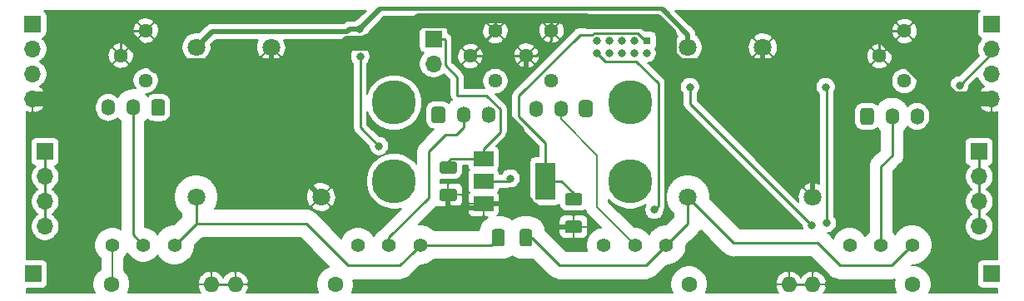
<source format=gbl>
G04 #@! TF.GenerationSoftware,KiCad,Pcbnew,(5.1.5-0-10_14)*
G04 #@! TF.CreationDate,2020-01-15T18:19:52+08:00*
G04 #@! TF.ProjectId,vumeter-schematics,76756d65-7465-4722-9d73-6368656d6174,rev?*
G04 #@! TF.SameCoordinates,Original*
G04 #@! TF.FileFunction,Copper,L2,Bot*
G04 #@! TF.FilePolarity,Positive*
%FSLAX46Y46*%
G04 Gerber Fmt 4.6, Leading zero omitted, Abs format (unit mm)*
G04 Created by KiCad (PCBNEW (5.1.5-0-10_14)) date 2020-01-15 18:19:52*
%MOMM*%
%LPD*%
G04 APERTURE LIST*
%ADD10C,1.440000*%
%ADD11C,1.800000*%
%ADD12C,1.400000*%
%ADD13R,2.000000X3.800000*%
%ADD14R,2.000000X1.500000*%
%ADD15C,0.100000*%
%ADD16R,1.700000X1.700000*%
%ADD17O,1.700000X1.700000*%
%ADD18C,4.500000*%
%ADD19O,1.400000X1.700000*%
%ADD20R,0.800000X0.800000*%
%ADD21C,0.800000*%
%ADD22O,0.800000X0.800000*%
%ADD23C,1.600000*%
%ADD24O,1.600000X1.600000*%
%ADD25C,0.250000*%
%ADD26C,0.500000*%
%ADD27C,1.500000*%
%ADD28C,1.000000*%
%ADD29C,0.200000*%
%ADD30C,0.400000*%
G04 APERTURE END LIST*
D10*
X180575000Y-87725000D03*
X178035000Y-90265000D03*
X180575000Y-92805000D03*
D11*
X171250000Y-104620000D03*
X158550000Y-104620000D03*
X166170000Y-89380000D03*
X158550000Y-89380000D03*
X108550000Y-89380000D03*
X116170000Y-89380000D03*
X108550000Y-104620000D03*
X121250000Y-104620000D03*
D12*
X100000000Y-109500000D03*
X103175000Y-109500000D03*
X106350000Y-109500000D03*
X125000000Y-109500000D03*
X128175000Y-109500000D03*
X131350000Y-109500000D03*
X150000000Y-109500000D03*
X153175000Y-109500000D03*
X156350000Y-109500000D03*
X175000000Y-109500000D03*
X178175000Y-109500000D03*
X181350000Y-109500000D03*
D13*
X144075000Y-103005000D03*
D14*
X137775000Y-103005000D03*
X137775000Y-100705000D03*
X137775000Y-105305000D03*
D10*
X103425000Y-87675000D03*
X100885000Y-90215000D03*
X103425000Y-92755000D03*
X138975000Y-92805000D03*
X136435000Y-90265000D03*
X138975000Y-87725000D03*
X144675000Y-92755000D03*
X142135000Y-90215000D03*
X144675000Y-87675000D03*
G04 #@! TA.AperFunction,SMDPad,CuDef*
D15*
G36*
X142474504Y-107881204D02*
G01*
X142498773Y-107884804D01*
X142522571Y-107890765D01*
X142545671Y-107899030D01*
X142567849Y-107909520D01*
X142588893Y-107922133D01*
X142608598Y-107936747D01*
X142626777Y-107953223D01*
X142643253Y-107971402D01*
X142657867Y-107991107D01*
X142670480Y-108012151D01*
X142680970Y-108034329D01*
X142689235Y-108057429D01*
X142695196Y-108081227D01*
X142698796Y-108105496D01*
X142700000Y-108130000D01*
X142700000Y-109380000D01*
X142698796Y-109404504D01*
X142695196Y-109428773D01*
X142689235Y-109452571D01*
X142680970Y-109475671D01*
X142670480Y-109497849D01*
X142657867Y-109518893D01*
X142643253Y-109538598D01*
X142626777Y-109556777D01*
X142608598Y-109573253D01*
X142588893Y-109587867D01*
X142567849Y-109600480D01*
X142545671Y-109610970D01*
X142522571Y-109619235D01*
X142498773Y-109625196D01*
X142474504Y-109628796D01*
X142450000Y-109630000D01*
X141700000Y-109630000D01*
X141675496Y-109628796D01*
X141651227Y-109625196D01*
X141627429Y-109619235D01*
X141604329Y-109610970D01*
X141582151Y-109600480D01*
X141561107Y-109587867D01*
X141541402Y-109573253D01*
X141523223Y-109556777D01*
X141506747Y-109538598D01*
X141492133Y-109518893D01*
X141479520Y-109497849D01*
X141469030Y-109475671D01*
X141460765Y-109452571D01*
X141454804Y-109428773D01*
X141451204Y-109404504D01*
X141450000Y-109380000D01*
X141450000Y-108130000D01*
X141451204Y-108105496D01*
X141454804Y-108081227D01*
X141460765Y-108057429D01*
X141469030Y-108034329D01*
X141479520Y-108012151D01*
X141492133Y-107991107D01*
X141506747Y-107971402D01*
X141523223Y-107953223D01*
X141541402Y-107936747D01*
X141561107Y-107922133D01*
X141582151Y-107909520D01*
X141604329Y-107899030D01*
X141627429Y-107890765D01*
X141651227Y-107884804D01*
X141675496Y-107881204D01*
X141700000Y-107880000D01*
X142450000Y-107880000D01*
X142474504Y-107881204D01*
G37*
G04 #@! TD.AperFunction*
G04 #@! TA.AperFunction,SMDPad,CuDef*
G36*
X139674504Y-107881204D02*
G01*
X139698773Y-107884804D01*
X139722571Y-107890765D01*
X139745671Y-107899030D01*
X139767849Y-107909520D01*
X139788893Y-107922133D01*
X139808598Y-107936747D01*
X139826777Y-107953223D01*
X139843253Y-107971402D01*
X139857867Y-107991107D01*
X139870480Y-108012151D01*
X139880970Y-108034329D01*
X139889235Y-108057429D01*
X139895196Y-108081227D01*
X139898796Y-108105496D01*
X139900000Y-108130000D01*
X139900000Y-109380000D01*
X139898796Y-109404504D01*
X139895196Y-109428773D01*
X139889235Y-109452571D01*
X139880970Y-109475671D01*
X139870480Y-109497849D01*
X139857867Y-109518893D01*
X139843253Y-109538598D01*
X139826777Y-109556777D01*
X139808598Y-109573253D01*
X139788893Y-109587867D01*
X139767849Y-109600480D01*
X139745671Y-109610970D01*
X139722571Y-109619235D01*
X139698773Y-109625196D01*
X139674504Y-109628796D01*
X139650000Y-109630000D01*
X138900000Y-109630000D01*
X138875496Y-109628796D01*
X138851227Y-109625196D01*
X138827429Y-109619235D01*
X138804329Y-109610970D01*
X138782151Y-109600480D01*
X138761107Y-109587867D01*
X138741402Y-109573253D01*
X138723223Y-109556777D01*
X138706747Y-109538598D01*
X138692133Y-109518893D01*
X138679520Y-109497849D01*
X138669030Y-109475671D01*
X138660765Y-109452571D01*
X138654804Y-109428773D01*
X138651204Y-109404504D01*
X138650000Y-109380000D01*
X138650000Y-108130000D01*
X138651204Y-108105496D01*
X138654804Y-108081227D01*
X138660765Y-108057429D01*
X138669030Y-108034329D01*
X138679520Y-108012151D01*
X138692133Y-107991107D01*
X138706747Y-107971402D01*
X138723223Y-107953223D01*
X138741402Y-107936747D01*
X138761107Y-107922133D01*
X138782151Y-107909520D01*
X138804329Y-107899030D01*
X138827429Y-107890765D01*
X138851227Y-107884804D01*
X138875496Y-107881204D01*
X138900000Y-107880000D01*
X139650000Y-107880000D01*
X139674504Y-107881204D01*
G37*
G04 #@! TD.AperFunction*
G04 #@! TA.AperFunction,SMDPad,CuDef*
G36*
X134824504Y-100981204D02*
G01*
X134848773Y-100984804D01*
X134872571Y-100990765D01*
X134895671Y-100999030D01*
X134917849Y-101009520D01*
X134938893Y-101022133D01*
X134958598Y-101036747D01*
X134976777Y-101053223D01*
X134993253Y-101071402D01*
X135007867Y-101091107D01*
X135020480Y-101112151D01*
X135030970Y-101134329D01*
X135039235Y-101157429D01*
X135045196Y-101181227D01*
X135048796Y-101205496D01*
X135050000Y-101230000D01*
X135050000Y-101980000D01*
X135048796Y-102004504D01*
X135045196Y-102028773D01*
X135039235Y-102052571D01*
X135030970Y-102075671D01*
X135020480Y-102097849D01*
X135007867Y-102118893D01*
X134993253Y-102138598D01*
X134976777Y-102156777D01*
X134958598Y-102173253D01*
X134938893Y-102187867D01*
X134917849Y-102200480D01*
X134895671Y-102210970D01*
X134872571Y-102219235D01*
X134848773Y-102225196D01*
X134824504Y-102228796D01*
X134800000Y-102230000D01*
X133550000Y-102230000D01*
X133525496Y-102228796D01*
X133501227Y-102225196D01*
X133477429Y-102219235D01*
X133454329Y-102210970D01*
X133432151Y-102200480D01*
X133411107Y-102187867D01*
X133391402Y-102173253D01*
X133373223Y-102156777D01*
X133356747Y-102138598D01*
X133342133Y-102118893D01*
X133329520Y-102097849D01*
X133319030Y-102075671D01*
X133310765Y-102052571D01*
X133304804Y-102028773D01*
X133301204Y-102004504D01*
X133300000Y-101980000D01*
X133300000Y-101230000D01*
X133301204Y-101205496D01*
X133304804Y-101181227D01*
X133310765Y-101157429D01*
X133319030Y-101134329D01*
X133329520Y-101112151D01*
X133342133Y-101091107D01*
X133356747Y-101071402D01*
X133373223Y-101053223D01*
X133391402Y-101036747D01*
X133411107Y-101022133D01*
X133432151Y-101009520D01*
X133454329Y-100999030D01*
X133477429Y-100990765D01*
X133501227Y-100984804D01*
X133525496Y-100981204D01*
X133550000Y-100980000D01*
X134800000Y-100980000D01*
X134824504Y-100981204D01*
G37*
G04 #@! TD.AperFunction*
G04 #@! TA.AperFunction,SMDPad,CuDef*
G36*
X134824504Y-103781204D02*
G01*
X134848773Y-103784804D01*
X134872571Y-103790765D01*
X134895671Y-103799030D01*
X134917849Y-103809520D01*
X134938893Y-103822133D01*
X134958598Y-103836747D01*
X134976777Y-103853223D01*
X134993253Y-103871402D01*
X135007867Y-103891107D01*
X135020480Y-103912151D01*
X135030970Y-103934329D01*
X135039235Y-103957429D01*
X135045196Y-103981227D01*
X135048796Y-104005496D01*
X135050000Y-104030000D01*
X135050000Y-104780000D01*
X135048796Y-104804504D01*
X135045196Y-104828773D01*
X135039235Y-104852571D01*
X135030970Y-104875671D01*
X135020480Y-104897849D01*
X135007867Y-104918893D01*
X134993253Y-104938598D01*
X134976777Y-104956777D01*
X134958598Y-104973253D01*
X134938893Y-104987867D01*
X134917849Y-105000480D01*
X134895671Y-105010970D01*
X134872571Y-105019235D01*
X134848773Y-105025196D01*
X134824504Y-105028796D01*
X134800000Y-105030000D01*
X133550000Y-105030000D01*
X133525496Y-105028796D01*
X133501227Y-105025196D01*
X133477429Y-105019235D01*
X133454329Y-105010970D01*
X133432151Y-105000480D01*
X133411107Y-104987867D01*
X133391402Y-104973253D01*
X133373223Y-104956777D01*
X133356747Y-104938598D01*
X133342133Y-104918893D01*
X133329520Y-104897849D01*
X133319030Y-104875671D01*
X133310765Y-104852571D01*
X133304804Y-104828773D01*
X133301204Y-104804504D01*
X133300000Y-104780000D01*
X133300000Y-104030000D01*
X133301204Y-104005496D01*
X133304804Y-103981227D01*
X133310765Y-103957429D01*
X133319030Y-103934329D01*
X133329520Y-103912151D01*
X133342133Y-103891107D01*
X133356747Y-103871402D01*
X133373223Y-103853223D01*
X133391402Y-103836747D01*
X133411107Y-103822133D01*
X133432151Y-103809520D01*
X133454329Y-103799030D01*
X133477429Y-103790765D01*
X133501227Y-103784804D01*
X133525496Y-103781204D01*
X133550000Y-103780000D01*
X134800000Y-103780000D01*
X134824504Y-103781204D01*
G37*
G04 #@! TD.AperFunction*
G04 #@! TA.AperFunction,SMDPad,CuDef*
G36*
X147574504Y-104231204D02*
G01*
X147598773Y-104234804D01*
X147622571Y-104240765D01*
X147645671Y-104249030D01*
X147667849Y-104259520D01*
X147688893Y-104272133D01*
X147708598Y-104286747D01*
X147726777Y-104303223D01*
X147743253Y-104321402D01*
X147757867Y-104341107D01*
X147770480Y-104362151D01*
X147780970Y-104384329D01*
X147789235Y-104407429D01*
X147795196Y-104431227D01*
X147798796Y-104455496D01*
X147800000Y-104480000D01*
X147800000Y-105230000D01*
X147798796Y-105254504D01*
X147795196Y-105278773D01*
X147789235Y-105302571D01*
X147780970Y-105325671D01*
X147770480Y-105347849D01*
X147757867Y-105368893D01*
X147743253Y-105388598D01*
X147726777Y-105406777D01*
X147708598Y-105423253D01*
X147688893Y-105437867D01*
X147667849Y-105450480D01*
X147645671Y-105460970D01*
X147622571Y-105469235D01*
X147598773Y-105475196D01*
X147574504Y-105478796D01*
X147550000Y-105480000D01*
X146300000Y-105480000D01*
X146275496Y-105478796D01*
X146251227Y-105475196D01*
X146227429Y-105469235D01*
X146204329Y-105460970D01*
X146182151Y-105450480D01*
X146161107Y-105437867D01*
X146141402Y-105423253D01*
X146123223Y-105406777D01*
X146106747Y-105388598D01*
X146092133Y-105368893D01*
X146079520Y-105347849D01*
X146069030Y-105325671D01*
X146060765Y-105302571D01*
X146054804Y-105278773D01*
X146051204Y-105254504D01*
X146050000Y-105230000D01*
X146050000Y-104480000D01*
X146051204Y-104455496D01*
X146054804Y-104431227D01*
X146060765Y-104407429D01*
X146069030Y-104384329D01*
X146079520Y-104362151D01*
X146092133Y-104341107D01*
X146106747Y-104321402D01*
X146123223Y-104303223D01*
X146141402Y-104286747D01*
X146161107Y-104272133D01*
X146182151Y-104259520D01*
X146204329Y-104249030D01*
X146227429Y-104240765D01*
X146251227Y-104234804D01*
X146275496Y-104231204D01*
X146300000Y-104230000D01*
X147550000Y-104230000D01*
X147574504Y-104231204D01*
G37*
G04 #@! TD.AperFunction*
G04 #@! TA.AperFunction,SMDPad,CuDef*
G36*
X147574504Y-107031204D02*
G01*
X147598773Y-107034804D01*
X147622571Y-107040765D01*
X147645671Y-107049030D01*
X147667849Y-107059520D01*
X147688893Y-107072133D01*
X147708598Y-107086747D01*
X147726777Y-107103223D01*
X147743253Y-107121402D01*
X147757867Y-107141107D01*
X147770480Y-107162151D01*
X147780970Y-107184329D01*
X147789235Y-107207429D01*
X147795196Y-107231227D01*
X147798796Y-107255496D01*
X147800000Y-107280000D01*
X147800000Y-108030000D01*
X147798796Y-108054504D01*
X147795196Y-108078773D01*
X147789235Y-108102571D01*
X147780970Y-108125671D01*
X147770480Y-108147849D01*
X147757867Y-108168893D01*
X147743253Y-108188598D01*
X147726777Y-108206777D01*
X147708598Y-108223253D01*
X147688893Y-108237867D01*
X147667849Y-108250480D01*
X147645671Y-108260970D01*
X147622571Y-108269235D01*
X147598773Y-108275196D01*
X147574504Y-108278796D01*
X147550000Y-108280000D01*
X146300000Y-108280000D01*
X146275496Y-108278796D01*
X146251227Y-108275196D01*
X146227429Y-108269235D01*
X146204329Y-108260970D01*
X146182151Y-108250480D01*
X146161107Y-108237867D01*
X146141402Y-108223253D01*
X146123223Y-108206777D01*
X146106747Y-108188598D01*
X146092133Y-108168893D01*
X146079520Y-108147849D01*
X146069030Y-108125671D01*
X146060765Y-108102571D01*
X146054804Y-108078773D01*
X146051204Y-108054504D01*
X146050000Y-108030000D01*
X146050000Y-107280000D01*
X146051204Y-107255496D01*
X146054804Y-107231227D01*
X146060765Y-107207429D01*
X146069030Y-107184329D01*
X146079520Y-107162151D01*
X146092133Y-107141107D01*
X146106747Y-107121402D01*
X146123223Y-107103223D01*
X146141402Y-107086747D01*
X146161107Y-107072133D01*
X146182151Y-107059520D01*
X146204329Y-107049030D01*
X146227429Y-107040765D01*
X146251227Y-107034804D01*
X146275496Y-107031204D01*
X146300000Y-107030000D01*
X147550000Y-107030000D01*
X147574504Y-107031204D01*
G37*
G04 #@! TD.AperFunction*
D16*
X93175000Y-100005000D03*
D17*
X93175000Y-102545000D03*
X93175000Y-105085000D03*
X93175000Y-107625000D03*
X188175000Y-107625000D03*
X188175000Y-105085000D03*
X188175000Y-102545000D03*
D16*
X188175000Y-100005000D03*
D18*
X128675000Y-95005000D03*
X128675000Y-103005000D03*
X152675000Y-95005000D03*
X152675000Y-103005000D03*
D16*
X132675000Y-88505000D03*
D17*
X132675000Y-91045000D03*
D16*
X91999000Y-112451000D03*
X189425000Y-112451000D03*
D17*
X189425000Y-94625000D03*
X189425000Y-92085000D03*
X189425000Y-89545000D03*
D16*
X189425000Y-87005000D03*
X91925000Y-87005000D03*
D17*
X91925000Y-89545000D03*
X91925000Y-92085000D03*
X91925000Y-94625000D03*
D19*
X99595000Y-95505000D03*
X102135000Y-95505000D03*
G04 #@! TA.AperFunction,ComponentPad*
D15*
G36*
X105059306Y-94656685D02*
G01*
X105093282Y-94661725D01*
X105126600Y-94670071D01*
X105158939Y-94681642D01*
X105189989Y-94696328D01*
X105219450Y-94713986D01*
X105247038Y-94734446D01*
X105272487Y-94757513D01*
X105295554Y-94782962D01*
X105316014Y-94810550D01*
X105333672Y-94840011D01*
X105348358Y-94871061D01*
X105359929Y-94903400D01*
X105368275Y-94936718D01*
X105373315Y-94970694D01*
X105375000Y-95005000D01*
X105375000Y-96005000D01*
X105373315Y-96039306D01*
X105368275Y-96073282D01*
X105359929Y-96106600D01*
X105348358Y-96138939D01*
X105333672Y-96169989D01*
X105316014Y-96199450D01*
X105295554Y-96227038D01*
X105272487Y-96252487D01*
X105247038Y-96275554D01*
X105219450Y-96296014D01*
X105189989Y-96313672D01*
X105158939Y-96328358D01*
X105126600Y-96339929D01*
X105093282Y-96348275D01*
X105059306Y-96353315D01*
X105025000Y-96355000D01*
X104325000Y-96355000D01*
X104290694Y-96353315D01*
X104256718Y-96348275D01*
X104223400Y-96339929D01*
X104191061Y-96328358D01*
X104160011Y-96313672D01*
X104130550Y-96296014D01*
X104102962Y-96275554D01*
X104077513Y-96252487D01*
X104054446Y-96227038D01*
X104033986Y-96199450D01*
X104016328Y-96169989D01*
X104001642Y-96138939D01*
X103990071Y-96106600D01*
X103981725Y-96073282D01*
X103976685Y-96039306D01*
X103975000Y-96005000D01*
X103975000Y-95005000D01*
X103976685Y-94970694D01*
X103981725Y-94936718D01*
X103990071Y-94903400D01*
X104001642Y-94871061D01*
X104016328Y-94840011D01*
X104033986Y-94810550D01*
X104054446Y-94782962D01*
X104077513Y-94757513D01*
X104102962Y-94734446D01*
X104130550Y-94713986D01*
X104160011Y-94696328D01*
X104191061Y-94681642D01*
X104223400Y-94670071D01*
X104256718Y-94661725D01*
X104290694Y-94656685D01*
X104325000Y-94655000D01*
X105025000Y-94655000D01*
X105059306Y-94656685D01*
G37*
G04 #@! TD.AperFunction*
D19*
X138255000Y-96255000D03*
X135715000Y-96255000D03*
G04 #@! TA.AperFunction,ComponentPad*
D15*
G36*
X133559306Y-95406685D02*
G01*
X133593282Y-95411725D01*
X133626600Y-95420071D01*
X133658939Y-95431642D01*
X133689989Y-95446328D01*
X133719450Y-95463986D01*
X133747038Y-95484446D01*
X133772487Y-95507513D01*
X133795554Y-95532962D01*
X133816014Y-95560550D01*
X133833672Y-95590011D01*
X133848358Y-95621061D01*
X133859929Y-95653400D01*
X133868275Y-95686718D01*
X133873315Y-95720694D01*
X133875000Y-95755000D01*
X133875000Y-96755000D01*
X133873315Y-96789306D01*
X133868275Y-96823282D01*
X133859929Y-96856600D01*
X133848358Y-96888939D01*
X133833672Y-96919989D01*
X133816014Y-96949450D01*
X133795554Y-96977038D01*
X133772487Y-97002487D01*
X133747038Y-97025554D01*
X133719450Y-97046014D01*
X133689989Y-97063672D01*
X133658939Y-97078358D01*
X133626600Y-97089929D01*
X133593282Y-97098275D01*
X133559306Y-97103315D01*
X133525000Y-97105000D01*
X132825000Y-97105000D01*
X132790694Y-97103315D01*
X132756718Y-97098275D01*
X132723400Y-97089929D01*
X132691061Y-97078358D01*
X132660011Y-97063672D01*
X132630550Y-97046014D01*
X132602962Y-97025554D01*
X132577513Y-97002487D01*
X132554446Y-96977038D01*
X132533986Y-96949450D01*
X132516328Y-96919989D01*
X132501642Y-96888939D01*
X132490071Y-96856600D01*
X132481725Y-96823282D01*
X132476685Y-96789306D01*
X132475000Y-96755000D01*
X132475000Y-95755000D01*
X132476685Y-95720694D01*
X132481725Y-95686718D01*
X132490071Y-95653400D01*
X132501642Y-95621061D01*
X132516328Y-95590011D01*
X132533986Y-95560550D01*
X132554446Y-95532962D01*
X132577513Y-95507513D01*
X132602962Y-95484446D01*
X132630550Y-95463986D01*
X132660011Y-95446328D01*
X132691061Y-95431642D01*
X132723400Y-95420071D01*
X132756718Y-95411725D01*
X132790694Y-95406685D01*
X132825000Y-95405000D01*
X133525000Y-95405000D01*
X133559306Y-95406685D01*
G37*
G04 #@! TD.AperFunction*
G04 #@! TA.AperFunction,ComponentPad*
G36*
X148559306Y-94756685D02*
G01*
X148593282Y-94761725D01*
X148626600Y-94770071D01*
X148658939Y-94781642D01*
X148689989Y-94796328D01*
X148719450Y-94813986D01*
X148747038Y-94834446D01*
X148772487Y-94857513D01*
X148795554Y-94882962D01*
X148816014Y-94910550D01*
X148833672Y-94940011D01*
X148848358Y-94971061D01*
X148859929Y-95003400D01*
X148868275Y-95036718D01*
X148873315Y-95070694D01*
X148875000Y-95105000D01*
X148875000Y-96105000D01*
X148873315Y-96139306D01*
X148868275Y-96173282D01*
X148859929Y-96206600D01*
X148848358Y-96238939D01*
X148833672Y-96269989D01*
X148816014Y-96299450D01*
X148795554Y-96327038D01*
X148772487Y-96352487D01*
X148747038Y-96375554D01*
X148719450Y-96396014D01*
X148689989Y-96413672D01*
X148658939Y-96428358D01*
X148626600Y-96439929D01*
X148593282Y-96448275D01*
X148559306Y-96453315D01*
X148525000Y-96455000D01*
X147825000Y-96455000D01*
X147790694Y-96453315D01*
X147756718Y-96448275D01*
X147723400Y-96439929D01*
X147691061Y-96428358D01*
X147660011Y-96413672D01*
X147630550Y-96396014D01*
X147602962Y-96375554D01*
X147577513Y-96352487D01*
X147554446Y-96327038D01*
X147533986Y-96299450D01*
X147516328Y-96269989D01*
X147501642Y-96238939D01*
X147490071Y-96206600D01*
X147481725Y-96173282D01*
X147476685Y-96139306D01*
X147475000Y-96105000D01*
X147475000Y-95105000D01*
X147476685Y-95070694D01*
X147481725Y-95036718D01*
X147490071Y-95003400D01*
X147501642Y-94971061D01*
X147516328Y-94940011D01*
X147533986Y-94910550D01*
X147554446Y-94882962D01*
X147577513Y-94857513D01*
X147602962Y-94834446D01*
X147630550Y-94813986D01*
X147660011Y-94796328D01*
X147691061Y-94781642D01*
X147723400Y-94770071D01*
X147756718Y-94761725D01*
X147790694Y-94756685D01*
X147825000Y-94755000D01*
X148525000Y-94755000D01*
X148559306Y-94756685D01*
G37*
G04 #@! TD.AperFunction*
D19*
X145635000Y-95605000D03*
X143095000Y-95605000D03*
G04 #@! TA.AperFunction,ComponentPad*
D15*
G36*
X177159306Y-95556685D02*
G01*
X177193282Y-95561725D01*
X177226600Y-95570071D01*
X177258939Y-95581642D01*
X177289989Y-95596328D01*
X177319450Y-95613986D01*
X177347038Y-95634446D01*
X177372487Y-95657513D01*
X177395554Y-95682962D01*
X177416014Y-95710550D01*
X177433672Y-95740011D01*
X177448358Y-95771061D01*
X177459929Y-95803400D01*
X177468275Y-95836718D01*
X177473315Y-95870694D01*
X177475000Y-95905000D01*
X177475000Y-96905000D01*
X177473315Y-96939306D01*
X177468275Y-96973282D01*
X177459929Y-97006600D01*
X177448358Y-97038939D01*
X177433672Y-97069989D01*
X177416014Y-97099450D01*
X177395554Y-97127038D01*
X177372487Y-97152487D01*
X177347038Y-97175554D01*
X177319450Y-97196014D01*
X177289989Y-97213672D01*
X177258939Y-97228358D01*
X177226600Y-97239929D01*
X177193282Y-97248275D01*
X177159306Y-97253315D01*
X177125000Y-97255000D01*
X176425000Y-97255000D01*
X176390694Y-97253315D01*
X176356718Y-97248275D01*
X176323400Y-97239929D01*
X176291061Y-97228358D01*
X176260011Y-97213672D01*
X176230550Y-97196014D01*
X176202962Y-97175554D01*
X176177513Y-97152487D01*
X176154446Y-97127038D01*
X176133986Y-97099450D01*
X176116328Y-97069989D01*
X176101642Y-97038939D01*
X176090071Y-97006600D01*
X176081725Y-96973282D01*
X176076685Y-96939306D01*
X176075000Y-96905000D01*
X176075000Y-95905000D01*
X176076685Y-95870694D01*
X176081725Y-95836718D01*
X176090071Y-95803400D01*
X176101642Y-95771061D01*
X176116328Y-95740011D01*
X176133986Y-95710550D01*
X176154446Y-95682962D01*
X176177513Y-95657513D01*
X176202962Y-95634446D01*
X176230550Y-95613986D01*
X176260011Y-95596328D01*
X176291061Y-95581642D01*
X176323400Y-95570071D01*
X176356718Y-95561725D01*
X176390694Y-95556685D01*
X176425000Y-95555000D01*
X177125000Y-95555000D01*
X177159306Y-95556685D01*
G37*
G04 #@! TD.AperFunction*
D19*
X179315000Y-96405000D03*
X181855000Y-96405000D03*
D20*
X154375000Y-88705000D03*
D21*
X154375000Y-89975000D03*
X153105000Y-88705000D03*
X153105000Y-89975000D03*
D22*
X151835000Y-88705000D03*
X151835000Y-89975000D03*
X150565000Y-88705000D03*
X150565000Y-89975000D03*
X149295000Y-88705000D03*
X149295000Y-89975000D03*
D23*
X99925000Y-113505000D03*
D24*
X110085000Y-113505000D03*
D23*
X122675000Y-113505000D03*
D24*
X112515000Y-113505000D03*
X168835000Y-113505000D03*
D23*
X158675000Y-113505000D03*
D24*
X171265000Y-113505000D03*
D23*
X181425000Y-113505000D03*
D21*
X140425000Y-98255000D03*
X134175000Y-104405000D03*
X143925000Y-103005000D03*
X140500844Y-102723320D03*
X138025000Y-103005000D03*
X186175000Y-93255000D03*
X171175000Y-107505000D03*
X158775000Y-93405000D03*
X172675000Y-107255000D03*
X172575000Y-93405000D03*
X125175000Y-87505000D03*
X127135704Y-99430021D03*
X125223667Y-90305020D03*
X155142769Y-105917777D03*
D25*
X171235000Y-104605000D02*
X171250000Y-104620000D01*
D26*
X116170000Y-99540000D02*
X116170000Y-89380000D01*
X121250000Y-104620000D02*
X116170000Y-99540000D01*
D25*
X168835000Y-113505000D02*
X171265000Y-113505000D01*
X112515000Y-113505000D02*
X110085000Y-113505000D01*
D27*
X185545000Y-94625000D02*
X189425000Y-94625000D01*
X177925000Y-87755000D02*
X182675000Y-92505000D01*
X182675000Y-92505000D02*
X183425000Y-92505000D01*
X183425000Y-92505000D02*
X185545000Y-94625000D01*
D25*
X178035000Y-87865000D02*
X177925000Y-87755000D01*
X178035000Y-90265000D02*
X178035000Y-87865000D01*
D27*
X100255000Y-87675000D02*
X100845000Y-87675000D01*
X91925000Y-94625000D02*
X93305000Y-94625000D01*
X93305000Y-94625000D02*
X100255000Y-87675000D01*
D25*
X100885000Y-87715000D02*
X100845000Y-87675000D01*
X100885000Y-90215000D02*
X100885000Y-87715000D01*
X103425000Y-87675000D02*
X100845000Y-87675000D01*
D27*
X176205000Y-87725000D02*
X177895000Y-87725000D01*
X177895000Y-87725000D02*
X177925000Y-87755000D01*
X172699999Y-91230001D02*
X176205000Y-87725000D01*
X129175000Y-88755000D02*
X131225002Y-86704998D01*
X131225002Y-86704998D02*
X134475002Y-86704998D01*
X100845000Y-87675000D02*
X104425000Y-91255000D01*
X104425000Y-91255000D02*
X121675000Y-91255000D01*
X121675000Y-91255000D02*
X123974990Y-88955010D01*
X125722992Y-88955010D02*
X125923002Y-88755000D01*
X123974990Y-88955010D02*
X125722992Y-88955010D01*
X125923002Y-88755000D02*
X129175000Y-88755000D01*
D26*
X171250000Y-104620000D02*
X171250000Y-92080000D01*
X172099999Y-91230001D02*
X171250000Y-92080000D01*
X172699999Y-91230001D02*
X172099999Y-91230001D01*
X166150001Y-91230001D02*
X166170000Y-91210002D01*
X166170000Y-91210002D02*
X166170000Y-89380000D01*
D27*
X166150001Y-91230001D02*
X172699999Y-91230001D01*
D25*
X180575000Y-87725000D02*
X177895000Y-87725000D01*
X144624998Y-86704998D02*
X144624998Y-87624998D01*
X144624998Y-87624998D02*
X144675000Y-87675000D01*
X138976769Y-86704998D02*
X138975000Y-86706767D01*
X139124998Y-86704998D02*
X138976769Y-86704998D01*
X138975000Y-86706767D02*
X138975000Y-87725000D01*
X138975000Y-87725000D02*
X136435000Y-90265000D01*
X144675000Y-88693233D02*
X143153233Y-90215000D01*
X143153233Y-90215000D02*
X142135000Y-90215000D01*
X144675000Y-87675000D02*
X144675000Y-88693233D01*
X136485000Y-90215000D02*
X136435000Y-90265000D01*
X142135000Y-90215000D02*
X136485000Y-90215000D01*
D27*
X157661999Y-91230001D02*
X166150001Y-91230001D01*
X156699999Y-90268001D02*
X157661999Y-91230001D01*
X156699999Y-88029999D02*
X156699999Y-90268001D01*
X155398436Y-86728436D02*
X156699999Y-88029999D01*
X155398436Y-86728436D02*
X148451564Y-86728436D01*
D28*
X148178126Y-86454998D02*
X148451564Y-86728436D01*
X134725002Y-86454998D02*
X148178126Y-86454998D01*
X134475002Y-86704998D02*
X134725002Y-86454998D01*
D26*
X140425000Y-93155000D02*
X140425000Y-96505000D01*
X140425000Y-96505000D02*
X141425000Y-97505000D01*
X142135000Y-91445000D02*
X140425000Y-93155000D01*
X142135000Y-90215000D02*
X142135000Y-91445000D01*
D25*
X141175000Y-97505000D02*
X141425000Y-97505000D01*
X140425000Y-98255000D02*
X141175000Y-97505000D01*
D26*
X141675000Y-104090002D02*
X141675000Y-104005000D01*
X142624999Y-105040001D02*
X141675000Y-104090002D01*
X142624999Y-105265001D02*
X142624999Y-105040001D01*
X145239998Y-107655000D02*
X142939999Y-105355001D01*
X142714999Y-105355001D02*
X142624999Y-105265001D01*
X142939999Y-105355001D02*
X142714999Y-105355001D01*
X146925000Y-107655000D02*
X145239998Y-107655000D01*
X140460002Y-105305000D02*
X141675000Y-104090002D01*
X137775000Y-105305000D02*
X140460002Y-105305000D01*
X141675000Y-97755000D02*
X141425000Y-97505000D01*
X141675000Y-104090002D02*
X141675000Y-97755000D01*
X137325000Y-105755000D02*
X137775000Y-105305000D01*
X134425000Y-105755000D02*
X137325000Y-105755000D01*
X134175000Y-105505000D02*
X134425000Y-105755000D01*
X134175000Y-104405000D02*
X134175000Y-105505000D01*
D25*
X144799681Y-104405000D02*
X143587750Y-103193069D01*
X144075000Y-103005000D02*
X143925000Y-103005000D01*
X140219164Y-103005000D02*
X140500844Y-102723320D01*
X137775000Y-103005000D02*
X140219164Y-103005000D01*
X145700000Y-103005000D02*
X144075000Y-103005000D01*
X146925000Y-104230000D02*
X145700000Y-103005000D01*
X146925000Y-104855000D02*
X146925000Y-104230000D01*
X144075000Y-99155000D02*
X144075000Y-100855000D01*
X148846987Y-88080011D02*
X147572809Y-88080011D01*
X147572809Y-88080011D02*
X141325030Y-94327790D01*
X154178002Y-88705000D02*
X153453001Y-87979999D01*
X153453001Y-87979999D02*
X148946999Y-87979999D01*
X141325030Y-94327790D02*
X141325030Y-96405030D01*
X141325030Y-96405030D02*
X144075000Y-99155000D01*
X154375000Y-88705000D02*
X154178002Y-88705000D01*
X144075000Y-100855000D02*
X144075000Y-103005000D01*
X148946999Y-87979999D02*
X148846987Y-88080011D01*
X189425000Y-90005000D02*
X189425000Y-89545000D01*
X186175000Y-93255000D02*
X189425000Y-90005000D01*
X134175000Y-100980000D02*
X134175000Y-101605000D01*
X137775000Y-100705000D02*
X134450000Y-100705000D01*
X134450000Y-100705000D02*
X134175000Y-100980000D01*
X133850001Y-88580001D02*
X133775000Y-88505000D01*
X135085000Y-94255000D02*
X135085000Y-92415000D01*
X133775000Y-88505000D02*
X132675000Y-88505000D01*
X133850001Y-91180001D02*
X133850001Y-88580001D01*
X138068002Y-94255000D02*
X135085000Y-94255000D01*
X139480001Y-95666999D02*
X138068002Y-94255000D01*
X139480001Y-97999999D02*
X139480001Y-95666999D01*
X135085000Y-92415000D02*
X133850001Y-91180001D01*
X137775000Y-99705000D02*
X139480001Y-97999999D01*
X137775000Y-100705000D02*
X137775000Y-99705000D01*
X154274999Y-111575001D02*
X156350000Y-109500000D01*
X142700000Y-108755000D02*
X145520001Y-111575001D01*
X142075000Y-108755000D02*
X142700000Y-108755000D01*
X158550000Y-107300000D02*
X158550000Y-104620000D01*
X156350000Y-109500000D02*
X158550000Y-107300000D01*
X145520001Y-111575001D02*
X154274999Y-111575001D01*
X171708999Y-109280001D02*
X174003999Y-111575001D01*
X158550000Y-104620000D02*
X163210001Y-109280001D01*
X163210001Y-109280001D02*
X171708999Y-109280001D01*
X174003999Y-111575001D02*
X179274999Y-111575001D01*
X180650001Y-110199999D02*
X181350000Y-109500000D01*
X179274999Y-111575001D02*
X180650001Y-110199999D01*
X108550000Y-107300000D02*
X106350000Y-109500000D01*
X108550000Y-104620000D02*
X108550000Y-107300000D01*
X138530000Y-109500000D02*
X139275000Y-108755000D01*
X131350000Y-109500000D02*
X138530000Y-109500000D01*
X130650001Y-110199999D02*
X131350000Y-109500000D01*
X129274999Y-111575001D02*
X130650001Y-110199999D01*
X124003999Y-111575001D02*
X129274999Y-111575001D01*
X119728998Y-107300000D02*
X124003999Y-111575001D01*
X108550000Y-107300000D02*
X119728998Y-107300000D01*
X158775000Y-95105000D02*
X158775000Y-93405000D01*
X171175000Y-107505000D02*
X158775000Y-95105000D01*
X172675000Y-93505000D02*
X172575000Y-93405000D01*
X172675000Y-107255000D02*
X172675000Y-93505000D01*
X93175000Y-100005000D02*
X93175000Y-107625000D01*
X188175000Y-100005000D02*
X188175000Y-107625000D01*
X102135000Y-108460000D02*
X103175000Y-109500000D01*
X102135000Y-95505000D02*
X102135000Y-108460000D01*
X134987792Y-98255000D02*
X135715000Y-97527792D01*
X132175000Y-100005000D02*
X133925000Y-98255000D01*
X132175000Y-104716526D02*
X132175000Y-100005000D01*
X135715000Y-97527792D02*
X135715000Y-96255000D01*
X128175000Y-108716526D02*
X132175000Y-104716526D01*
X133925000Y-98255000D02*
X134987792Y-98255000D01*
X128175000Y-109500000D02*
X128175000Y-108716526D01*
D29*
X149324999Y-105649999D02*
X153175000Y-109500000D01*
X145635000Y-96655000D02*
X149324999Y-100344999D01*
X149324999Y-100344999D02*
X149324999Y-105649999D01*
X145635000Y-95605000D02*
X145635000Y-96655000D01*
D25*
X178175000Y-109500000D02*
X178175000Y-101505000D01*
X179315000Y-100365000D02*
X179315000Y-96405000D01*
X178175000Y-101505000D02*
X179315000Y-100365000D01*
D26*
X123925000Y-87755000D02*
X124175000Y-87505000D01*
X110175000Y-87755000D02*
X123925000Y-87755000D01*
X124175000Y-87505000D02*
X125175000Y-87505000D01*
X108550000Y-89380000D02*
X110175000Y-87755000D01*
X158550000Y-88107208D02*
X158550000Y-89380000D01*
X125175000Y-87505000D02*
X127175012Y-85504988D01*
X155947780Y-85504988D02*
X158550000Y-88107208D01*
D30*
X155872802Y-85430010D02*
X155947780Y-85504988D01*
X127249990Y-85430010D02*
X155872802Y-85430010D01*
X127175012Y-85504988D02*
X127249990Y-85430010D01*
D25*
X125223667Y-97517984D02*
X125223667Y-90305020D01*
X127135704Y-99430021D02*
X125223667Y-97517984D01*
D29*
X100000000Y-113430000D02*
X99925000Y-113505000D01*
X100000000Y-109500000D02*
X100000000Y-113430000D01*
D25*
X149295000Y-89975000D02*
X149343998Y-89975000D01*
X150120001Y-90800001D02*
X153293591Y-90800001D01*
X155542768Y-93049178D02*
X155542768Y-105517778D01*
X155542768Y-105517778D02*
X155142769Y-105917777D01*
X149295000Y-89975000D02*
X150120001Y-90800001D01*
X153293591Y-90800001D02*
X155542768Y-93049178D01*
D29*
G36*
X162115787Y-110271752D02*
G01*
X162161973Y-110328029D01*
X162218248Y-110374213D01*
X162218250Y-110374215D01*
X162260341Y-110408758D01*
X162386570Y-110512352D01*
X162642812Y-110649316D01*
X162920851Y-110733658D01*
X163137549Y-110755001D01*
X163137556Y-110755001D01*
X163210001Y-110762136D01*
X163282446Y-110755001D01*
X171098035Y-110755001D01*
X172909787Y-112566754D01*
X172955971Y-112623029D01*
X173180568Y-112807352D01*
X173383797Y-112915980D01*
X173436810Y-112944316D01*
X173714848Y-113028658D01*
X173745278Y-113031655D01*
X173931547Y-113050001D01*
X173931553Y-113050001D01*
X174003998Y-113057136D01*
X174076443Y-113050001D01*
X179202554Y-113050001D01*
X179274999Y-113057136D01*
X179347444Y-113050001D01*
X179347451Y-113050001D01*
X179564149Y-113028658D01*
X179583707Y-113022725D01*
X179525000Y-113317866D01*
X179525000Y-113692134D01*
X179598016Y-114059209D01*
X179727578Y-114372000D01*
X172369045Y-114372000D01*
X172404389Y-114332198D01*
X172543874Y-114094020D01*
X172634213Y-113833206D01*
X172655587Y-113725754D01*
X172521000Y-113505500D01*
X171265500Y-113505500D01*
X171265500Y-113525500D01*
X171264500Y-113525500D01*
X171264500Y-113505500D01*
X168835500Y-113505500D01*
X168835500Y-113525500D01*
X168834500Y-113525500D01*
X168834500Y-113505500D01*
X167579000Y-113505500D01*
X167444413Y-113725754D01*
X167465787Y-113833206D01*
X167556126Y-114094020D01*
X167695611Y-114332198D01*
X167730955Y-114372000D01*
X160372422Y-114372000D01*
X160501984Y-114059209D01*
X160575000Y-113692134D01*
X160575000Y-113317866D01*
X160568313Y-113284246D01*
X167444413Y-113284246D01*
X167579000Y-113504500D01*
X168834500Y-113504500D01*
X168834500Y-112249000D01*
X168835500Y-112249000D01*
X168835500Y-113504500D01*
X171264500Y-113504500D01*
X171264500Y-112249000D01*
X171265500Y-112249000D01*
X171265500Y-113504500D01*
X172521000Y-113504500D01*
X172655587Y-113284246D01*
X172634213Y-113176794D01*
X172543874Y-112915980D01*
X172404389Y-112677802D01*
X172221118Y-112471413D01*
X172001104Y-112304744D01*
X171752802Y-112184200D01*
X171485754Y-112114413D01*
X171265500Y-112249000D01*
X171264500Y-112249000D01*
X171044246Y-112114413D01*
X170777198Y-112184200D01*
X170528896Y-112304744D01*
X170308882Y-112471413D01*
X170125611Y-112677802D01*
X170050000Y-112806912D01*
X169974389Y-112677802D01*
X169791118Y-112471413D01*
X169571104Y-112304744D01*
X169322802Y-112184200D01*
X169055754Y-112114413D01*
X168835500Y-112249000D01*
X168834500Y-112249000D01*
X168614246Y-112114413D01*
X168347198Y-112184200D01*
X168098896Y-112304744D01*
X167878882Y-112471413D01*
X167695611Y-112677802D01*
X167556126Y-112915980D01*
X167465787Y-113176794D01*
X167444413Y-113284246D01*
X160568313Y-113284246D01*
X160501984Y-112950791D01*
X160358758Y-112605013D01*
X160150826Y-112293821D01*
X159886179Y-112029174D01*
X159574987Y-111821242D01*
X159229209Y-111678016D01*
X158862134Y-111605000D01*
X158487866Y-111605000D01*
X158120791Y-111678016D01*
X157775013Y-111821242D01*
X157463821Y-112029174D01*
X157199174Y-112293821D01*
X156991242Y-112605013D01*
X156848016Y-112950791D01*
X156775000Y-113317866D01*
X156775000Y-113692134D01*
X156848016Y-114059209D01*
X156977578Y-114372000D01*
X124372422Y-114372000D01*
X124501984Y-114059209D01*
X124575000Y-113692134D01*
X124575000Y-113317866D01*
X124521718Y-113050001D01*
X129202554Y-113050001D01*
X129274999Y-113057136D01*
X129347444Y-113050001D01*
X129347451Y-113050001D01*
X129564149Y-113028658D01*
X129842188Y-112944316D01*
X130098430Y-112807352D01*
X130323027Y-112623029D01*
X130369215Y-112566749D01*
X131385965Y-111550000D01*
X131551907Y-111550000D01*
X131947963Y-111471220D01*
X132321039Y-111316686D01*
X132656799Y-111092339D01*
X132774138Y-110975000D01*
X138457555Y-110975000D01*
X138530000Y-110982135D01*
X138602445Y-110975000D01*
X138602452Y-110975000D01*
X138692682Y-110966113D01*
X138900000Y-110986532D01*
X139650000Y-110986532D01*
X139963419Y-110955663D01*
X140264793Y-110864242D01*
X140542541Y-110715783D01*
X140675000Y-110607077D01*
X140807459Y-110715783D01*
X141085207Y-110864242D01*
X141386581Y-110955663D01*
X141700000Y-110986532D01*
X142450000Y-110986532D01*
X142763419Y-110955663D01*
X142802764Y-110943728D01*
X144425789Y-112566754D01*
X144471973Y-112623029D01*
X144528248Y-112669213D01*
X144528250Y-112669215D01*
X144563515Y-112698156D01*
X144696570Y-112807352D01*
X144952812Y-112944316D01*
X145230851Y-113028658D01*
X145447549Y-113050001D01*
X145447556Y-113050001D01*
X145520001Y-113057136D01*
X145592446Y-113050001D01*
X154202554Y-113050001D01*
X154274999Y-113057136D01*
X154347444Y-113050001D01*
X154347451Y-113050001D01*
X154564149Y-113028658D01*
X154842188Y-112944316D01*
X155098430Y-112807352D01*
X155323027Y-112623029D01*
X155369215Y-112566749D01*
X156385965Y-111550000D01*
X156551907Y-111550000D01*
X156947963Y-111471220D01*
X157321039Y-111316686D01*
X157656799Y-111092339D01*
X157942339Y-110806799D01*
X158166686Y-110471039D01*
X158321220Y-110097963D01*
X158400000Y-109701907D01*
X158400000Y-109535964D01*
X159541758Y-108394207D01*
X159598027Y-108348028D01*
X159644208Y-108291757D01*
X159644213Y-108291752D01*
X159712507Y-108208535D01*
X159782351Y-108123431D01*
X159846832Y-108002796D01*
X162115787Y-110271752D01*
G37*
X162115787Y-110271752D02*
X162161973Y-110328029D01*
X162218248Y-110374213D01*
X162218250Y-110374215D01*
X162260341Y-110408758D01*
X162386570Y-110512352D01*
X162642812Y-110649316D01*
X162920851Y-110733658D01*
X163137549Y-110755001D01*
X163137556Y-110755001D01*
X163210001Y-110762136D01*
X163282446Y-110755001D01*
X171098035Y-110755001D01*
X172909787Y-112566754D01*
X172955971Y-112623029D01*
X173180568Y-112807352D01*
X173383797Y-112915980D01*
X173436810Y-112944316D01*
X173714848Y-113028658D01*
X173745278Y-113031655D01*
X173931547Y-113050001D01*
X173931553Y-113050001D01*
X174003998Y-113057136D01*
X174076443Y-113050001D01*
X179202554Y-113050001D01*
X179274999Y-113057136D01*
X179347444Y-113050001D01*
X179347451Y-113050001D01*
X179564149Y-113028658D01*
X179583707Y-113022725D01*
X179525000Y-113317866D01*
X179525000Y-113692134D01*
X179598016Y-114059209D01*
X179727578Y-114372000D01*
X172369045Y-114372000D01*
X172404389Y-114332198D01*
X172543874Y-114094020D01*
X172634213Y-113833206D01*
X172655587Y-113725754D01*
X172521000Y-113505500D01*
X171265500Y-113505500D01*
X171265500Y-113525500D01*
X171264500Y-113525500D01*
X171264500Y-113505500D01*
X168835500Y-113505500D01*
X168835500Y-113525500D01*
X168834500Y-113525500D01*
X168834500Y-113505500D01*
X167579000Y-113505500D01*
X167444413Y-113725754D01*
X167465787Y-113833206D01*
X167556126Y-114094020D01*
X167695611Y-114332198D01*
X167730955Y-114372000D01*
X160372422Y-114372000D01*
X160501984Y-114059209D01*
X160575000Y-113692134D01*
X160575000Y-113317866D01*
X160568313Y-113284246D01*
X167444413Y-113284246D01*
X167579000Y-113504500D01*
X168834500Y-113504500D01*
X168834500Y-112249000D01*
X168835500Y-112249000D01*
X168835500Y-113504500D01*
X171264500Y-113504500D01*
X171264500Y-112249000D01*
X171265500Y-112249000D01*
X171265500Y-113504500D01*
X172521000Y-113504500D01*
X172655587Y-113284246D01*
X172634213Y-113176794D01*
X172543874Y-112915980D01*
X172404389Y-112677802D01*
X172221118Y-112471413D01*
X172001104Y-112304744D01*
X171752802Y-112184200D01*
X171485754Y-112114413D01*
X171265500Y-112249000D01*
X171264500Y-112249000D01*
X171044246Y-112114413D01*
X170777198Y-112184200D01*
X170528896Y-112304744D01*
X170308882Y-112471413D01*
X170125611Y-112677802D01*
X170050000Y-112806912D01*
X169974389Y-112677802D01*
X169791118Y-112471413D01*
X169571104Y-112304744D01*
X169322802Y-112184200D01*
X169055754Y-112114413D01*
X168835500Y-112249000D01*
X168834500Y-112249000D01*
X168614246Y-112114413D01*
X168347198Y-112184200D01*
X168098896Y-112304744D01*
X167878882Y-112471413D01*
X167695611Y-112677802D01*
X167556126Y-112915980D01*
X167465787Y-113176794D01*
X167444413Y-113284246D01*
X160568313Y-113284246D01*
X160501984Y-112950791D01*
X160358758Y-112605013D01*
X160150826Y-112293821D01*
X159886179Y-112029174D01*
X159574987Y-111821242D01*
X159229209Y-111678016D01*
X158862134Y-111605000D01*
X158487866Y-111605000D01*
X158120791Y-111678016D01*
X157775013Y-111821242D01*
X157463821Y-112029174D01*
X157199174Y-112293821D01*
X156991242Y-112605013D01*
X156848016Y-112950791D01*
X156775000Y-113317866D01*
X156775000Y-113692134D01*
X156848016Y-114059209D01*
X156977578Y-114372000D01*
X124372422Y-114372000D01*
X124501984Y-114059209D01*
X124575000Y-113692134D01*
X124575000Y-113317866D01*
X124521718Y-113050001D01*
X129202554Y-113050001D01*
X129274999Y-113057136D01*
X129347444Y-113050001D01*
X129347451Y-113050001D01*
X129564149Y-113028658D01*
X129842188Y-112944316D01*
X130098430Y-112807352D01*
X130323027Y-112623029D01*
X130369215Y-112566749D01*
X131385965Y-111550000D01*
X131551907Y-111550000D01*
X131947963Y-111471220D01*
X132321039Y-111316686D01*
X132656799Y-111092339D01*
X132774138Y-110975000D01*
X138457555Y-110975000D01*
X138530000Y-110982135D01*
X138602445Y-110975000D01*
X138602452Y-110975000D01*
X138692682Y-110966113D01*
X138900000Y-110986532D01*
X139650000Y-110986532D01*
X139963419Y-110955663D01*
X140264793Y-110864242D01*
X140542541Y-110715783D01*
X140675000Y-110607077D01*
X140807459Y-110715783D01*
X141085207Y-110864242D01*
X141386581Y-110955663D01*
X141700000Y-110986532D01*
X142450000Y-110986532D01*
X142763419Y-110955663D01*
X142802764Y-110943728D01*
X144425789Y-112566754D01*
X144471973Y-112623029D01*
X144528248Y-112669213D01*
X144528250Y-112669215D01*
X144563515Y-112698156D01*
X144696570Y-112807352D01*
X144952812Y-112944316D01*
X145230851Y-113028658D01*
X145447549Y-113050001D01*
X145447556Y-113050001D01*
X145520001Y-113057136D01*
X145592446Y-113050001D01*
X154202554Y-113050001D01*
X154274999Y-113057136D01*
X154347444Y-113050001D01*
X154347451Y-113050001D01*
X154564149Y-113028658D01*
X154842188Y-112944316D01*
X155098430Y-112807352D01*
X155323027Y-112623029D01*
X155369215Y-112566749D01*
X156385965Y-111550000D01*
X156551907Y-111550000D01*
X156947963Y-111471220D01*
X157321039Y-111316686D01*
X157656799Y-111092339D01*
X157942339Y-110806799D01*
X158166686Y-110471039D01*
X158321220Y-110097963D01*
X158400000Y-109701907D01*
X158400000Y-109535964D01*
X159541758Y-108394207D01*
X159598027Y-108348028D01*
X159644208Y-108291757D01*
X159644213Y-108291752D01*
X159712507Y-108208535D01*
X159782351Y-108123431D01*
X159846832Y-108002796D01*
X162115787Y-110271752D01*
G36*
X122050263Y-111707230D02*
G01*
X121775013Y-111821242D01*
X121463821Y-112029174D01*
X121199174Y-112293821D01*
X120991242Y-112605013D01*
X120848016Y-112950791D01*
X120775000Y-113317866D01*
X120775000Y-113692134D01*
X120848016Y-114059209D01*
X120977578Y-114372000D01*
X113619045Y-114372000D01*
X113654389Y-114332198D01*
X113793874Y-114094020D01*
X113884213Y-113833206D01*
X113905587Y-113725754D01*
X113771000Y-113505500D01*
X112515500Y-113505500D01*
X112515500Y-113525500D01*
X112514500Y-113525500D01*
X112514500Y-113505500D01*
X110085500Y-113505500D01*
X110085500Y-113525500D01*
X110084500Y-113525500D01*
X110084500Y-113505500D01*
X108829000Y-113505500D01*
X108694413Y-113725754D01*
X108715787Y-113833206D01*
X108806126Y-114094020D01*
X108945611Y-114332198D01*
X108980955Y-114372000D01*
X101622422Y-114372000D01*
X101751984Y-114059209D01*
X101825000Y-113692134D01*
X101825000Y-113317866D01*
X101818313Y-113284246D01*
X108694413Y-113284246D01*
X108829000Y-113504500D01*
X110084500Y-113504500D01*
X110084500Y-112249000D01*
X110085500Y-112249000D01*
X110085500Y-113504500D01*
X112514500Y-113504500D01*
X112514500Y-112249000D01*
X112515500Y-112249000D01*
X112515500Y-113504500D01*
X113771000Y-113504500D01*
X113905587Y-113284246D01*
X113884213Y-113176794D01*
X113793874Y-112915980D01*
X113654389Y-112677802D01*
X113471118Y-112471413D01*
X113251104Y-112304744D01*
X113002802Y-112184200D01*
X112735754Y-112114413D01*
X112515500Y-112249000D01*
X112514500Y-112249000D01*
X112294246Y-112114413D01*
X112027198Y-112184200D01*
X111778896Y-112304744D01*
X111558882Y-112471413D01*
X111375611Y-112677802D01*
X111300000Y-112806912D01*
X111224389Y-112677802D01*
X111041118Y-112471413D01*
X110821104Y-112304744D01*
X110572802Y-112184200D01*
X110305754Y-112114413D01*
X110085500Y-112249000D01*
X110084500Y-112249000D01*
X109864246Y-112114413D01*
X109597198Y-112184200D01*
X109348896Y-112304744D01*
X109128882Y-112471413D01*
X108945611Y-112677802D01*
X108806126Y-112915980D01*
X108715787Y-113176794D01*
X108694413Y-113284246D01*
X101818313Y-113284246D01*
X101751984Y-112950791D01*
X101608758Y-112605013D01*
X101400826Y-112293821D01*
X101200000Y-112092995D01*
X101200000Y-110845584D01*
X101398151Y-110647433D01*
X101587500Y-110364053D01*
X101776849Y-110647433D01*
X102027567Y-110898151D01*
X102322380Y-111095139D01*
X102649959Y-111230827D01*
X102997716Y-111300000D01*
X103352284Y-111300000D01*
X103700041Y-111230827D01*
X104027620Y-111095139D01*
X104322433Y-110898151D01*
X104573151Y-110647433D01*
X104612164Y-110589046D01*
X104757661Y-110806799D01*
X105043201Y-111092339D01*
X105378961Y-111316686D01*
X105752037Y-111471220D01*
X106148093Y-111550000D01*
X106551907Y-111550000D01*
X106947963Y-111471220D01*
X107321039Y-111316686D01*
X107656799Y-111092339D01*
X107942339Y-110806799D01*
X108166686Y-110471039D01*
X108321220Y-110097963D01*
X108400000Y-109701907D01*
X108400000Y-109535964D01*
X109160965Y-108775000D01*
X119118034Y-108775000D01*
X122050263Y-111707230D01*
G37*
X122050263Y-111707230D02*
X121775013Y-111821242D01*
X121463821Y-112029174D01*
X121199174Y-112293821D01*
X120991242Y-112605013D01*
X120848016Y-112950791D01*
X120775000Y-113317866D01*
X120775000Y-113692134D01*
X120848016Y-114059209D01*
X120977578Y-114372000D01*
X113619045Y-114372000D01*
X113654389Y-114332198D01*
X113793874Y-114094020D01*
X113884213Y-113833206D01*
X113905587Y-113725754D01*
X113771000Y-113505500D01*
X112515500Y-113505500D01*
X112515500Y-113525500D01*
X112514500Y-113525500D01*
X112514500Y-113505500D01*
X110085500Y-113505500D01*
X110085500Y-113525500D01*
X110084500Y-113525500D01*
X110084500Y-113505500D01*
X108829000Y-113505500D01*
X108694413Y-113725754D01*
X108715787Y-113833206D01*
X108806126Y-114094020D01*
X108945611Y-114332198D01*
X108980955Y-114372000D01*
X101622422Y-114372000D01*
X101751984Y-114059209D01*
X101825000Y-113692134D01*
X101825000Y-113317866D01*
X101818313Y-113284246D01*
X108694413Y-113284246D01*
X108829000Y-113504500D01*
X110084500Y-113504500D01*
X110084500Y-112249000D01*
X110085500Y-112249000D01*
X110085500Y-113504500D01*
X112514500Y-113504500D01*
X112514500Y-112249000D01*
X112515500Y-112249000D01*
X112515500Y-113504500D01*
X113771000Y-113504500D01*
X113905587Y-113284246D01*
X113884213Y-113176794D01*
X113793874Y-112915980D01*
X113654389Y-112677802D01*
X113471118Y-112471413D01*
X113251104Y-112304744D01*
X113002802Y-112184200D01*
X112735754Y-112114413D01*
X112515500Y-112249000D01*
X112514500Y-112249000D01*
X112294246Y-112114413D01*
X112027198Y-112184200D01*
X111778896Y-112304744D01*
X111558882Y-112471413D01*
X111375611Y-112677802D01*
X111300000Y-112806912D01*
X111224389Y-112677802D01*
X111041118Y-112471413D01*
X110821104Y-112304744D01*
X110572802Y-112184200D01*
X110305754Y-112114413D01*
X110085500Y-112249000D01*
X110084500Y-112249000D01*
X109864246Y-112114413D01*
X109597198Y-112184200D01*
X109348896Y-112304744D01*
X109128882Y-112471413D01*
X108945611Y-112677802D01*
X108806126Y-112915980D01*
X108715787Y-113176794D01*
X108694413Y-113284246D01*
X101818313Y-113284246D01*
X101751984Y-112950791D01*
X101608758Y-112605013D01*
X101400826Y-112293821D01*
X101200000Y-112092995D01*
X101200000Y-110845584D01*
X101398151Y-110647433D01*
X101587500Y-110364053D01*
X101776849Y-110647433D01*
X102027567Y-110898151D01*
X102322380Y-111095139D01*
X102649959Y-111230827D01*
X102997716Y-111300000D01*
X103352284Y-111300000D01*
X103700041Y-111230827D01*
X104027620Y-111095139D01*
X104322433Y-110898151D01*
X104573151Y-110647433D01*
X104612164Y-110589046D01*
X104757661Y-110806799D01*
X105043201Y-111092339D01*
X105378961Y-111316686D01*
X105752037Y-111471220D01*
X106148093Y-111550000D01*
X106551907Y-111550000D01*
X106947963Y-111471220D01*
X107321039Y-111316686D01*
X107656799Y-111092339D01*
X107942339Y-110806799D01*
X108166686Y-110471039D01*
X108321220Y-110097963D01*
X108400000Y-109701907D01*
X108400000Y-109535964D01*
X109160965Y-108775000D01*
X119118034Y-108775000D01*
X122050263Y-111707230D01*
G36*
X124943257Y-86523349D02*
G01*
X124880977Y-86535737D01*
X124697533Y-86611722D01*
X124644736Y-86647000D01*
X124217135Y-86647000D01*
X124174999Y-86642850D01*
X124132863Y-86647000D01*
X124132854Y-86647000D01*
X124006803Y-86659415D01*
X123845069Y-86708476D01*
X123696015Y-86788148D01*
X123565367Y-86895367D01*
X123564027Y-86897000D01*
X110217142Y-86897000D01*
X110174999Y-86892849D01*
X110132856Y-86897000D01*
X110132854Y-86897000D01*
X110006803Y-86909415D01*
X109845069Y-86958476D01*
X109775686Y-86995562D01*
X109696014Y-87038148D01*
X109674508Y-87055798D01*
X109565367Y-87145367D01*
X109538500Y-87178105D01*
X108820369Y-87896236D01*
X108698525Y-87872000D01*
X108401475Y-87872000D01*
X108110132Y-87929951D01*
X107835694Y-88043627D01*
X107588706Y-88208660D01*
X107378660Y-88418706D01*
X107213627Y-88665694D01*
X107099951Y-88940132D01*
X107042000Y-89231475D01*
X107042000Y-89528525D01*
X107099951Y-89819868D01*
X107213627Y-90094306D01*
X107378660Y-90341294D01*
X107588706Y-90551340D01*
X107835694Y-90716373D01*
X108110132Y-90830049D01*
X108401475Y-90888000D01*
X108698525Y-90888000D01*
X108989868Y-90830049D01*
X109264306Y-90716373D01*
X109511294Y-90551340D01*
X109718284Y-90344350D01*
X115206357Y-90344350D01*
X115279736Y-90606195D01*
X115536061Y-90756316D01*
X115816748Y-90853545D01*
X116111010Y-90894148D01*
X116407540Y-90876562D01*
X116694941Y-90801464D01*
X116962168Y-90671741D01*
X117060264Y-90606195D01*
X117133643Y-90344350D01*
X116170000Y-89380707D01*
X115206357Y-90344350D01*
X109718284Y-90344350D01*
X109721340Y-90341294D01*
X109886373Y-90094306D01*
X110000049Y-89819868D01*
X110058000Y-89528525D01*
X110058000Y-89231475D01*
X110033764Y-89109631D01*
X110530395Y-88613000D01*
X114871613Y-88613000D01*
X114793684Y-88746061D01*
X114696455Y-89026748D01*
X114655852Y-89321010D01*
X114673438Y-89617540D01*
X114748536Y-89904941D01*
X114878259Y-90172168D01*
X114943805Y-90270264D01*
X115205650Y-90343643D01*
X116169293Y-89380000D01*
X116155151Y-89365858D01*
X116155858Y-89365151D01*
X116170000Y-89379293D01*
X116184143Y-89365151D01*
X116184850Y-89365858D01*
X116170707Y-89380000D01*
X117134350Y-90343643D01*
X117396195Y-90270264D01*
X117433983Y-90205741D01*
X124215667Y-90205741D01*
X124215667Y-90404299D01*
X124254404Y-90599043D01*
X124330389Y-90782487D01*
X124440702Y-90947582D01*
X124490668Y-90997548D01*
X124490667Y-97481982D01*
X124487121Y-97517984D01*
X124501274Y-97661677D01*
X124511102Y-97694074D01*
X124543187Y-97799847D01*
X124611251Y-97927186D01*
X124702850Y-98038800D01*
X124730818Y-98061753D01*
X126127704Y-99458639D01*
X126127704Y-99529300D01*
X126166441Y-99724044D01*
X126242426Y-99907488D01*
X126352739Y-100072583D01*
X126493142Y-100212986D01*
X126658237Y-100323299D01*
X126841681Y-100399284D01*
X127036425Y-100438021D01*
X127234983Y-100438021D01*
X127429727Y-100399284D01*
X127613171Y-100323299D01*
X127778266Y-100212986D01*
X127918669Y-100072583D01*
X128028982Y-99907488D01*
X128104967Y-99724044D01*
X128143704Y-99529300D01*
X128143704Y-99330742D01*
X128104967Y-99135998D01*
X128028982Y-98952554D01*
X127918669Y-98787459D01*
X127778266Y-98647056D01*
X127613171Y-98536743D01*
X127429727Y-98460758D01*
X127234983Y-98422021D01*
X127164322Y-98422021D01*
X125956667Y-97214366D01*
X125956667Y-95910678D01*
X126142273Y-96358771D01*
X126455046Y-96826869D01*
X126853131Y-97224954D01*
X127321229Y-97537727D01*
X127841352Y-97753169D01*
X128393512Y-97863000D01*
X128956488Y-97863000D01*
X129508648Y-97753169D01*
X130028771Y-97537727D01*
X130496869Y-97224954D01*
X130894954Y-96826869D01*
X131207727Y-96358771D01*
X131423169Y-95838648D01*
X131533000Y-95286488D01*
X131533000Y-94723512D01*
X131423169Y-94171352D01*
X131207727Y-93651229D01*
X130894954Y-93183131D01*
X130496869Y-92785046D01*
X130028771Y-92472273D01*
X129508648Y-92256831D01*
X128956488Y-92147000D01*
X128393512Y-92147000D01*
X127841352Y-92256831D01*
X127321229Y-92472273D01*
X126853131Y-92785046D01*
X126455046Y-93183131D01*
X126142273Y-93651229D01*
X125956667Y-94099322D01*
X125956667Y-90997547D01*
X126006632Y-90947582D01*
X126116945Y-90782487D01*
X126192930Y-90599043D01*
X126231667Y-90404299D01*
X126231667Y-90205741D01*
X126192930Y-90010997D01*
X126116945Y-89827553D01*
X126006632Y-89662458D01*
X125866229Y-89522055D01*
X125701134Y-89411742D01*
X125517690Y-89335757D01*
X125322946Y-89297020D01*
X125124388Y-89297020D01*
X124929644Y-89335757D01*
X124746200Y-89411742D01*
X124581105Y-89522055D01*
X124440702Y-89662458D01*
X124330389Y-89827553D01*
X124254404Y-90010997D01*
X124215667Y-90205741D01*
X117433983Y-90205741D01*
X117546316Y-90013939D01*
X117643545Y-89733252D01*
X117684148Y-89438990D01*
X117666562Y-89142460D01*
X117591464Y-88855059D01*
X117473959Y-88613000D01*
X123882857Y-88613000D01*
X123925000Y-88617151D01*
X123967143Y-88613000D01*
X123967146Y-88613000D01*
X124093197Y-88600585D01*
X124254931Y-88551524D01*
X124403985Y-88471852D01*
X124534633Y-88364633D01*
X124535973Y-88363000D01*
X124644736Y-88363000D01*
X124697533Y-88398278D01*
X124880977Y-88474263D01*
X125075721Y-88513000D01*
X125274279Y-88513000D01*
X125469023Y-88474263D01*
X125652467Y-88398278D01*
X125817562Y-88287965D01*
X125957965Y-88147562D01*
X126068278Y-87982467D01*
X126144263Y-87799023D01*
X126156651Y-87736743D01*
X127004849Y-86888545D01*
X138139252Y-86888545D01*
X138975000Y-87724293D01*
X139810748Y-86888545D01*
X139800109Y-86838545D01*
X143839252Y-86838545D01*
X144675000Y-87674293D01*
X145510748Y-86838545D01*
X145458952Y-86595133D01*
X145233216Y-86462940D01*
X144986029Y-86377328D01*
X144726890Y-86341583D01*
X144465756Y-86357080D01*
X144212663Y-86423225D01*
X143977338Y-86537475D01*
X143891048Y-86595133D01*
X143839252Y-86838545D01*
X139800109Y-86838545D01*
X139758952Y-86645133D01*
X139533216Y-86512940D01*
X139286029Y-86427328D01*
X139026890Y-86391583D01*
X138765756Y-86407080D01*
X138512663Y-86473225D01*
X138277338Y-86587475D01*
X138191048Y-86645133D01*
X138139252Y-86888545D01*
X127004849Y-86888545D01*
X127655385Y-86238010D01*
X155467408Y-86238010D01*
X157513382Y-88283984D01*
X157378660Y-88418706D01*
X157213627Y-88665694D01*
X157099951Y-88940132D01*
X157042000Y-89231475D01*
X157042000Y-89528525D01*
X157099951Y-89819868D01*
X157213627Y-90094306D01*
X157378660Y-90341294D01*
X157588706Y-90551340D01*
X157835694Y-90716373D01*
X158110132Y-90830049D01*
X158401475Y-90888000D01*
X158698525Y-90888000D01*
X158989868Y-90830049D01*
X159264306Y-90716373D01*
X159511294Y-90551340D01*
X159718284Y-90344350D01*
X165206357Y-90344350D01*
X165279736Y-90606195D01*
X165536061Y-90756316D01*
X165816748Y-90853545D01*
X166111010Y-90894148D01*
X166407540Y-90876562D01*
X166694941Y-90801464D01*
X166962168Y-90671741D01*
X167060264Y-90606195D01*
X167133643Y-90344350D01*
X166170000Y-89380707D01*
X165206357Y-90344350D01*
X159718284Y-90344350D01*
X159721340Y-90341294D01*
X159886373Y-90094306D01*
X160000049Y-89819868D01*
X160058000Y-89528525D01*
X160058000Y-89321010D01*
X164655852Y-89321010D01*
X164673438Y-89617540D01*
X164748536Y-89904941D01*
X164878259Y-90172168D01*
X164943805Y-90270264D01*
X165205650Y-90343643D01*
X166169293Y-89380000D01*
X166170707Y-89380000D01*
X167134350Y-90343643D01*
X167396195Y-90270264D01*
X167429668Y-90213110D01*
X176701583Y-90213110D01*
X176717080Y-90474244D01*
X176783225Y-90727337D01*
X176897475Y-90962662D01*
X176955133Y-91048952D01*
X177198545Y-91100748D01*
X178034293Y-90265000D01*
X178035707Y-90265000D01*
X178871455Y-91100748D01*
X179114867Y-91048952D01*
X179247060Y-90823216D01*
X179332672Y-90576029D01*
X179368417Y-90316890D01*
X179352920Y-90055756D01*
X179286775Y-89802663D01*
X179172525Y-89567338D01*
X179114867Y-89481048D01*
X178871455Y-89429252D01*
X178035707Y-90265000D01*
X178034293Y-90265000D01*
X177198545Y-89429252D01*
X176955133Y-89481048D01*
X176822940Y-89706784D01*
X176737328Y-89953971D01*
X176701583Y-90213110D01*
X167429668Y-90213110D01*
X167546316Y-90013939D01*
X167643545Y-89733252D01*
X167684148Y-89438990D01*
X167683529Y-89428545D01*
X177199252Y-89428545D01*
X178035000Y-90264293D01*
X178870748Y-89428545D01*
X178818952Y-89185133D01*
X178593216Y-89052940D01*
X178346029Y-88967328D01*
X178086890Y-88931583D01*
X177825756Y-88947080D01*
X177572663Y-89013225D01*
X177337338Y-89127475D01*
X177251048Y-89185133D01*
X177199252Y-89428545D01*
X167683529Y-89428545D01*
X167666562Y-89142460D01*
X167591464Y-88855059D01*
X167461741Y-88587832D01*
X167444117Y-88561455D01*
X179739252Y-88561455D01*
X179791048Y-88804867D01*
X180016784Y-88937060D01*
X180263971Y-89022672D01*
X180523110Y-89058417D01*
X180784244Y-89042920D01*
X181037337Y-88976775D01*
X181272662Y-88862525D01*
X181358952Y-88804867D01*
X181410748Y-88561455D01*
X180575000Y-87725707D01*
X179739252Y-88561455D01*
X167444117Y-88561455D01*
X167396195Y-88489736D01*
X167134350Y-88416357D01*
X166170707Y-89380000D01*
X166169293Y-89380000D01*
X165205650Y-88416357D01*
X164943805Y-88489736D01*
X164793684Y-88746061D01*
X164696455Y-89026748D01*
X164655852Y-89321010D01*
X160058000Y-89321010D01*
X160058000Y-89231475D01*
X160000049Y-88940132D01*
X159886373Y-88665694D01*
X159721340Y-88418706D01*
X159718284Y-88415650D01*
X165206357Y-88415650D01*
X166170000Y-89379293D01*
X167133643Y-88415650D01*
X167060264Y-88153805D01*
X166803939Y-88003684D01*
X166523252Y-87906455D01*
X166228990Y-87865852D01*
X165932460Y-87883438D01*
X165645059Y-87958536D01*
X165377832Y-88088259D01*
X165279736Y-88153805D01*
X165206357Y-88415650D01*
X159718284Y-88415650D01*
X159511294Y-88208660D01*
X159408897Y-88140240D01*
X159412151Y-88107208D01*
X159408000Y-88065062D01*
X159395585Y-87939011D01*
X159346524Y-87777277D01*
X159308317Y-87705798D01*
X159290845Y-87673110D01*
X179241583Y-87673110D01*
X179257080Y-87934244D01*
X179323225Y-88187337D01*
X179437475Y-88422662D01*
X179495133Y-88508952D01*
X179738545Y-88560748D01*
X180574293Y-87725000D01*
X180575707Y-87725000D01*
X181411455Y-88560748D01*
X181654867Y-88508952D01*
X181787060Y-88283216D01*
X181872672Y-88036029D01*
X181908417Y-87776890D01*
X181892920Y-87515756D01*
X181826775Y-87262663D01*
X181712525Y-87027338D01*
X181654867Y-86941048D01*
X181411455Y-86889252D01*
X180575707Y-87725000D01*
X180574293Y-87725000D01*
X179738545Y-86889252D01*
X179495133Y-86941048D01*
X179362940Y-87166784D01*
X179277328Y-87413971D01*
X179241583Y-87673110D01*
X159290845Y-87673110D01*
X159266852Y-87628222D01*
X159186499Y-87530312D01*
X159159633Y-87497575D01*
X159126895Y-87470708D01*
X158544732Y-86888545D01*
X179739252Y-86888545D01*
X180575000Y-87724293D01*
X181410748Y-86888545D01*
X181358952Y-86645133D01*
X181133216Y-86512940D01*
X180886029Y-86427328D01*
X180626890Y-86391583D01*
X180365756Y-86407080D01*
X180112663Y-86473225D01*
X179877338Y-86587475D01*
X179791048Y-86645133D01*
X179739252Y-86888545D01*
X158544732Y-86888545D01*
X157294186Y-85638000D01*
X188252456Y-85638000D01*
X188235579Y-85647021D01*
X188142999Y-85722999D01*
X188067021Y-85815579D01*
X188010564Y-85921203D01*
X187975798Y-86035811D01*
X187964059Y-86155000D01*
X187964059Y-87855000D01*
X187975798Y-87974189D01*
X188010564Y-88088797D01*
X188067021Y-88194421D01*
X188142999Y-88287001D01*
X188235579Y-88362979D01*
X188341203Y-88419436D01*
X188454325Y-88453751D01*
X188292497Y-88615579D01*
X188132937Y-88854378D01*
X188023030Y-89119717D01*
X187967000Y-89401399D01*
X187967000Y-89688601D01*
X188023030Y-89970283D01*
X188132937Y-90235622D01*
X188142879Y-90250502D01*
X186146382Y-92247000D01*
X186075721Y-92247000D01*
X185880977Y-92285737D01*
X185697533Y-92361722D01*
X185532438Y-92472035D01*
X185392035Y-92612438D01*
X185281722Y-92777533D01*
X185205737Y-92960977D01*
X185167000Y-93155721D01*
X185167000Y-93354279D01*
X185205737Y-93549023D01*
X185281722Y-93732467D01*
X185392035Y-93897562D01*
X185532438Y-94037965D01*
X185697533Y-94148278D01*
X185880977Y-94224263D01*
X186075721Y-94263000D01*
X186274279Y-94263000D01*
X186469023Y-94224263D01*
X186652467Y-94148278D01*
X186817562Y-94037965D01*
X186957965Y-93897562D01*
X187068278Y-93732467D01*
X187144263Y-93549023D01*
X187183000Y-93354279D01*
X187183000Y-93283618D01*
X188011965Y-92454654D01*
X188023030Y-92510283D01*
X188132937Y-92775622D01*
X188292497Y-93014421D01*
X188495579Y-93217503D01*
X188708622Y-93359854D01*
X188662772Y-93382112D01*
X188434943Y-93554697D01*
X188245161Y-93768413D01*
X188100719Y-94015047D01*
X188007169Y-94285121D01*
X187985029Y-94396425D01*
X188119000Y-94624500D01*
X189424500Y-94624500D01*
X189424500Y-94604500D01*
X189425500Y-94604500D01*
X189425500Y-94624500D01*
X189445500Y-94624500D01*
X189445500Y-94625500D01*
X189425500Y-94625500D01*
X189425500Y-95931000D01*
X189653575Y-96064971D01*
X189930107Y-95992710D01*
X190042000Y-95938390D01*
X190042001Y-110990059D01*
X188575000Y-110990059D01*
X188455811Y-111001798D01*
X188341203Y-111036564D01*
X188235579Y-111093021D01*
X188142999Y-111168999D01*
X188067021Y-111261579D01*
X188010564Y-111367203D01*
X187975798Y-111481811D01*
X187964059Y-111601000D01*
X187964059Y-113301000D01*
X187975798Y-113420189D01*
X188010564Y-113534797D01*
X188067021Y-113640421D01*
X188142999Y-113733001D01*
X188235579Y-113808979D01*
X188341203Y-113865436D01*
X188455811Y-113900202D01*
X188575000Y-113911941D01*
X190042001Y-113911941D01*
X190042001Y-114372000D01*
X183122422Y-114372000D01*
X183251984Y-114059209D01*
X183325000Y-113692134D01*
X183325000Y-113317866D01*
X183251984Y-112950791D01*
X183108758Y-112605013D01*
X182900826Y-112293821D01*
X182636179Y-112029174D01*
X182324987Y-111821242D01*
X181979209Y-111678016D01*
X181612134Y-111605000D01*
X181330965Y-111605000D01*
X181385965Y-111550000D01*
X181551907Y-111550000D01*
X181947963Y-111471220D01*
X182321039Y-111316686D01*
X182656799Y-111092339D01*
X182942339Y-110806799D01*
X183166686Y-110471039D01*
X183321220Y-110097963D01*
X183400000Y-109701907D01*
X183400000Y-109298093D01*
X183321220Y-108902037D01*
X183166686Y-108528961D01*
X182942339Y-108193201D01*
X182656799Y-107907661D01*
X182321039Y-107683314D01*
X181947963Y-107528780D01*
X181551907Y-107450000D01*
X181148093Y-107450000D01*
X180752037Y-107528780D01*
X180378961Y-107683314D01*
X180043201Y-107907661D01*
X179757661Y-108193201D01*
X179612164Y-108410954D01*
X179573151Y-108352567D01*
X179400000Y-108179416D01*
X179400000Y-102012411D01*
X180138651Y-101273760D01*
X180185397Y-101235397D01*
X180284858Y-101114203D01*
X180338478Y-101048867D01*
X180422858Y-100891002D01*
X180452228Y-100836055D01*
X180522275Y-100605142D01*
X180540000Y-100425178D01*
X180540000Y-100425168D01*
X180545926Y-100365001D01*
X180540000Y-100304834D01*
X180540000Y-99155000D01*
X186714059Y-99155000D01*
X186714059Y-100855000D01*
X186725798Y-100974189D01*
X186760564Y-101088797D01*
X186817021Y-101194421D01*
X186892999Y-101287001D01*
X186985579Y-101362979D01*
X187091203Y-101419436D01*
X187204325Y-101453751D01*
X187042497Y-101615579D01*
X186882937Y-101854378D01*
X186773030Y-102119717D01*
X186717000Y-102401399D01*
X186717000Y-102688601D01*
X186773030Y-102970283D01*
X186882937Y-103235622D01*
X187042497Y-103474421D01*
X187245579Y-103677503D01*
X187442000Y-103808747D01*
X187442001Y-103821253D01*
X187245579Y-103952497D01*
X187042497Y-104155579D01*
X186882937Y-104394378D01*
X186773030Y-104659717D01*
X186717000Y-104941399D01*
X186717000Y-105228601D01*
X186773030Y-105510283D01*
X186882937Y-105775622D01*
X187042497Y-106014421D01*
X187245579Y-106217503D01*
X187442001Y-106348748D01*
X187442001Y-106361252D01*
X187245579Y-106492497D01*
X187042497Y-106695579D01*
X186882937Y-106934378D01*
X186773030Y-107199717D01*
X186717000Y-107481399D01*
X186717000Y-107768601D01*
X186773030Y-108050283D01*
X186882937Y-108315622D01*
X187042497Y-108554421D01*
X187245579Y-108757503D01*
X187484378Y-108917063D01*
X187749717Y-109026970D01*
X188031399Y-109083000D01*
X188318601Y-109083000D01*
X188600283Y-109026970D01*
X188865622Y-108917063D01*
X189104421Y-108757503D01*
X189307503Y-108554421D01*
X189467063Y-108315622D01*
X189576970Y-108050283D01*
X189633000Y-107768601D01*
X189633000Y-107481399D01*
X189576970Y-107199717D01*
X189467063Y-106934378D01*
X189307503Y-106695579D01*
X189104421Y-106492497D01*
X188908000Y-106361253D01*
X188908000Y-106348747D01*
X189104421Y-106217503D01*
X189307503Y-106014421D01*
X189467063Y-105775622D01*
X189576970Y-105510283D01*
X189633000Y-105228601D01*
X189633000Y-104941399D01*
X189576970Y-104659717D01*
X189467063Y-104394378D01*
X189307503Y-104155579D01*
X189104421Y-103952497D01*
X188908000Y-103821253D01*
X188908000Y-103808747D01*
X189104421Y-103677503D01*
X189307503Y-103474421D01*
X189467063Y-103235622D01*
X189576970Y-102970283D01*
X189633000Y-102688601D01*
X189633000Y-102401399D01*
X189576970Y-102119717D01*
X189467063Y-101854378D01*
X189307503Y-101615579D01*
X189145675Y-101453751D01*
X189258797Y-101419436D01*
X189364421Y-101362979D01*
X189457001Y-101287001D01*
X189532979Y-101194421D01*
X189589436Y-101088797D01*
X189624202Y-100974189D01*
X189635941Y-100855000D01*
X189635941Y-99155000D01*
X189624202Y-99035811D01*
X189589436Y-98921203D01*
X189532979Y-98815579D01*
X189457001Y-98722999D01*
X189364421Y-98647021D01*
X189258797Y-98590564D01*
X189144189Y-98555798D01*
X189025000Y-98544059D01*
X187325000Y-98544059D01*
X187205811Y-98555798D01*
X187091203Y-98590564D01*
X186985579Y-98647021D01*
X186892999Y-98722999D01*
X186817021Y-98815579D01*
X186760564Y-98921203D01*
X186725798Y-99035811D01*
X186714059Y-99155000D01*
X180540000Y-99155000D01*
X180540000Y-97878226D01*
X180593950Y-97833950D01*
X180818887Y-97559865D01*
X180885425Y-97435380D01*
X180925631Y-97484370D01*
X181124799Y-97647824D01*
X181352029Y-97769281D01*
X181598588Y-97844074D01*
X181855000Y-97869328D01*
X182111413Y-97844074D01*
X182357972Y-97769281D01*
X182585202Y-97647824D01*
X182784370Y-97484370D01*
X182947824Y-97285201D01*
X183069281Y-97057971D01*
X183144074Y-96811412D01*
X183163000Y-96619249D01*
X183163000Y-96190750D01*
X183144074Y-95998587D01*
X183069281Y-95752028D01*
X182947824Y-95524798D01*
X182784370Y-95325630D01*
X182585201Y-95162176D01*
X182357971Y-95040719D01*
X182111412Y-94965926D01*
X181855000Y-94940672D01*
X181598587Y-94965926D01*
X181352028Y-95040719D01*
X181124798Y-95162176D01*
X180925630Y-95325630D01*
X180885425Y-95374620D01*
X180818887Y-95250135D01*
X180593950Y-94976050D01*
X180444715Y-94853575D01*
X187985029Y-94853575D01*
X188007169Y-94964879D01*
X188100719Y-95234953D01*
X188245161Y-95481587D01*
X188434943Y-95695303D01*
X188662772Y-95867888D01*
X188919893Y-95992710D01*
X189196425Y-96064971D01*
X189424500Y-95931000D01*
X189424500Y-94625500D01*
X188119000Y-94625500D01*
X187985029Y-94853575D01*
X180444715Y-94853575D01*
X180319864Y-94751113D01*
X180007162Y-94583971D01*
X179667861Y-94481045D01*
X179315000Y-94446291D01*
X178962138Y-94481045D01*
X178622837Y-94583971D01*
X178310135Y-94751113D01*
X178036050Y-94976050D01*
X177817905Y-95241860D01*
X177804488Y-95225512D01*
X177658870Y-95106007D01*
X177492736Y-95017206D01*
X177312470Y-94962523D01*
X177125000Y-94944059D01*
X176425000Y-94944059D01*
X176237530Y-94962523D01*
X176057264Y-95017206D01*
X175891130Y-95106007D01*
X175745512Y-95225512D01*
X175626007Y-95371130D01*
X175537206Y-95537264D01*
X175482523Y-95717530D01*
X175464059Y-95905000D01*
X175464059Y-96905000D01*
X175482523Y-97092470D01*
X175537206Y-97272736D01*
X175626007Y-97438870D01*
X175745512Y-97584488D01*
X175891130Y-97703993D01*
X176057264Y-97792794D01*
X176237530Y-97847477D01*
X176425000Y-97865941D01*
X177125000Y-97865941D01*
X177312470Y-97847477D01*
X177492736Y-97792794D01*
X177658870Y-97703993D01*
X177804488Y-97584488D01*
X177817904Y-97568140D01*
X178036050Y-97833950D01*
X178090001Y-97878226D01*
X178090000Y-99857589D01*
X177351345Y-100596244D01*
X177304604Y-100634603D01*
X177266245Y-100681344D01*
X177266242Y-100681347D01*
X177151522Y-100821134D01*
X177047948Y-101014909D01*
X177037773Y-101033945D01*
X176968635Y-101261864D01*
X176967726Y-101264859D01*
X176944073Y-101505000D01*
X176950001Y-101565185D01*
X176950000Y-108179416D01*
X176776849Y-108352567D01*
X176587500Y-108635947D01*
X176398151Y-108352567D01*
X176147433Y-108101849D01*
X175852620Y-107904861D01*
X175525041Y-107769173D01*
X175177284Y-107700000D01*
X174822716Y-107700000D01*
X174474959Y-107769173D01*
X174147380Y-107904861D01*
X173852567Y-108101849D01*
X173601849Y-108352567D01*
X173404861Y-108647380D01*
X173333829Y-108818867D01*
X172803215Y-108288253D01*
X172781338Y-108261596D01*
X172969023Y-108224263D01*
X173152467Y-108148278D01*
X173317562Y-108037965D01*
X173457965Y-107897562D01*
X173568278Y-107732467D01*
X173644263Y-107549023D01*
X173683000Y-107354279D01*
X173683000Y-107155721D01*
X173644263Y-106960977D01*
X173568278Y-106777533D01*
X173457965Y-106612438D01*
X173408000Y-106562473D01*
X173408000Y-93972679D01*
X173468278Y-93882467D01*
X173544263Y-93699023D01*
X173583000Y-93504279D01*
X173583000Y-93305721D01*
X173544263Y-93110977D01*
X173468278Y-92927533D01*
X173357965Y-92762438D01*
X173269730Y-92674203D01*
X179247000Y-92674203D01*
X179247000Y-92935797D01*
X179298034Y-93192363D01*
X179398141Y-93434044D01*
X179543475Y-93651551D01*
X179728449Y-93836525D01*
X179945956Y-93981859D01*
X180187637Y-94081966D01*
X180444203Y-94133000D01*
X180705797Y-94133000D01*
X180962363Y-94081966D01*
X181204044Y-93981859D01*
X181421551Y-93836525D01*
X181606525Y-93651551D01*
X181751859Y-93434044D01*
X181851966Y-93192363D01*
X181903000Y-92935797D01*
X181903000Y-92674203D01*
X181851966Y-92417637D01*
X181751859Y-92175956D01*
X181606525Y-91958449D01*
X181421551Y-91773475D01*
X181204044Y-91628141D01*
X180962363Y-91528034D01*
X180705797Y-91477000D01*
X180444203Y-91477000D01*
X180187637Y-91528034D01*
X179945956Y-91628141D01*
X179728449Y-91773475D01*
X179543475Y-91958449D01*
X179398141Y-92175956D01*
X179298034Y-92417637D01*
X179247000Y-92674203D01*
X173269730Y-92674203D01*
X173217562Y-92622035D01*
X173052467Y-92511722D01*
X172869023Y-92435737D01*
X172674279Y-92397000D01*
X172475721Y-92397000D01*
X172280977Y-92435737D01*
X172097533Y-92511722D01*
X171932438Y-92622035D01*
X171792035Y-92762438D01*
X171681722Y-92927533D01*
X171605737Y-93110977D01*
X171567000Y-93305721D01*
X171567000Y-93504279D01*
X171605737Y-93699023D01*
X171681722Y-93882467D01*
X171792035Y-94047562D01*
X171932438Y-94187965D01*
X171942001Y-94194355D01*
X171942000Y-103277689D01*
X171883939Y-103243684D01*
X171603252Y-103146455D01*
X171308990Y-103105852D01*
X171012460Y-103123438D01*
X170725059Y-103198536D01*
X170457832Y-103328259D01*
X170359736Y-103393805D01*
X170286357Y-103655650D01*
X171250000Y-104619293D01*
X171264143Y-104605151D01*
X171264850Y-104605858D01*
X171250707Y-104620000D01*
X171264850Y-104634143D01*
X171264143Y-104634850D01*
X171250000Y-104620707D01*
X171235858Y-104634850D01*
X171235151Y-104634143D01*
X171249293Y-104620000D01*
X170285650Y-103656357D01*
X170023805Y-103729736D01*
X169873684Y-103986061D01*
X169776455Y-104266748D01*
X169735852Y-104561010D01*
X169753438Y-104857540D01*
X169820392Y-105113773D01*
X159508000Y-94801382D01*
X159508000Y-94097527D01*
X159557965Y-94047562D01*
X159668278Y-93882467D01*
X159744263Y-93699023D01*
X159783000Y-93504279D01*
X159783000Y-93305721D01*
X159744263Y-93110977D01*
X159668278Y-92927533D01*
X159557965Y-92762438D01*
X159417562Y-92622035D01*
X159252467Y-92511722D01*
X159069023Y-92435737D01*
X158874279Y-92397000D01*
X158675721Y-92397000D01*
X158480977Y-92435737D01*
X158297533Y-92511722D01*
X158132438Y-92622035D01*
X157992035Y-92762438D01*
X157881722Y-92927533D01*
X157805737Y-93110977D01*
X157767000Y-93305721D01*
X157767000Y-93504279D01*
X157805737Y-93699023D01*
X157881722Y-93882467D01*
X157992035Y-94047562D01*
X158042001Y-94097528D01*
X158042000Y-95068998D01*
X158038454Y-95105000D01*
X158052607Y-95248693D01*
X158057511Y-95264858D01*
X158094520Y-95386863D01*
X158162584Y-95514202D01*
X158254183Y-95625816D01*
X158282151Y-95648769D01*
X170167000Y-107533619D01*
X170167000Y-107604279D01*
X170205737Y-107799023D01*
X170208213Y-107805001D01*
X163820966Y-107805001D01*
X160800000Y-104784036D01*
X160800000Y-104398394D01*
X160713534Y-103963699D01*
X160543924Y-103554225D01*
X160297689Y-103185708D01*
X159984292Y-102872311D01*
X159615775Y-102626076D01*
X159206301Y-102456466D01*
X158771606Y-102370000D01*
X158328394Y-102370000D01*
X157893699Y-102456466D01*
X157484225Y-102626076D01*
X157115708Y-102872311D01*
X156802311Y-103185708D01*
X156556076Y-103554225D01*
X156386466Y-103963699D01*
X156300000Y-104398394D01*
X156300000Y-104841606D01*
X156386466Y-105276301D01*
X156556076Y-105685775D01*
X156802311Y-106054292D01*
X157075000Y-106326981D01*
X157075000Y-106689035D01*
X156314036Y-107450000D01*
X156148093Y-107450000D01*
X155752037Y-107528780D01*
X155378961Y-107683314D01*
X155043201Y-107907661D01*
X154757661Y-108193201D01*
X154612164Y-108410954D01*
X154573151Y-108352567D01*
X154322433Y-108101849D01*
X154027620Y-107904861D01*
X153700041Y-107769173D01*
X153352284Y-107700000D01*
X153072056Y-107700000D01*
X150524999Y-105152943D01*
X150524999Y-104896822D01*
X150853131Y-105224954D01*
X151321229Y-105537727D01*
X151841352Y-105753169D01*
X152393512Y-105863000D01*
X152956488Y-105863000D01*
X153508648Y-105753169D01*
X154028771Y-105537727D01*
X154309923Y-105349867D01*
X154249491Y-105440310D01*
X154173506Y-105623754D01*
X154134769Y-105818498D01*
X154134769Y-106017056D01*
X154173506Y-106211800D01*
X154249491Y-106395244D01*
X154359804Y-106560339D01*
X154500207Y-106700742D01*
X154665302Y-106811055D01*
X154848746Y-106887040D01*
X155043490Y-106925777D01*
X155242048Y-106925777D01*
X155436792Y-106887040D01*
X155620236Y-106811055D01*
X155785331Y-106700742D01*
X155925734Y-106560339D01*
X156036047Y-106395244D01*
X156112032Y-106211800D01*
X156150769Y-106017056D01*
X156150769Y-105932361D01*
X156155184Y-105926981D01*
X156223248Y-105799642D01*
X156265161Y-105661471D01*
X156271764Y-105594437D01*
X156279314Y-105517779D01*
X156275768Y-105481777D01*
X156275768Y-93085180D01*
X156279314Y-93049178D01*
X156265161Y-92905484D01*
X156223248Y-92767314D01*
X156220487Y-92762148D01*
X156155184Y-92639975D01*
X156063584Y-92528361D01*
X156035618Y-92505410D01*
X154631663Y-91101455D01*
X177199252Y-91101455D01*
X177251048Y-91344867D01*
X177476784Y-91477060D01*
X177723971Y-91562672D01*
X177983110Y-91598417D01*
X178244244Y-91582920D01*
X178497337Y-91516775D01*
X178732662Y-91402525D01*
X178818952Y-91344867D01*
X178870748Y-91101455D01*
X178035000Y-90265707D01*
X177199252Y-91101455D01*
X154631663Y-91101455D01*
X154506749Y-90976541D01*
X154669023Y-90944263D01*
X154852467Y-90868278D01*
X155017562Y-90757965D01*
X155157965Y-90617562D01*
X155268278Y-90452467D01*
X155344263Y-90269023D01*
X155383000Y-90074279D01*
X155383000Y-89875721D01*
X155344263Y-89680977D01*
X155268278Y-89497533D01*
X155255314Y-89478131D01*
X155282979Y-89444421D01*
X155339436Y-89338797D01*
X155374202Y-89224189D01*
X155385941Y-89105000D01*
X155385941Y-88305000D01*
X155374202Y-88185811D01*
X155339436Y-88071203D01*
X155282979Y-87965579D01*
X155207001Y-87872999D01*
X155114421Y-87797021D01*
X155008797Y-87740564D01*
X154894189Y-87705798D01*
X154775000Y-87694059D01*
X154203679Y-87694059D01*
X153996774Y-87487153D01*
X153973818Y-87459182D01*
X153862204Y-87367583D01*
X153734865Y-87299519D01*
X153596694Y-87257606D01*
X153489003Y-87246999D01*
X153453001Y-87243453D01*
X153416999Y-87246999D01*
X148983000Y-87246999D01*
X148946998Y-87243453D01*
X148803306Y-87257606D01*
X148665135Y-87299519D01*
X148576284Y-87347011D01*
X147608811Y-87347011D01*
X147572809Y-87343465D01*
X147429115Y-87357618D01*
X147321191Y-87390356D01*
X147290945Y-87399531D01*
X147163606Y-87467595D01*
X147051992Y-87559194D01*
X147029036Y-87587166D01*
X140832181Y-93784021D01*
X140804213Y-93806974D01*
X140712614Y-93918588D01*
X140644550Y-94045927D01*
X140624718Y-94111307D01*
X140602637Y-94184097D01*
X140588484Y-94327790D01*
X140592030Y-94363792D01*
X140592031Y-96369018D01*
X140588484Y-96405030D01*
X140602637Y-96548723D01*
X140643785Y-96684370D01*
X140644551Y-96686894D01*
X140712615Y-96814233D01*
X140804214Y-96925847D01*
X140832180Y-96948798D01*
X143342000Y-99458618D01*
X143342001Y-100494059D01*
X143075000Y-100494059D01*
X142955811Y-100505798D01*
X142841203Y-100540564D01*
X142735579Y-100597021D01*
X142642999Y-100672999D01*
X142567021Y-100765579D01*
X142510564Y-100871203D01*
X142475798Y-100985811D01*
X142464059Y-101105000D01*
X142464059Y-104905000D01*
X142475798Y-105024189D01*
X142510564Y-105138797D01*
X142567021Y-105244421D01*
X142642999Y-105337001D01*
X142735579Y-105412979D01*
X142841203Y-105469436D01*
X142955811Y-105504202D01*
X143075000Y-105515941D01*
X145075000Y-105515941D01*
X145194189Y-105504202D01*
X145308797Y-105469436D01*
X145414421Y-105412979D01*
X145453891Y-105380587D01*
X145455602Y-105397961D01*
X145504594Y-105559468D01*
X145584154Y-105708313D01*
X145691223Y-105838777D01*
X145821687Y-105945846D01*
X145970532Y-106025406D01*
X146132039Y-106074398D01*
X146300000Y-106090941D01*
X147550000Y-106090941D01*
X147717961Y-106074398D01*
X147879468Y-106025406D01*
X148028313Y-105945846D01*
X148139357Y-105854715D01*
X148142363Y-105885240D01*
X148155025Y-105926980D01*
X148210980Y-106111440D01*
X148322408Y-106319909D01*
X148413412Y-106430797D01*
X148472366Y-106502633D01*
X148518154Y-106540210D01*
X149701963Y-107724019D01*
X149474959Y-107769173D01*
X149147380Y-107904861D01*
X148852567Y-108101849D01*
X148601849Y-108352567D01*
X148404861Y-108647380D01*
X148269173Y-108974959D01*
X148200000Y-109322716D01*
X148200000Y-109677284D01*
X148269173Y-110025041D01*
X148300223Y-110100001D01*
X146130966Y-110100001D01*
X144310965Y-108280000D01*
X145439058Y-108280000D01*
X145450797Y-108399189D01*
X145485563Y-108513797D01*
X145542020Y-108619421D01*
X145617999Y-108712001D01*
X145710579Y-108787980D01*
X145816203Y-108844437D01*
X145930811Y-108879203D01*
X146050000Y-108890942D01*
X146772500Y-108888000D01*
X146924500Y-108736000D01*
X146924500Y-107655500D01*
X146925500Y-107655500D01*
X146925500Y-108736000D01*
X147077500Y-108888000D01*
X147800000Y-108890942D01*
X147919189Y-108879203D01*
X148033797Y-108844437D01*
X148139421Y-108787980D01*
X148232001Y-108712001D01*
X148307980Y-108619421D01*
X148364437Y-108513797D01*
X148399203Y-108399189D01*
X148410942Y-108280000D01*
X148408000Y-107807500D01*
X148256000Y-107655500D01*
X146925500Y-107655500D01*
X146924500Y-107655500D01*
X145594000Y-107655500D01*
X145442000Y-107807500D01*
X145439058Y-108280000D01*
X144310965Y-108280000D01*
X144045123Y-108014159D01*
X144025663Y-107816581D01*
X143934242Y-107515207D01*
X143785783Y-107237459D01*
X143615527Y-107030000D01*
X145439058Y-107030000D01*
X145442000Y-107502500D01*
X145594000Y-107654500D01*
X146924500Y-107654500D01*
X146924500Y-106574000D01*
X146925500Y-106574000D01*
X146925500Y-107654500D01*
X148256000Y-107654500D01*
X148408000Y-107502500D01*
X148410942Y-107030000D01*
X148399203Y-106910811D01*
X148364437Y-106796203D01*
X148307980Y-106690579D01*
X148232001Y-106597999D01*
X148139421Y-106522020D01*
X148033797Y-106465563D01*
X147919189Y-106430797D01*
X147800000Y-106419058D01*
X147077500Y-106422000D01*
X146925500Y-106574000D01*
X146924500Y-106574000D01*
X146772500Y-106422000D01*
X146050000Y-106419058D01*
X145930811Y-106430797D01*
X145816203Y-106465563D01*
X145710579Y-106522020D01*
X145617999Y-106597999D01*
X145542020Y-106690579D01*
X145485563Y-106796203D01*
X145450797Y-106910811D01*
X145439058Y-107030000D01*
X143615527Y-107030000D01*
X143585990Y-106994010D01*
X143342541Y-106794217D01*
X143064793Y-106645758D01*
X142763419Y-106554337D01*
X142450000Y-106523468D01*
X141700000Y-106523468D01*
X141386581Y-106554337D01*
X141085207Y-106645758D01*
X140807459Y-106794217D01*
X140675000Y-106902923D01*
X140542541Y-106794217D01*
X140264793Y-106645758D01*
X139963419Y-106554337D01*
X139650000Y-106523468D01*
X139162566Y-106523468D01*
X139207001Y-106487001D01*
X139282980Y-106394421D01*
X139339437Y-106288797D01*
X139374203Y-106174189D01*
X139385942Y-106055000D01*
X139383000Y-105457500D01*
X139231000Y-105305500D01*
X137775500Y-105305500D01*
X137775500Y-106511000D01*
X137927500Y-106663000D01*
X138250849Y-106664122D01*
X138007459Y-106794217D01*
X137764010Y-106994010D01*
X137564217Y-107237459D01*
X137415758Y-107515207D01*
X137324337Y-107816581D01*
X137303810Y-108025000D01*
X132774138Y-108025000D01*
X132656799Y-107907661D01*
X132321039Y-107683314D01*
X131947963Y-107528780D01*
X131551907Y-107450000D01*
X131173937Y-107450000D01*
X132568937Y-106055000D01*
X136164058Y-106055000D01*
X136175797Y-106174189D01*
X136210563Y-106288797D01*
X136267020Y-106394421D01*
X136342999Y-106487001D01*
X136435579Y-106562980D01*
X136541203Y-106619437D01*
X136655811Y-106654203D01*
X136775000Y-106665942D01*
X137622500Y-106663000D01*
X137774500Y-106511000D01*
X137774500Y-105305500D01*
X136319000Y-105305500D01*
X136167000Y-105457500D01*
X136164058Y-106055000D01*
X132568937Y-106055000D01*
X132998651Y-105625286D01*
X133045397Y-105586923D01*
X133047455Y-105584416D01*
X133066203Y-105594437D01*
X133180811Y-105629203D01*
X133300000Y-105640942D01*
X134022500Y-105638000D01*
X134174500Y-105486000D01*
X134174500Y-104405500D01*
X134175500Y-104405500D01*
X134175500Y-105486000D01*
X134327500Y-105638000D01*
X135050000Y-105640942D01*
X135169189Y-105629203D01*
X135283797Y-105594437D01*
X135389421Y-105537980D01*
X135482001Y-105462001D01*
X135557980Y-105369421D01*
X135614437Y-105263797D01*
X135649203Y-105149189D01*
X135660942Y-105030000D01*
X135658000Y-104557500D01*
X135506000Y-104405500D01*
X134175500Y-104405500D01*
X134174500Y-104405500D01*
X134154500Y-104405500D01*
X134154500Y-104404500D01*
X134174500Y-104404500D01*
X134174500Y-103324000D01*
X134175500Y-103324000D01*
X134175500Y-104404500D01*
X135506000Y-104404500D01*
X135658000Y-104252500D01*
X135660942Y-103780000D01*
X135649203Y-103660811D01*
X135614437Y-103546203D01*
X135557980Y-103440579D01*
X135482001Y-103347999D01*
X135389421Y-103272020D01*
X135283797Y-103215563D01*
X135169189Y-103180797D01*
X135050000Y-103169058D01*
X134327500Y-103172000D01*
X134175500Y-103324000D01*
X134174500Y-103324000D01*
X134022500Y-103172000D01*
X133400000Y-103169465D01*
X133400000Y-102826167D01*
X133550000Y-102840941D01*
X134800000Y-102840941D01*
X134967961Y-102824398D01*
X135129468Y-102775406D01*
X135278313Y-102695846D01*
X135408777Y-102588777D01*
X135515846Y-102458313D01*
X135595406Y-102309468D01*
X135644398Y-102147961D01*
X135660941Y-101980000D01*
X135660941Y-101438000D01*
X136164059Y-101438000D01*
X136164059Y-101455000D01*
X136175798Y-101574189D01*
X136210564Y-101688797D01*
X136267021Y-101794421D01*
X136316737Y-101855000D01*
X136267021Y-101915579D01*
X136210564Y-102021203D01*
X136175798Y-102135811D01*
X136164059Y-102255000D01*
X136164059Y-103755000D01*
X136175798Y-103874189D01*
X136210564Y-103988797D01*
X136267021Y-104094421D01*
X136316736Y-104155000D01*
X136267020Y-104215579D01*
X136210563Y-104321203D01*
X136175797Y-104435811D01*
X136164058Y-104555000D01*
X136167000Y-105152500D01*
X136319000Y-105304500D01*
X137774500Y-105304500D01*
X137774500Y-105284500D01*
X137775500Y-105284500D01*
X137775500Y-105304500D01*
X139231000Y-105304500D01*
X139383000Y-105152500D01*
X139385942Y-104555000D01*
X139374203Y-104435811D01*
X139339437Y-104321203D01*
X139282980Y-104215579D01*
X139233264Y-104155000D01*
X139282979Y-104094421D01*
X139339436Y-103988797D01*
X139374202Y-103874189D01*
X139385941Y-103755000D01*
X139385941Y-103738000D01*
X140183162Y-103738000D01*
X140219164Y-103741546D01*
X140362857Y-103727393D01*
X140370368Y-103725115D01*
X140401565Y-103731320D01*
X140600123Y-103731320D01*
X140794867Y-103692583D01*
X140978311Y-103616598D01*
X141143406Y-103506285D01*
X141283809Y-103365882D01*
X141394122Y-103200787D01*
X141470107Y-103017343D01*
X141508844Y-102822599D01*
X141508844Y-102624041D01*
X141470107Y-102429297D01*
X141394122Y-102245853D01*
X141283809Y-102080758D01*
X141143406Y-101940355D01*
X140978311Y-101830042D01*
X140794867Y-101754057D01*
X140600123Y-101715320D01*
X140401565Y-101715320D01*
X140206821Y-101754057D01*
X140023377Y-101830042D01*
X139858282Y-101940355D01*
X139717879Y-102080758D01*
X139607566Y-102245853D01*
X139596736Y-102272000D01*
X139385941Y-102272000D01*
X139385941Y-102255000D01*
X139374202Y-102135811D01*
X139339436Y-102021203D01*
X139282979Y-101915579D01*
X139233263Y-101855000D01*
X139282979Y-101794421D01*
X139339436Y-101688797D01*
X139374202Y-101574189D01*
X139385941Y-101455000D01*
X139385941Y-99955000D01*
X139374202Y-99835811D01*
X139339436Y-99721203D01*
X139282979Y-99615579D01*
X139207001Y-99522999D01*
X139114421Y-99447021D01*
X139085210Y-99431408D01*
X139972851Y-98543767D01*
X140000817Y-98520816D01*
X140092417Y-98409202D01*
X140160481Y-98281863D01*
X140168772Y-98254530D01*
X140202395Y-98143692D01*
X140216547Y-97999999D01*
X140213001Y-97963995D01*
X140213001Y-95703000D01*
X140216547Y-95666998D01*
X140202394Y-95523305D01*
X140178587Y-95444823D01*
X140160481Y-95385135D01*
X140092417Y-95257796D01*
X140000818Y-95146182D01*
X139972852Y-95123231D01*
X138982620Y-94133000D01*
X139105797Y-94133000D01*
X139362363Y-94081966D01*
X139604044Y-93981859D01*
X139821551Y-93836525D01*
X140006525Y-93651551D01*
X140151859Y-93434044D01*
X140251966Y-93192363D01*
X140303000Y-92935797D01*
X140303000Y-92674203D01*
X140251966Y-92417637D01*
X140151859Y-92175956D01*
X140006525Y-91958449D01*
X139821551Y-91773475D01*
X139604044Y-91628141D01*
X139362363Y-91528034D01*
X139105797Y-91477000D01*
X138844203Y-91477000D01*
X138587637Y-91528034D01*
X138345956Y-91628141D01*
X138128449Y-91773475D01*
X137943475Y-91958449D01*
X137798141Y-92175956D01*
X137698034Y-92417637D01*
X137647000Y-92674203D01*
X137647000Y-92935797D01*
X137698034Y-93192363D01*
X137798141Y-93434044D01*
X137856912Y-93522000D01*
X135818000Y-93522000D01*
X135818000Y-92451001D01*
X135821546Y-92414999D01*
X135807393Y-92271306D01*
X135778469Y-92175956D01*
X135765480Y-92133136D01*
X135697416Y-92005797D01*
X135605817Y-91894183D01*
X135577851Y-91871232D01*
X134808074Y-91101455D01*
X135599252Y-91101455D01*
X135651048Y-91344867D01*
X135876784Y-91477060D01*
X136123971Y-91562672D01*
X136383110Y-91598417D01*
X136644244Y-91582920D01*
X136897337Y-91516775D01*
X137132662Y-91402525D01*
X137218952Y-91344867D01*
X137270748Y-91101455D01*
X136435000Y-90265707D01*
X135599252Y-91101455D01*
X134808074Y-91101455D01*
X134583001Y-90876383D01*
X134583001Y-90213110D01*
X135101583Y-90213110D01*
X135117080Y-90474244D01*
X135183225Y-90727337D01*
X135297475Y-90962662D01*
X135355133Y-91048952D01*
X135598545Y-91100748D01*
X136434293Y-90265000D01*
X136435707Y-90265000D01*
X137271455Y-91100748D01*
X137503104Y-91051455D01*
X141299252Y-91051455D01*
X141351048Y-91294867D01*
X141576784Y-91427060D01*
X141823971Y-91512672D01*
X142083110Y-91548417D01*
X142344244Y-91532920D01*
X142597337Y-91466775D01*
X142832662Y-91352525D01*
X142918952Y-91294867D01*
X142970748Y-91051455D01*
X142135000Y-90215707D01*
X141299252Y-91051455D01*
X137503104Y-91051455D01*
X137514867Y-91048952D01*
X137647060Y-90823216D01*
X137732672Y-90576029D01*
X137768417Y-90316890D01*
X137759291Y-90163110D01*
X140801583Y-90163110D01*
X140817080Y-90424244D01*
X140883225Y-90677337D01*
X140997475Y-90912662D01*
X141055133Y-90998952D01*
X141298545Y-91050748D01*
X142134293Y-90215000D01*
X142135707Y-90215000D01*
X142971455Y-91050748D01*
X143214867Y-90998952D01*
X143347060Y-90773216D01*
X143432672Y-90526029D01*
X143468417Y-90266890D01*
X143452920Y-90005756D01*
X143386775Y-89752663D01*
X143272525Y-89517338D01*
X143214867Y-89431048D01*
X142971455Y-89379252D01*
X142135707Y-90215000D01*
X142134293Y-90215000D01*
X141298545Y-89379252D01*
X141055133Y-89431048D01*
X140922940Y-89656784D01*
X140837328Y-89903971D01*
X140801583Y-90163110D01*
X137759291Y-90163110D01*
X137752920Y-90055756D01*
X137686775Y-89802663D01*
X137572525Y-89567338D01*
X137514867Y-89481048D01*
X137271455Y-89429252D01*
X136435707Y-90265000D01*
X136434293Y-90265000D01*
X135598545Y-89429252D01*
X135355133Y-89481048D01*
X135222940Y-89706784D01*
X135137328Y-89953971D01*
X135101583Y-90213110D01*
X134583001Y-90213110D01*
X134583001Y-89428545D01*
X135599252Y-89428545D01*
X136435000Y-90264293D01*
X137270748Y-89428545D01*
X137260109Y-89378545D01*
X141299252Y-89378545D01*
X142135000Y-90214293D01*
X142970748Y-89378545D01*
X142918952Y-89135133D01*
X142693216Y-89002940D01*
X142446029Y-88917328D01*
X142186890Y-88881583D01*
X141925756Y-88897080D01*
X141672663Y-88963225D01*
X141437338Y-89077475D01*
X141351048Y-89135133D01*
X141299252Y-89378545D01*
X137260109Y-89378545D01*
X137218952Y-89185133D01*
X136993216Y-89052940D01*
X136746029Y-88967328D01*
X136486890Y-88931583D01*
X136225756Y-88947080D01*
X135972663Y-89013225D01*
X135737338Y-89127475D01*
X135651048Y-89185133D01*
X135599252Y-89428545D01*
X134583001Y-89428545D01*
X134583001Y-88616002D01*
X134586547Y-88580000D01*
X134584721Y-88561455D01*
X138139252Y-88561455D01*
X138191048Y-88804867D01*
X138416784Y-88937060D01*
X138663971Y-89022672D01*
X138923110Y-89058417D01*
X139184244Y-89042920D01*
X139437337Y-88976775D01*
X139672662Y-88862525D01*
X139758952Y-88804867D01*
X139810748Y-88561455D01*
X138975000Y-87725707D01*
X138139252Y-88561455D01*
X134584721Y-88561455D01*
X134572394Y-88436308D01*
X134567276Y-88419436D01*
X134530481Y-88298137D01*
X134462417Y-88170798D01*
X134370818Y-88059184D01*
X134342846Y-88036228D01*
X134318773Y-88012155D01*
X134295817Y-87984183D01*
X134184203Y-87892584D01*
X134135941Y-87866787D01*
X134135941Y-87673110D01*
X137641583Y-87673110D01*
X137657080Y-87934244D01*
X137723225Y-88187337D01*
X137837475Y-88422662D01*
X137895133Y-88508952D01*
X138138545Y-88560748D01*
X138974293Y-87725000D01*
X138975707Y-87725000D01*
X139811455Y-88560748D01*
X140043104Y-88511455D01*
X143839252Y-88511455D01*
X143891048Y-88754867D01*
X144116784Y-88887060D01*
X144363971Y-88972672D01*
X144623110Y-89008417D01*
X144884244Y-88992920D01*
X145137337Y-88926775D01*
X145372662Y-88812525D01*
X145458952Y-88754867D01*
X145510748Y-88511455D01*
X144675000Y-87675707D01*
X143839252Y-88511455D01*
X140043104Y-88511455D01*
X140054867Y-88508952D01*
X140187060Y-88283216D01*
X140272672Y-88036029D01*
X140308417Y-87776890D01*
X140299291Y-87623110D01*
X143341583Y-87623110D01*
X143357080Y-87884244D01*
X143423225Y-88137337D01*
X143537475Y-88372662D01*
X143595133Y-88458952D01*
X143838545Y-88510748D01*
X144674293Y-87675000D01*
X144675707Y-87675000D01*
X145511455Y-88510748D01*
X145754867Y-88458952D01*
X145887060Y-88233216D01*
X145972672Y-87986029D01*
X146008417Y-87726890D01*
X145992920Y-87465756D01*
X145926775Y-87212663D01*
X145812525Y-86977338D01*
X145754867Y-86891048D01*
X145511455Y-86839252D01*
X144675707Y-87675000D01*
X144674293Y-87675000D01*
X143838545Y-86839252D01*
X143595133Y-86891048D01*
X143462940Y-87116784D01*
X143377328Y-87363971D01*
X143341583Y-87623110D01*
X140299291Y-87623110D01*
X140292920Y-87515756D01*
X140226775Y-87262663D01*
X140112525Y-87027338D01*
X140054867Y-86941048D01*
X139811455Y-86889252D01*
X138975707Y-87725000D01*
X138974293Y-87725000D01*
X138138545Y-86889252D01*
X137895133Y-86941048D01*
X137762940Y-87166784D01*
X137677328Y-87413971D01*
X137641583Y-87673110D01*
X134135941Y-87673110D01*
X134135941Y-87655000D01*
X134124202Y-87535811D01*
X134089436Y-87421203D01*
X134032979Y-87315579D01*
X133957001Y-87222999D01*
X133864421Y-87147021D01*
X133758797Y-87090564D01*
X133644189Y-87055798D01*
X133525000Y-87044059D01*
X131825000Y-87044059D01*
X131705811Y-87055798D01*
X131591203Y-87090564D01*
X131485579Y-87147021D01*
X131392999Y-87222999D01*
X131317021Y-87315579D01*
X131260564Y-87421203D01*
X131225798Y-87535811D01*
X131214059Y-87655000D01*
X131214059Y-89355000D01*
X131225798Y-89474189D01*
X131260564Y-89588797D01*
X131317021Y-89694421D01*
X131392999Y-89787001D01*
X131485579Y-89862979D01*
X131591203Y-89919436D01*
X131704325Y-89953751D01*
X131542497Y-90115579D01*
X131382937Y-90354378D01*
X131273030Y-90619717D01*
X131217000Y-90901399D01*
X131217000Y-91188601D01*
X131273030Y-91470283D01*
X131382937Y-91735622D01*
X131542497Y-91974421D01*
X131745579Y-92177503D01*
X131984378Y-92337063D01*
X132249717Y-92446970D01*
X132531399Y-92503000D01*
X132818601Y-92503000D01*
X133100283Y-92446970D01*
X133365622Y-92337063D01*
X133604421Y-92177503D01*
X133707653Y-92074271D01*
X134352001Y-92718620D01*
X134352000Y-94218998D01*
X134348454Y-94255000D01*
X134362607Y-94398693D01*
X134404520Y-94536864D01*
X134472584Y-94664203D01*
X134537249Y-94742998D01*
X134436050Y-94826050D01*
X134217905Y-95091860D01*
X134204488Y-95075512D01*
X134058870Y-94956007D01*
X133892736Y-94867206D01*
X133712470Y-94812523D01*
X133525000Y-94794059D01*
X132825000Y-94794059D01*
X132637530Y-94812523D01*
X132457264Y-94867206D01*
X132291130Y-94956007D01*
X132145512Y-95075512D01*
X132026007Y-95221130D01*
X131937206Y-95387264D01*
X131882523Y-95567530D01*
X131864059Y-95755000D01*
X131864059Y-96755000D01*
X131882523Y-96942470D01*
X131937206Y-97122736D01*
X132026007Y-97288870D01*
X132145512Y-97434488D01*
X132291130Y-97553993D01*
X132457264Y-97642794D01*
X132637530Y-97697477D01*
X132740017Y-97707571D01*
X131351345Y-99096244D01*
X131304604Y-99134603D01*
X131266245Y-99181344D01*
X131266242Y-99181347D01*
X131151522Y-99321134D01*
X131076082Y-99462274D01*
X131037773Y-99533945D01*
X130980383Y-99723136D01*
X130967726Y-99764859D01*
X130944073Y-100005000D01*
X130950001Y-100065185D01*
X130950001Y-101265514D01*
X130894954Y-101183131D01*
X130496869Y-100785046D01*
X130028771Y-100472273D01*
X129508648Y-100256831D01*
X128956488Y-100147000D01*
X128393512Y-100147000D01*
X127841352Y-100256831D01*
X127321229Y-100472273D01*
X126853131Y-100785046D01*
X126455046Y-101183131D01*
X126142273Y-101651229D01*
X125926831Y-102171352D01*
X125817000Y-102723512D01*
X125817000Y-103286488D01*
X125926831Y-103838648D01*
X126142273Y-104358771D01*
X126455046Y-104826869D01*
X126853131Y-105224954D01*
X127321229Y-105537727D01*
X127841352Y-105753169D01*
X128393512Y-105863000D01*
X128956488Y-105863000D01*
X129380445Y-105778670D01*
X127351345Y-107807770D01*
X127304604Y-107846129D01*
X127266245Y-107892870D01*
X127266242Y-107892873D01*
X127176299Y-108002470D01*
X127027567Y-108101849D01*
X126776849Y-108352567D01*
X126587500Y-108635947D01*
X126398151Y-108352567D01*
X126147433Y-108101849D01*
X125852620Y-107904861D01*
X125525041Y-107769173D01*
X125177284Y-107700000D01*
X124822716Y-107700000D01*
X124474959Y-107769173D01*
X124147380Y-107904861D01*
X123852567Y-108101849D01*
X123601849Y-108352567D01*
X123404861Y-108647380D01*
X123333829Y-108818866D01*
X120823214Y-106308252D01*
X120777026Y-106251972D01*
X120552429Y-106067649D01*
X120296187Y-105930685D01*
X120018148Y-105846343D01*
X119801450Y-105825000D01*
X119801443Y-105825000D01*
X119728998Y-105817865D01*
X119656553Y-105825000D01*
X110450897Y-105825000D01*
X110543924Y-105685775D01*
X110585935Y-105584350D01*
X120286357Y-105584350D01*
X120359736Y-105846195D01*
X120616061Y-105996316D01*
X120896748Y-106093545D01*
X121191010Y-106134148D01*
X121487540Y-106116562D01*
X121774941Y-106041464D01*
X122042168Y-105911741D01*
X122140264Y-105846195D01*
X122213643Y-105584350D01*
X121250000Y-104620707D01*
X120286357Y-105584350D01*
X110585935Y-105584350D01*
X110713534Y-105276301D01*
X110800000Y-104841606D01*
X110800000Y-104561010D01*
X119735852Y-104561010D01*
X119753438Y-104857540D01*
X119828536Y-105144941D01*
X119958259Y-105412168D01*
X120023805Y-105510264D01*
X120285650Y-105583643D01*
X121249293Y-104620000D01*
X121250707Y-104620000D01*
X122214350Y-105583643D01*
X122476195Y-105510264D01*
X122626316Y-105253939D01*
X122723545Y-104973252D01*
X122764148Y-104678990D01*
X122746562Y-104382460D01*
X122671464Y-104095059D01*
X122541741Y-103827832D01*
X122476195Y-103729736D01*
X122214350Y-103656357D01*
X121250707Y-104620000D01*
X121249293Y-104620000D01*
X120285650Y-103656357D01*
X120023805Y-103729736D01*
X119873684Y-103986061D01*
X119776455Y-104266748D01*
X119735852Y-104561010D01*
X110800000Y-104561010D01*
X110800000Y-104398394D01*
X110713534Y-103963699D01*
X110585936Y-103655650D01*
X120286357Y-103655650D01*
X121250000Y-104619293D01*
X122213643Y-103655650D01*
X122140264Y-103393805D01*
X121883939Y-103243684D01*
X121603252Y-103146455D01*
X121308990Y-103105852D01*
X121012460Y-103123438D01*
X120725059Y-103198536D01*
X120457832Y-103328259D01*
X120359736Y-103393805D01*
X120286357Y-103655650D01*
X110585936Y-103655650D01*
X110543924Y-103554225D01*
X110297689Y-103185708D01*
X109984292Y-102872311D01*
X109615775Y-102626076D01*
X109206301Y-102456466D01*
X108771606Y-102370000D01*
X108328394Y-102370000D01*
X107893699Y-102456466D01*
X107484225Y-102626076D01*
X107115708Y-102872311D01*
X106802311Y-103185708D01*
X106556076Y-103554225D01*
X106386466Y-103963699D01*
X106300000Y-104398394D01*
X106300000Y-104841606D01*
X106386466Y-105276301D01*
X106556076Y-105685775D01*
X106802311Y-106054292D01*
X107075001Y-106326982D01*
X107075001Y-106689034D01*
X106314036Y-107450000D01*
X106148093Y-107450000D01*
X105752037Y-107528780D01*
X105378961Y-107683314D01*
X105043201Y-107907661D01*
X104757661Y-108193201D01*
X104612164Y-108410954D01*
X104573151Y-108352567D01*
X104322433Y-108101849D01*
X104027620Y-107904861D01*
X103700041Y-107769173D01*
X103360000Y-107701535D01*
X103360000Y-96978226D01*
X103413950Y-96933950D01*
X103632096Y-96668140D01*
X103645512Y-96684488D01*
X103791130Y-96803993D01*
X103957264Y-96892794D01*
X104137530Y-96947477D01*
X104325000Y-96965941D01*
X105025000Y-96965941D01*
X105212470Y-96947477D01*
X105392736Y-96892794D01*
X105558870Y-96803993D01*
X105704488Y-96684488D01*
X105823993Y-96538870D01*
X105912794Y-96372736D01*
X105967477Y-96192470D01*
X105985941Y-96005000D01*
X105985941Y-95005000D01*
X105967477Y-94817530D01*
X105912794Y-94637264D01*
X105823993Y-94471130D01*
X105704488Y-94325512D01*
X105558870Y-94206007D01*
X105392736Y-94117206D01*
X105212470Y-94062523D01*
X105025000Y-94044059D01*
X104325000Y-94044059D01*
X104137530Y-94062523D01*
X103957264Y-94117206D01*
X103791130Y-94206007D01*
X103645512Y-94325512D01*
X103632096Y-94341860D01*
X103419654Y-94083000D01*
X103555797Y-94083000D01*
X103812363Y-94031966D01*
X104054044Y-93931859D01*
X104271551Y-93786525D01*
X104456525Y-93601551D01*
X104601859Y-93384044D01*
X104701966Y-93142363D01*
X104753000Y-92885797D01*
X104753000Y-92624203D01*
X104701966Y-92367637D01*
X104601859Y-92125956D01*
X104456525Y-91908449D01*
X104271551Y-91723475D01*
X104054044Y-91578141D01*
X103812363Y-91478034D01*
X103555797Y-91427000D01*
X103294203Y-91427000D01*
X103037637Y-91478034D01*
X102795956Y-91578141D01*
X102578449Y-91723475D01*
X102393475Y-91908449D01*
X102248141Y-92125956D01*
X102148034Y-92367637D01*
X102097000Y-92624203D01*
X102097000Y-92885797D01*
X102148034Y-93142363D01*
X102248141Y-93384044D01*
X102372159Y-93569649D01*
X102135000Y-93546291D01*
X101782139Y-93581045D01*
X101442838Y-93683971D01*
X101130136Y-93851113D01*
X100856050Y-94076050D01*
X100631113Y-94350135D01*
X100564575Y-94474620D01*
X100524370Y-94425630D01*
X100325202Y-94262176D01*
X100097972Y-94140719D01*
X99851413Y-94065926D01*
X99595000Y-94040672D01*
X99338588Y-94065926D01*
X99092029Y-94140719D01*
X98864799Y-94262176D01*
X98665631Y-94425630D01*
X98502176Y-94624798D01*
X98380719Y-94852028D01*
X98305926Y-95098587D01*
X98287000Y-95290750D01*
X98287000Y-95719249D01*
X98305926Y-95911412D01*
X98380719Y-96157971D01*
X98502176Y-96385201D01*
X98665630Y-96584370D01*
X98864798Y-96747824D01*
X99092028Y-96869281D01*
X99338587Y-96944074D01*
X99595000Y-96969328D01*
X99851412Y-96944074D01*
X100097971Y-96869281D01*
X100325201Y-96747824D01*
X100524370Y-96584370D01*
X100564575Y-96535380D01*
X100631113Y-96659864D01*
X100856050Y-96933950D01*
X100910000Y-96978226D01*
X100910001Y-107943202D01*
X100852620Y-107904861D01*
X100525041Y-107769173D01*
X100177284Y-107700000D01*
X99822716Y-107700000D01*
X99474959Y-107769173D01*
X99147380Y-107904861D01*
X98852567Y-108101849D01*
X98601849Y-108352567D01*
X98404861Y-108647380D01*
X98269173Y-108974959D01*
X98200000Y-109322716D01*
X98200000Y-109677284D01*
X98269173Y-110025041D01*
X98404861Y-110352620D01*
X98601849Y-110647433D01*
X98800000Y-110845584D01*
X98800001Y-111971591D01*
X98713821Y-112029174D01*
X98449174Y-112293821D01*
X98241242Y-112605013D01*
X98098016Y-112950791D01*
X98025000Y-113317866D01*
X98025000Y-113692134D01*
X98098016Y-114059209D01*
X98227578Y-114372000D01*
X91308000Y-114372000D01*
X91308000Y-113911941D01*
X92849000Y-113911941D01*
X92968189Y-113900202D01*
X93082797Y-113865436D01*
X93188421Y-113808979D01*
X93281001Y-113733001D01*
X93356979Y-113640421D01*
X93413436Y-113534797D01*
X93448202Y-113420189D01*
X93459941Y-113301000D01*
X93459941Y-111601000D01*
X93448202Y-111481811D01*
X93413436Y-111367203D01*
X93356979Y-111261579D01*
X93281001Y-111168999D01*
X93188421Y-111093021D01*
X93082797Y-111036564D01*
X92968189Y-111001798D01*
X92849000Y-110990059D01*
X91308000Y-110990059D01*
X91308000Y-99155000D01*
X91714059Y-99155000D01*
X91714059Y-100855000D01*
X91725798Y-100974189D01*
X91760564Y-101088797D01*
X91817021Y-101194421D01*
X91892999Y-101287001D01*
X91985579Y-101362979D01*
X92091203Y-101419436D01*
X92204325Y-101453751D01*
X92042497Y-101615579D01*
X91882937Y-101854378D01*
X91773030Y-102119717D01*
X91717000Y-102401399D01*
X91717000Y-102688601D01*
X91773030Y-102970283D01*
X91882937Y-103235622D01*
X92042497Y-103474421D01*
X92245579Y-103677503D01*
X92442000Y-103808747D01*
X92442001Y-103821253D01*
X92245579Y-103952497D01*
X92042497Y-104155579D01*
X91882937Y-104394378D01*
X91773030Y-104659717D01*
X91717000Y-104941399D01*
X91717000Y-105228601D01*
X91773030Y-105510283D01*
X91882937Y-105775622D01*
X92042497Y-106014421D01*
X92245579Y-106217503D01*
X92442001Y-106348748D01*
X92442001Y-106361252D01*
X92245579Y-106492497D01*
X92042497Y-106695579D01*
X91882937Y-106934378D01*
X91773030Y-107199717D01*
X91717000Y-107481399D01*
X91717000Y-107768601D01*
X91773030Y-108050283D01*
X91882937Y-108315622D01*
X92042497Y-108554421D01*
X92245579Y-108757503D01*
X92484378Y-108917063D01*
X92749717Y-109026970D01*
X93031399Y-109083000D01*
X93318601Y-109083000D01*
X93600283Y-109026970D01*
X93865622Y-108917063D01*
X94104421Y-108757503D01*
X94307503Y-108554421D01*
X94467063Y-108315622D01*
X94576970Y-108050283D01*
X94633000Y-107768601D01*
X94633000Y-107481399D01*
X94576970Y-107199717D01*
X94467063Y-106934378D01*
X94307503Y-106695579D01*
X94104421Y-106492497D01*
X93908000Y-106361253D01*
X93908000Y-106348747D01*
X94104421Y-106217503D01*
X94307503Y-106014421D01*
X94467063Y-105775622D01*
X94576970Y-105510283D01*
X94633000Y-105228601D01*
X94633000Y-104941399D01*
X94576970Y-104659717D01*
X94467063Y-104394378D01*
X94307503Y-104155579D01*
X94104421Y-103952497D01*
X93908000Y-103821253D01*
X93908000Y-103808747D01*
X94104421Y-103677503D01*
X94307503Y-103474421D01*
X94467063Y-103235622D01*
X94576970Y-102970283D01*
X94633000Y-102688601D01*
X94633000Y-102401399D01*
X94576970Y-102119717D01*
X94467063Y-101854378D01*
X94307503Y-101615579D01*
X94145675Y-101453751D01*
X94258797Y-101419436D01*
X94364421Y-101362979D01*
X94457001Y-101287001D01*
X94532979Y-101194421D01*
X94589436Y-101088797D01*
X94624202Y-100974189D01*
X94635941Y-100855000D01*
X94635941Y-99155000D01*
X94624202Y-99035811D01*
X94589436Y-98921203D01*
X94532979Y-98815579D01*
X94457001Y-98722999D01*
X94364421Y-98647021D01*
X94258797Y-98590564D01*
X94144189Y-98555798D01*
X94025000Y-98544059D01*
X92325000Y-98544059D01*
X92205811Y-98555798D01*
X92091203Y-98590564D01*
X91985579Y-98647021D01*
X91892999Y-98722999D01*
X91817021Y-98815579D01*
X91760564Y-98921203D01*
X91725798Y-99035811D01*
X91714059Y-99155000D01*
X91308000Y-99155000D01*
X91308000Y-95938390D01*
X91419893Y-95992710D01*
X91696425Y-96064971D01*
X91924500Y-95931000D01*
X91924500Y-94625500D01*
X91925500Y-94625500D01*
X91925500Y-95931000D01*
X92153575Y-96064971D01*
X92430107Y-95992710D01*
X92687228Y-95867888D01*
X92915057Y-95695303D01*
X93104839Y-95481587D01*
X93249281Y-95234953D01*
X93342831Y-94964879D01*
X93364971Y-94853575D01*
X93231000Y-94625500D01*
X91925500Y-94625500D01*
X91924500Y-94625500D01*
X91904500Y-94625500D01*
X91904500Y-94624500D01*
X91924500Y-94624500D01*
X91924500Y-94604500D01*
X91925500Y-94604500D01*
X91925500Y-94624500D01*
X93231000Y-94624500D01*
X93364971Y-94396425D01*
X93342831Y-94285121D01*
X93249281Y-94015047D01*
X93104839Y-93768413D01*
X92915057Y-93554697D01*
X92687228Y-93382112D01*
X92641378Y-93359854D01*
X92854421Y-93217503D01*
X93057503Y-93014421D01*
X93217063Y-92775622D01*
X93326970Y-92510283D01*
X93383000Y-92228601D01*
X93383000Y-91941399D01*
X93326970Y-91659717D01*
X93217063Y-91394378D01*
X93057503Y-91155579D01*
X92953379Y-91051455D01*
X100049252Y-91051455D01*
X100101048Y-91294867D01*
X100326784Y-91427060D01*
X100573971Y-91512672D01*
X100833110Y-91548417D01*
X101094244Y-91532920D01*
X101347337Y-91466775D01*
X101582662Y-91352525D01*
X101668952Y-91294867D01*
X101720748Y-91051455D01*
X100885000Y-90215707D01*
X100049252Y-91051455D01*
X92953379Y-91051455D01*
X92854421Y-90952497D01*
X92648642Y-90815000D01*
X92854421Y-90677503D01*
X93057503Y-90474421D01*
X93217063Y-90235622D01*
X93247098Y-90163110D01*
X99551583Y-90163110D01*
X99567080Y-90424244D01*
X99633225Y-90677337D01*
X99747475Y-90912662D01*
X99805133Y-90998952D01*
X100048545Y-91050748D01*
X100884293Y-90215000D01*
X100885707Y-90215000D01*
X101721455Y-91050748D01*
X101964867Y-90998952D01*
X102097060Y-90773216D01*
X102182672Y-90526029D01*
X102218417Y-90266890D01*
X102202920Y-90005756D01*
X102136775Y-89752663D01*
X102022525Y-89517338D01*
X101964867Y-89431048D01*
X101721455Y-89379252D01*
X100885707Y-90215000D01*
X100884293Y-90215000D01*
X100048545Y-89379252D01*
X99805133Y-89431048D01*
X99672940Y-89656784D01*
X99587328Y-89903971D01*
X99551583Y-90163110D01*
X93247098Y-90163110D01*
X93326970Y-89970283D01*
X93383000Y-89688601D01*
X93383000Y-89401399D01*
X93378455Y-89378545D01*
X100049252Y-89378545D01*
X100885000Y-90214293D01*
X101720748Y-89378545D01*
X101668952Y-89135133D01*
X101443216Y-89002940D01*
X101196029Y-88917328D01*
X100936890Y-88881583D01*
X100675756Y-88897080D01*
X100422663Y-88963225D01*
X100187338Y-89077475D01*
X100101048Y-89135133D01*
X100049252Y-89378545D01*
X93378455Y-89378545D01*
X93326970Y-89119717D01*
X93217063Y-88854378D01*
X93057503Y-88615579D01*
X92953379Y-88511455D01*
X102589252Y-88511455D01*
X102641048Y-88754867D01*
X102866784Y-88887060D01*
X103113971Y-88972672D01*
X103373110Y-89008417D01*
X103634244Y-88992920D01*
X103887337Y-88926775D01*
X104122662Y-88812525D01*
X104208952Y-88754867D01*
X104260748Y-88511455D01*
X103425000Y-87675707D01*
X102589252Y-88511455D01*
X92953379Y-88511455D01*
X92895675Y-88453751D01*
X93008797Y-88419436D01*
X93114421Y-88362979D01*
X93207001Y-88287001D01*
X93282979Y-88194421D01*
X93339436Y-88088797D01*
X93374202Y-87974189D01*
X93385941Y-87855000D01*
X93385941Y-87623110D01*
X102091583Y-87623110D01*
X102107080Y-87884244D01*
X102173225Y-88137337D01*
X102287475Y-88372662D01*
X102345133Y-88458952D01*
X102588545Y-88510748D01*
X103424293Y-87675000D01*
X103425707Y-87675000D01*
X104261455Y-88510748D01*
X104504867Y-88458952D01*
X104637060Y-88233216D01*
X104722672Y-87986029D01*
X104758417Y-87726890D01*
X104742920Y-87465756D01*
X104676775Y-87212663D01*
X104562525Y-86977338D01*
X104504867Y-86891048D01*
X104261455Y-86839252D01*
X103425707Y-87675000D01*
X103424293Y-87675000D01*
X102588545Y-86839252D01*
X102345133Y-86891048D01*
X102212940Y-87116784D01*
X102127328Y-87363971D01*
X102091583Y-87623110D01*
X93385941Y-87623110D01*
X93385941Y-86838545D01*
X102589252Y-86838545D01*
X103425000Y-87674293D01*
X104260748Y-86838545D01*
X104208952Y-86595133D01*
X103983216Y-86462940D01*
X103736029Y-86377328D01*
X103476890Y-86341583D01*
X103215756Y-86357080D01*
X102962663Y-86423225D01*
X102727338Y-86537475D01*
X102641048Y-86595133D01*
X102589252Y-86838545D01*
X93385941Y-86838545D01*
X93385941Y-86155000D01*
X93374202Y-86035811D01*
X93339436Y-85921203D01*
X93282979Y-85815579D01*
X93207001Y-85722999D01*
X93114421Y-85647021D01*
X93097544Y-85638000D01*
X125828605Y-85638000D01*
X124943257Y-86523349D01*
G37*
X124943257Y-86523349D02*
X124880977Y-86535737D01*
X124697533Y-86611722D01*
X124644736Y-86647000D01*
X124217135Y-86647000D01*
X124174999Y-86642850D01*
X124132863Y-86647000D01*
X124132854Y-86647000D01*
X124006803Y-86659415D01*
X123845069Y-86708476D01*
X123696015Y-86788148D01*
X123565367Y-86895367D01*
X123564027Y-86897000D01*
X110217142Y-86897000D01*
X110174999Y-86892849D01*
X110132856Y-86897000D01*
X110132854Y-86897000D01*
X110006803Y-86909415D01*
X109845069Y-86958476D01*
X109775686Y-86995562D01*
X109696014Y-87038148D01*
X109674508Y-87055798D01*
X109565367Y-87145367D01*
X109538500Y-87178105D01*
X108820369Y-87896236D01*
X108698525Y-87872000D01*
X108401475Y-87872000D01*
X108110132Y-87929951D01*
X107835694Y-88043627D01*
X107588706Y-88208660D01*
X107378660Y-88418706D01*
X107213627Y-88665694D01*
X107099951Y-88940132D01*
X107042000Y-89231475D01*
X107042000Y-89528525D01*
X107099951Y-89819868D01*
X107213627Y-90094306D01*
X107378660Y-90341294D01*
X107588706Y-90551340D01*
X107835694Y-90716373D01*
X108110132Y-90830049D01*
X108401475Y-90888000D01*
X108698525Y-90888000D01*
X108989868Y-90830049D01*
X109264306Y-90716373D01*
X109511294Y-90551340D01*
X109718284Y-90344350D01*
X115206357Y-90344350D01*
X115279736Y-90606195D01*
X115536061Y-90756316D01*
X115816748Y-90853545D01*
X116111010Y-90894148D01*
X116407540Y-90876562D01*
X116694941Y-90801464D01*
X116962168Y-90671741D01*
X117060264Y-90606195D01*
X117133643Y-90344350D01*
X116170000Y-89380707D01*
X115206357Y-90344350D01*
X109718284Y-90344350D01*
X109721340Y-90341294D01*
X109886373Y-90094306D01*
X110000049Y-89819868D01*
X110058000Y-89528525D01*
X110058000Y-89231475D01*
X110033764Y-89109631D01*
X110530395Y-88613000D01*
X114871613Y-88613000D01*
X114793684Y-88746061D01*
X114696455Y-89026748D01*
X114655852Y-89321010D01*
X114673438Y-89617540D01*
X114748536Y-89904941D01*
X114878259Y-90172168D01*
X114943805Y-90270264D01*
X115205650Y-90343643D01*
X116169293Y-89380000D01*
X116155151Y-89365858D01*
X116155858Y-89365151D01*
X116170000Y-89379293D01*
X116184143Y-89365151D01*
X116184850Y-89365858D01*
X116170707Y-89380000D01*
X117134350Y-90343643D01*
X117396195Y-90270264D01*
X117433983Y-90205741D01*
X124215667Y-90205741D01*
X124215667Y-90404299D01*
X124254404Y-90599043D01*
X124330389Y-90782487D01*
X124440702Y-90947582D01*
X124490668Y-90997548D01*
X124490667Y-97481982D01*
X124487121Y-97517984D01*
X124501274Y-97661677D01*
X124511102Y-97694074D01*
X124543187Y-97799847D01*
X124611251Y-97927186D01*
X124702850Y-98038800D01*
X124730818Y-98061753D01*
X126127704Y-99458639D01*
X126127704Y-99529300D01*
X126166441Y-99724044D01*
X126242426Y-99907488D01*
X126352739Y-100072583D01*
X126493142Y-100212986D01*
X126658237Y-100323299D01*
X126841681Y-100399284D01*
X127036425Y-100438021D01*
X127234983Y-100438021D01*
X127429727Y-100399284D01*
X127613171Y-100323299D01*
X127778266Y-100212986D01*
X127918669Y-100072583D01*
X128028982Y-99907488D01*
X128104967Y-99724044D01*
X128143704Y-99529300D01*
X128143704Y-99330742D01*
X128104967Y-99135998D01*
X128028982Y-98952554D01*
X127918669Y-98787459D01*
X127778266Y-98647056D01*
X127613171Y-98536743D01*
X127429727Y-98460758D01*
X127234983Y-98422021D01*
X127164322Y-98422021D01*
X125956667Y-97214366D01*
X125956667Y-95910678D01*
X126142273Y-96358771D01*
X126455046Y-96826869D01*
X126853131Y-97224954D01*
X127321229Y-97537727D01*
X127841352Y-97753169D01*
X128393512Y-97863000D01*
X128956488Y-97863000D01*
X129508648Y-97753169D01*
X130028771Y-97537727D01*
X130496869Y-97224954D01*
X130894954Y-96826869D01*
X131207727Y-96358771D01*
X131423169Y-95838648D01*
X131533000Y-95286488D01*
X131533000Y-94723512D01*
X131423169Y-94171352D01*
X131207727Y-93651229D01*
X130894954Y-93183131D01*
X130496869Y-92785046D01*
X130028771Y-92472273D01*
X129508648Y-92256831D01*
X128956488Y-92147000D01*
X128393512Y-92147000D01*
X127841352Y-92256831D01*
X127321229Y-92472273D01*
X126853131Y-92785046D01*
X126455046Y-93183131D01*
X126142273Y-93651229D01*
X125956667Y-94099322D01*
X125956667Y-90997547D01*
X126006632Y-90947582D01*
X126116945Y-90782487D01*
X126192930Y-90599043D01*
X126231667Y-90404299D01*
X126231667Y-90205741D01*
X126192930Y-90010997D01*
X126116945Y-89827553D01*
X126006632Y-89662458D01*
X125866229Y-89522055D01*
X125701134Y-89411742D01*
X125517690Y-89335757D01*
X125322946Y-89297020D01*
X125124388Y-89297020D01*
X124929644Y-89335757D01*
X124746200Y-89411742D01*
X124581105Y-89522055D01*
X124440702Y-89662458D01*
X124330389Y-89827553D01*
X124254404Y-90010997D01*
X124215667Y-90205741D01*
X117433983Y-90205741D01*
X117546316Y-90013939D01*
X117643545Y-89733252D01*
X117684148Y-89438990D01*
X117666562Y-89142460D01*
X117591464Y-88855059D01*
X117473959Y-88613000D01*
X123882857Y-88613000D01*
X123925000Y-88617151D01*
X123967143Y-88613000D01*
X123967146Y-88613000D01*
X124093197Y-88600585D01*
X124254931Y-88551524D01*
X124403985Y-88471852D01*
X124534633Y-88364633D01*
X124535973Y-88363000D01*
X124644736Y-88363000D01*
X124697533Y-88398278D01*
X124880977Y-88474263D01*
X125075721Y-88513000D01*
X125274279Y-88513000D01*
X125469023Y-88474263D01*
X125652467Y-88398278D01*
X125817562Y-88287965D01*
X125957965Y-88147562D01*
X126068278Y-87982467D01*
X126144263Y-87799023D01*
X126156651Y-87736743D01*
X127004849Y-86888545D01*
X138139252Y-86888545D01*
X138975000Y-87724293D01*
X139810748Y-86888545D01*
X139800109Y-86838545D01*
X143839252Y-86838545D01*
X144675000Y-87674293D01*
X145510748Y-86838545D01*
X145458952Y-86595133D01*
X145233216Y-86462940D01*
X144986029Y-86377328D01*
X144726890Y-86341583D01*
X144465756Y-86357080D01*
X144212663Y-86423225D01*
X143977338Y-86537475D01*
X143891048Y-86595133D01*
X143839252Y-86838545D01*
X139800109Y-86838545D01*
X139758952Y-86645133D01*
X139533216Y-86512940D01*
X139286029Y-86427328D01*
X139026890Y-86391583D01*
X138765756Y-86407080D01*
X138512663Y-86473225D01*
X138277338Y-86587475D01*
X138191048Y-86645133D01*
X138139252Y-86888545D01*
X127004849Y-86888545D01*
X127655385Y-86238010D01*
X155467408Y-86238010D01*
X157513382Y-88283984D01*
X157378660Y-88418706D01*
X157213627Y-88665694D01*
X157099951Y-88940132D01*
X157042000Y-89231475D01*
X157042000Y-89528525D01*
X157099951Y-89819868D01*
X157213627Y-90094306D01*
X157378660Y-90341294D01*
X157588706Y-90551340D01*
X157835694Y-90716373D01*
X158110132Y-90830049D01*
X158401475Y-90888000D01*
X158698525Y-90888000D01*
X158989868Y-90830049D01*
X159264306Y-90716373D01*
X159511294Y-90551340D01*
X159718284Y-90344350D01*
X165206357Y-90344350D01*
X165279736Y-90606195D01*
X165536061Y-90756316D01*
X165816748Y-90853545D01*
X166111010Y-90894148D01*
X166407540Y-90876562D01*
X166694941Y-90801464D01*
X166962168Y-90671741D01*
X167060264Y-90606195D01*
X167133643Y-90344350D01*
X166170000Y-89380707D01*
X165206357Y-90344350D01*
X159718284Y-90344350D01*
X159721340Y-90341294D01*
X159886373Y-90094306D01*
X160000049Y-89819868D01*
X160058000Y-89528525D01*
X160058000Y-89321010D01*
X164655852Y-89321010D01*
X164673438Y-89617540D01*
X164748536Y-89904941D01*
X164878259Y-90172168D01*
X164943805Y-90270264D01*
X165205650Y-90343643D01*
X166169293Y-89380000D01*
X166170707Y-89380000D01*
X167134350Y-90343643D01*
X167396195Y-90270264D01*
X167429668Y-90213110D01*
X176701583Y-90213110D01*
X176717080Y-90474244D01*
X176783225Y-90727337D01*
X176897475Y-90962662D01*
X176955133Y-91048952D01*
X177198545Y-91100748D01*
X178034293Y-90265000D01*
X178035707Y-90265000D01*
X178871455Y-91100748D01*
X179114867Y-91048952D01*
X179247060Y-90823216D01*
X179332672Y-90576029D01*
X179368417Y-90316890D01*
X179352920Y-90055756D01*
X179286775Y-89802663D01*
X179172525Y-89567338D01*
X179114867Y-89481048D01*
X178871455Y-89429252D01*
X178035707Y-90265000D01*
X178034293Y-90265000D01*
X177198545Y-89429252D01*
X176955133Y-89481048D01*
X176822940Y-89706784D01*
X176737328Y-89953971D01*
X176701583Y-90213110D01*
X167429668Y-90213110D01*
X167546316Y-90013939D01*
X167643545Y-89733252D01*
X167684148Y-89438990D01*
X167683529Y-89428545D01*
X177199252Y-89428545D01*
X178035000Y-90264293D01*
X178870748Y-89428545D01*
X178818952Y-89185133D01*
X178593216Y-89052940D01*
X178346029Y-88967328D01*
X178086890Y-88931583D01*
X177825756Y-88947080D01*
X177572663Y-89013225D01*
X177337338Y-89127475D01*
X177251048Y-89185133D01*
X177199252Y-89428545D01*
X167683529Y-89428545D01*
X167666562Y-89142460D01*
X167591464Y-88855059D01*
X167461741Y-88587832D01*
X167444117Y-88561455D01*
X179739252Y-88561455D01*
X179791048Y-88804867D01*
X180016784Y-88937060D01*
X180263971Y-89022672D01*
X180523110Y-89058417D01*
X180784244Y-89042920D01*
X181037337Y-88976775D01*
X181272662Y-88862525D01*
X181358952Y-88804867D01*
X181410748Y-88561455D01*
X180575000Y-87725707D01*
X179739252Y-88561455D01*
X167444117Y-88561455D01*
X167396195Y-88489736D01*
X167134350Y-88416357D01*
X166170707Y-89380000D01*
X166169293Y-89380000D01*
X165205650Y-88416357D01*
X164943805Y-88489736D01*
X164793684Y-88746061D01*
X164696455Y-89026748D01*
X164655852Y-89321010D01*
X160058000Y-89321010D01*
X160058000Y-89231475D01*
X160000049Y-88940132D01*
X159886373Y-88665694D01*
X159721340Y-88418706D01*
X159718284Y-88415650D01*
X165206357Y-88415650D01*
X166170000Y-89379293D01*
X167133643Y-88415650D01*
X167060264Y-88153805D01*
X166803939Y-88003684D01*
X166523252Y-87906455D01*
X166228990Y-87865852D01*
X165932460Y-87883438D01*
X165645059Y-87958536D01*
X165377832Y-88088259D01*
X165279736Y-88153805D01*
X165206357Y-88415650D01*
X159718284Y-88415650D01*
X159511294Y-88208660D01*
X159408897Y-88140240D01*
X159412151Y-88107208D01*
X159408000Y-88065062D01*
X159395585Y-87939011D01*
X159346524Y-87777277D01*
X159308317Y-87705798D01*
X159290845Y-87673110D01*
X179241583Y-87673110D01*
X179257080Y-87934244D01*
X179323225Y-88187337D01*
X179437475Y-88422662D01*
X179495133Y-88508952D01*
X179738545Y-88560748D01*
X180574293Y-87725000D01*
X180575707Y-87725000D01*
X181411455Y-88560748D01*
X181654867Y-88508952D01*
X181787060Y-88283216D01*
X181872672Y-88036029D01*
X181908417Y-87776890D01*
X181892920Y-87515756D01*
X181826775Y-87262663D01*
X181712525Y-87027338D01*
X181654867Y-86941048D01*
X181411455Y-86889252D01*
X180575707Y-87725000D01*
X180574293Y-87725000D01*
X179738545Y-86889252D01*
X179495133Y-86941048D01*
X179362940Y-87166784D01*
X179277328Y-87413971D01*
X179241583Y-87673110D01*
X159290845Y-87673110D01*
X159266852Y-87628222D01*
X159186499Y-87530312D01*
X159159633Y-87497575D01*
X159126895Y-87470708D01*
X158544732Y-86888545D01*
X179739252Y-86888545D01*
X180575000Y-87724293D01*
X181410748Y-86888545D01*
X181358952Y-86645133D01*
X181133216Y-86512940D01*
X180886029Y-86427328D01*
X180626890Y-86391583D01*
X180365756Y-86407080D01*
X180112663Y-86473225D01*
X179877338Y-86587475D01*
X179791048Y-86645133D01*
X179739252Y-86888545D01*
X158544732Y-86888545D01*
X157294186Y-85638000D01*
X188252456Y-85638000D01*
X188235579Y-85647021D01*
X188142999Y-85722999D01*
X188067021Y-85815579D01*
X188010564Y-85921203D01*
X187975798Y-86035811D01*
X187964059Y-86155000D01*
X187964059Y-87855000D01*
X187975798Y-87974189D01*
X188010564Y-88088797D01*
X188067021Y-88194421D01*
X188142999Y-88287001D01*
X188235579Y-88362979D01*
X188341203Y-88419436D01*
X188454325Y-88453751D01*
X188292497Y-88615579D01*
X188132937Y-88854378D01*
X188023030Y-89119717D01*
X187967000Y-89401399D01*
X187967000Y-89688601D01*
X188023030Y-89970283D01*
X188132937Y-90235622D01*
X188142879Y-90250502D01*
X186146382Y-92247000D01*
X186075721Y-92247000D01*
X185880977Y-92285737D01*
X185697533Y-92361722D01*
X185532438Y-92472035D01*
X185392035Y-92612438D01*
X185281722Y-92777533D01*
X185205737Y-92960977D01*
X185167000Y-93155721D01*
X185167000Y-93354279D01*
X185205737Y-93549023D01*
X185281722Y-93732467D01*
X185392035Y-93897562D01*
X185532438Y-94037965D01*
X185697533Y-94148278D01*
X185880977Y-94224263D01*
X186075721Y-94263000D01*
X186274279Y-94263000D01*
X186469023Y-94224263D01*
X186652467Y-94148278D01*
X186817562Y-94037965D01*
X186957965Y-93897562D01*
X187068278Y-93732467D01*
X187144263Y-93549023D01*
X187183000Y-93354279D01*
X187183000Y-93283618D01*
X188011965Y-92454654D01*
X188023030Y-92510283D01*
X188132937Y-92775622D01*
X188292497Y-93014421D01*
X188495579Y-93217503D01*
X188708622Y-93359854D01*
X188662772Y-93382112D01*
X188434943Y-93554697D01*
X188245161Y-93768413D01*
X188100719Y-94015047D01*
X188007169Y-94285121D01*
X187985029Y-94396425D01*
X188119000Y-94624500D01*
X189424500Y-94624500D01*
X189424500Y-94604500D01*
X189425500Y-94604500D01*
X189425500Y-94624500D01*
X189445500Y-94624500D01*
X189445500Y-94625500D01*
X189425500Y-94625500D01*
X189425500Y-95931000D01*
X189653575Y-96064971D01*
X189930107Y-95992710D01*
X190042000Y-95938390D01*
X190042001Y-110990059D01*
X188575000Y-110990059D01*
X188455811Y-111001798D01*
X188341203Y-111036564D01*
X188235579Y-111093021D01*
X188142999Y-111168999D01*
X188067021Y-111261579D01*
X188010564Y-111367203D01*
X187975798Y-111481811D01*
X187964059Y-111601000D01*
X187964059Y-113301000D01*
X187975798Y-113420189D01*
X188010564Y-113534797D01*
X188067021Y-113640421D01*
X188142999Y-113733001D01*
X188235579Y-113808979D01*
X188341203Y-113865436D01*
X188455811Y-113900202D01*
X188575000Y-113911941D01*
X190042001Y-113911941D01*
X190042001Y-114372000D01*
X183122422Y-114372000D01*
X183251984Y-114059209D01*
X183325000Y-113692134D01*
X183325000Y-113317866D01*
X183251984Y-112950791D01*
X183108758Y-112605013D01*
X182900826Y-112293821D01*
X182636179Y-112029174D01*
X182324987Y-111821242D01*
X181979209Y-111678016D01*
X181612134Y-111605000D01*
X181330965Y-111605000D01*
X181385965Y-111550000D01*
X181551907Y-111550000D01*
X181947963Y-111471220D01*
X182321039Y-111316686D01*
X182656799Y-111092339D01*
X182942339Y-110806799D01*
X183166686Y-110471039D01*
X183321220Y-110097963D01*
X183400000Y-109701907D01*
X183400000Y-109298093D01*
X183321220Y-108902037D01*
X183166686Y-108528961D01*
X182942339Y-108193201D01*
X182656799Y-107907661D01*
X182321039Y-107683314D01*
X181947963Y-107528780D01*
X181551907Y-107450000D01*
X181148093Y-107450000D01*
X180752037Y-107528780D01*
X180378961Y-107683314D01*
X180043201Y-107907661D01*
X179757661Y-108193201D01*
X179612164Y-108410954D01*
X179573151Y-108352567D01*
X179400000Y-108179416D01*
X179400000Y-102012411D01*
X180138651Y-101273760D01*
X180185397Y-101235397D01*
X180284858Y-101114203D01*
X180338478Y-101048867D01*
X180422858Y-100891002D01*
X180452228Y-100836055D01*
X180522275Y-100605142D01*
X180540000Y-100425178D01*
X180540000Y-100425168D01*
X180545926Y-100365001D01*
X180540000Y-100304834D01*
X180540000Y-99155000D01*
X186714059Y-99155000D01*
X186714059Y-100855000D01*
X186725798Y-100974189D01*
X186760564Y-101088797D01*
X186817021Y-101194421D01*
X186892999Y-101287001D01*
X186985579Y-101362979D01*
X187091203Y-101419436D01*
X187204325Y-101453751D01*
X187042497Y-101615579D01*
X186882937Y-101854378D01*
X186773030Y-102119717D01*
X186717000Y-102401399D01*
X186717000Y-102688601D01*
X186773030Y-102970283D01*
X186882937Y-103235622D01*
X187042497Y-103474421D01*
X187245579Y-103677503D01*
X187442000Y-103808747D01*
X187442001Y-103821253D01*
X187245579Y-103952497D01*
X187042497Y-104155579D01*
X186882937Y-104394378D01*
X186773030Y-104659717D01*
X186717000Y-104941399D01*
X186717000Y-105228601D01*
X186773030Y-105510283D01*
X186882937Y-105775622D01*
X187042497Y-106014421D01*
X187245579Y-106217503D01*
X187442001Y-106348748D01*
X187442001Y-106361252D01*
X187245579Y-106492497D01*
X187042497Y-106695579D01*
X186882937Y-106934378D01*
X186773030Y-107199717D01*
X186717000Y-107481399D01*
X186717000Y-107768601D01*
X186773030Y-108050283D01*
X186882937Y-108315622D01*
X187042497Y-108554421D01*
X187245579Y-108757503D01*
X187484378Y-108917063D01*
X187749717Y-109026970D01*
X188031399Y-109083000D01*
X188318601Y-109083000D01*
X188600283Y-109026970D01*
X188865622Y-108917063D01*
X189104421Y-108757503D01*
X189307503Y-108554421D01*
X189467063Y-108315622D01*
X189576970Y-108050283D01*
X189633000Y-107768601D01*
X189633000Y-107481399D01*
X189576970Y-107199717D01*
X189467063Y-106934378D01*
X189307503Y-106695579D01*
X189104421Y-106492497D01*
X188908000Y-106361253D01*
X188908000Y-106348747D01*
X189104421Y-106217503D01*
X189307503Y-106014421D01*
X189467063Y-105775622D01*
X189576970Y-105510283D01*
X189633000Y-105228601D01*
X189633000Y-104941399D01*
X189576970Y-104659717D01*
X189467063Y-104394378D01*
X189307503Y-104155579D01*
X189104421Y-103952497D01*
X188908000Y-103821253D01*
X188908000Y-103808747D01*
X189104421Y-103677503D01*
X189307503Y-103474421D01*
X189467063Y-103235622D01*
X189576970Y-102970283D01*
X189633000Y-102688601D01*
X189633000Y-102401399D01*
X189576970Y-102119717D01*
X189467063Y-101854378D01*
X189307503Y-101615579D01*
X189145675Y-101453751D01*
X189258797Y-101419436D01*
X189364421Y-101362979D01*
X189457001Y-101287001D01*
X189532979Y-101194421D01*
X189589436Y-101088797D01*
X189624202Y-100974189D01*
X189635941Y-100855000D01*
X189635941Y-99155000D01*
X189624202Y-99035811D01*
X189589436Y-98921203D01*
X189532979Y-98815579D01*
X189457001Y-98722999D01*
X189364421Y-98647021D01*
X189258797Y-98590564D01*
X189144189Y-98555798D01*
X189025000Y-98544059D01*
X187325000Y-98544059D01*
X187205811Y-98555798D01*
X187091203Y-98590564D01*
X186985579Y-98647021D01*
X186892999Y-98722999D01*
X186817021Y-98815579D01*
X186760564Y-98921203D01*
X186725798Y-99035811D01*
X186714059Y-99155000D01*
X180540000Y-99155000D01*
X180540000Y-97878226D01*
X180593950Y-97833950D01*
X180818887Y-97559865D01*
X180885425Y-97435380D01*
X180925631Y-97484370D01*
X181124799Y-97647824D01*
X181352029Y-97769281D01*
X181598588Y-97844074D01*
X181855000Y-97869328D01*
X182111413Y-97844074D01*
X182357972Y-97769281D01*
X182585202Y-97647824D01*
X182784370Y-97484370D01*
X182947824Y-97285201D01*
X183069281Y-97057971D01*
X183144074Y-96811412D01*
X183163000Y-96619249D01*
X183163000Y-96190750D01*
X183144074Y-95998587D01*
X183069281Y-95752028D01*
X182947824Y-95524798D01*
X182784370Y-95325630D01*
X182585201Y-95162176D01*
X182357971Y-95040719D01*
X182111412Y-94965926D01*
X181855000Y-94940672D01*
X181598587Y-94965926D01*
X181352028Y-95040719D01*
X181124798Y-95162176D01*
X180925630Y-95325630D01*
X180885425Y-95374620D01*
X180818887Y-95250135D01*
X180593950Y-94976050D01*
X180444715Y-94853575D01*
X187985029Y-94853575D01*
X188007169Y-94964879D01*
X188100719Y-95234953D01*
X188245161Y-95481587D01*
X188434943Y-95695303D01*
X188662772Y-95867888D01*
X188919893Y-95992710D01*
X189196425Y-96064971D01*
X189424500Y-95931000D01*
X189424500Y-94625500D01*
X188119000Y-94625500D01*
X187985029Y-94853575D01*
X180444715Y-94853575D01*
X180319864Y-94751113D01*
X180007162Y-94583971D01*
X179667861Y-94481045D01*
X179315000Y-94446291D01*
X178962138Y-94481045D01*
X178622837Y-94583971D01*
X178310135Y-94751113D01*
X178036050Y-94976050D01*
X177817905Y-95241860D01*
X177804488Y-95225512D01*
X177658870Y-95106007D01*
X177492736Y-95017206D01*
X177312470Y-94962523D01*
X177125000Y-94944059D01*
X176425000Y-94944059D01*
X176237530Y-94962523D01*
X176057264Y-95017206D01*
X175891130Y-95106007D01*
X175745512Y-95225512D01*
X175626007Y-95371130D01*
X175537206Y-95537264D01*
X175482523Y-95717530D01*
X175464059Y-95905000D01*
X175464059Y-96905000D01*
X175482523Y-97092470D01*
X175537206Y-97272736D01*
X175626007Y-97438870D01*
X175745512Y-97584488D01*
X175891130Y-97703993D01*
X176057264Y-97792794D01*
X176237530Y-97847477D01*
X176425000Y-97865941D01*
X177125000Y-97865941D01*
X177312470Y-97847477D01*
X177492736Y-97792794D01*
X177658870Y-97703993D01*
X177804488Y-97584488D01*
X177817904Y-97568140D01*
X178036050Y-97833950D01*
X178090001Y-97878226D01*
X178090000Y-99857589D01*
X177351345Y-100596244D01*
X177304604Y-100634603D01*
X177266245Y-100681344D01*
X177266242Y-100681347D01*
X177151522Y-100821134D01*
X177047948Y-101014909D01*
X177037773Y-101033945D01*
X176968635Y-101261864D01*
X176967726Y-101264859D01*
X176944073Y-101505000D01*
X176950001Y-101565185D01*
X176950000Y-108179416D01*
X176776849Y-108352567D01*
X176587500Y-108635947D01*
X176398151Y-108352567D01*
X176147433Y-108101849D01*
X175852620Y-107904861D01*
X175525041Y-107769173D01*
X175177284Y-107700000D01*
X174822716Y-107700000D01*
X174474959Y-107769173D01*
X174147380Y-107904861D01*
X173852567Y-108101849D01*
X173601849Y-108352567D01*
X173404861Y-108647380D01*
X173333829Y-108818867D01*
X172803215Y-108288253D01*
X172781338Y-108261596D01*
X172969023Y-108224263D01*
X173152467Y-108148278D01*
X173317562Y-108037965D01*
X173457965Y-107897562D01*
X173568278Y-107732467D01*
X173644263Y-107549023D01*
X173683000Y-107354279D01*
X173683000Y-107155721D01*
X173644263Y-106960977D01*
X173568278Y-106777533D01*
X173457965Y-106612438D01*
X173408000Y-106562473D01*
X173408000Y-93972679D01*
X173468278Y-93882467D01*
X173544263Y-93699023D01*
X173583000Y-93504279D01*
X173583000Y-93305721D01*
X173544263Y-93110977D01*
X173468278Y-92927533D01*
X173357965Y-92762438D01*
X173269730Y-92674203D01*
X179247000Y-92674203D01*
X179247000Y-92935797D01*
X179298034Y-93192363D01*
X179398141Y-93434044D01*
X179543475Y-93651551D01*
X179728449Y-93836525D01*
X179945956Y-93981859D01*
X180187637Y-94081966D01*
X180444203Y-94133000D01*
X180705797Y-94133000D01*
X180962363Y-94081966D01*
X181204044Y-93981859D01*
X181421551Y-93836525D01*
X181606525Y-93651551D01*
X181751859Y-93434044D01*
X181851966Y-93192363D01*
X181903000Y-92935797D01*
X181903000Y-92674203D01*
X181851966Y-92417637D01*
X181751859Y-92175956D01*
X181606525Y-91958449D01*
X181421551Y-91773475D01*
X181204044Y-91628141D01*
X180962363Y-91528034D01*
X180705797Y-91477000D01*
X180444203Y-91477000D01*
X180187637Y-91528034D01*
X179945956Y-91628141D01*
X179728449Y-91773475D01*
X179543475Y-91958449D01*
X179398141Y-92175956D01*
X179298034Y-92417637D01*
X179247000Y-92674203D01*
X173269730Y-92674203D01*
X173217562Y-92622035D01*
X173052467Y-92511722D01*
X172869023Y-92435737D01*
X172674279Y-92397000D01*
X172475721Y-92397000D01*
X172280977Y-92435737D01*
X172097533Y-92511722D01*
X171932438Y-92622035D01*
X171792035Y-92762438D01*
X171681722Y-92927533D01*
X171605737Y-93110977D01*
X171567000Y-93305721D01*
X171567000Y-93504279D01*
X171605737Y-93699023D01*
X171681722Y-93882467D01*
X171792035Y-94047562D01*
X171932438Y-94187965D01*
X171942001Y-94194355D01*
X171942000Y-103277689D01*
X171883939Y-103243684D01*
X171603252Y-103146455D01*
X171308990Y-103105852D01*
X171012460Y-103123438D01*
X170725059Y-103198536D01*
X170457832Y-103328259D01*
X170359736Y-103393805D01*
X170286357Y-103655650D01*
X171250000Y-104619293D01*
X171264143Y-104605151D01*
X171264850Y-104605858D01*
X171250707Y-104620000D01*
X171264850Y-104634143D01*
X171264143Y-104634850D01*
X171250000Y-104620707D01*
X171235858Y-104634850D01*
X171235151Y-104634143D01*
X171249293Y-104620000D01*
X170285650Y-103656357D01*
X170023805Y-103729736D01*
X169873684Y-103986061D01*
X169776455Y-104266748D01*
X169735852Y-104561010D01*
X169753438Y-104857540D01*
X169820392Y-105113773D01*
X159508000Y-94801382D01*
X159508000Y-94097527D01*
X159557965Y-94047562D01*
X159668278Y-93882467D01*
X159744263Y-93699023D01*
X159783000Y-93504279D01*
X159783000Y-93305721D01*
X159744263Y-93110977D01*
X159668278Y-92927533D01*
X159557965Y-92762438D01*
X159417562Y-92622035D01*
X159252467Y-92511722D01*
X159069023Y-92435737D01*
X158874279Y-92397000D01*
X158675721Y-92397000D01*
X158480977Y-92435737D01*
X158297533Y-92511722D01*
X158132438Y-92622035D01*
X157992035Y-92762438D01*
X157881722Y-92927533D01*
X157805737Y-93110977D01*
X157767000Y-93305721D01*
X157767000Y-93504279D01*
X157805737Y-93699023D01*
X157881722Y-93882467D01*
X157992035Y-94047562D01*
X158042001Y-94097528D01*
X158042000Y-95068998D01*
X158038454Y-95105000D01*
X158052607Y-95248693D01*
X158057511Y-95264858D01*
X158094520Y-95386863D01*
X158162584Y-95514202D01*
X158254183Y-95625816D01*
X158282151Y-95648769D01*
X170167000Y-107533619D01*
X170167000Y-107604279D01*
X170205737Y-107799023D01*
X170208213Y-107805001D01*
X163820966Y-107805001D01*
X160800000Y-104784036D01*
X160800000Y-104398394D01*
X160713534Y-103963699D01*
X160543924Y-103554225D01*
X160297689Y-103185708D01*
X159984292Y-102872311D01*
X159615775Y-102626076D01*
X159206301Y-102456466D01*
X158771606Y-102370000D01*
X158328394Y-102370000D01*
X157893699Y-102456466D01*
X157484225Y-102626076D01*
X157115708Y-102872311D01*
X156802311Y-103185708D01*
X156556076Y-103554225D01*
X156386466Y-103963699D01*
X156300000Y-104398394D01*
X156300000Y-104841606D01*
X156386466Y-105276301D01*
X156556076Y-105685775D01*
X156802311Y-106054292D01*
X157075000Y-106326981D01*
X157075000Y-106689035D01*
X156314036Y-107450000D01*
X156148093Y-107450000D01*
X155752037Y-107528780D01*
X155378961Y-107683314D01*
X155043201Y-107907661D01*
X154757661Y-108193201D01*
X154612164Y-108410954D01*
X154573151Y-108352567D01*
X154322433Y-108101849D01*
X154027620Y-107904861D01*
X153700041Y-107769173D01*
X153352284Y-107700000D01*
X153072056Y-107700000D01*
X150524999Y-105152943D01*
X150524999Y-104896822D01*
X150853131Y-105224954D01*
X151321229Y-105537727D01*
X151841352Y-105753169D01*
X152393512Y-105863000D01*
X152956488Y-105863000D01*
X153508648Y-105753169D01*
X154028771Y-105537727D01*
X154309923Y-105349867D01*
X154249491Y-105440310D01*
X154173506Y-105623754D01*
X154134769Y-105818498D01*
X154134769Y-106017056D01*
X154173506Y-106211800D01*
X154249491Y-106395244D01*
X154359804Y-106560339D01*
X154500207Y-106700742D01*
X154665302Y-106811055D01*
X154848746Y-106887040D01*
X155043490Y-106925777D01*
X155242048Y-106925777D01*
X155436792Y-106887040D01*
X155620236Y-106811055D01*
X155785331Y-106700742D01*
X155925734Y-106560339D01*
X156036047Y-106395244D01*
X156112032Y-106211800D01*
X156150769Y-106017056D01*
X156150769Y-105932361D01*
X156155184Y-105926981D01*
X156223248Y-105799642D01*
X156265161Y-105661471D01*
X156271764Y-105594437D01*
X156279314Y-105517779D01*
X156275768Y-105481777D01*
X156275768Y-93085180D01*
X156279314Y-93049178D01*
X156265161Y-92905484D01*
X156223248Y-92767314D01*
X156220487Y-92762148D01*
X156155184Y-92639975D01*
X156063584Y-92528361D01*
X156035618Y-92505410D01*
X154631663Y-91101455D01*
X177199252Y-91101455D01*
X177251048Y-91344867D01*
X177476784Y-91477060D01*
X177723971Y-91562672D01*
X177983110Y-91598417D01*
X178244244Y-91582920D01*
X178497337Y-91516775D01*
X178732662Y-91402525D01*
X178818952Y-91344867D01*
X178870748Y-91101455D01*
X178035000Y-90265707D01*
X177199252Y-91101455D01*
X154631663Y-91101455D01*
X154506749Y-90976541D01*
X154669023Y-90944263D01*
X154852467Y-90868278D01*
X155017562Y-90757965D01*
X155157965Y-90617562D01*
X155268278Y-90452467D01*
X155344263Y-90269023D01*
X155383000Y-90074279D01*
X155383000Y-89875721D01*
X155344263Y-89680977D01*
X155268278Y-89497533D01*
X155255314Y-89478131D01*
X155282979Y-89444421D01*
X155339436Y-89338797D01*
X155374202Y-89224189D01*
X155385941Y-89105000D01*
X155385941Y-88305000D01*
X155374202Y-88185811D01*
X155339436Y-88071203D01*
X155282979Y-87965579D01*
X155207001Y-87872999D01*
X155114421Y-87797021D01*
X155008797Y-87740564D01*
X154894189Y-87705798D01*
X154775000Y-87694059D01*
X154203679Y-87694059D01*
X153996774Y-87487153D01*
X153973818Y-87459182D01*
X153862204Y-87367583D01*
X153734865Y-87299519D01*
X153596694Y-87257606D01*
X153489003Y-87246999D01*
X153453001Y-87243453D01*
X153416999Y-87246999D01*
X148983000Y-87246999D01*
X148946998Y-87243453D01*
X148803306Y-87257606D01*
X148665135Y-87299519D01*
X148576284Y-87347011D01*
X147608811Y-87347011D01*
X147572809Y-87343465D01*
X147429115Y-87357618D01*
X147321191Y-87390356D01*
X147290945Y-87399531D01*
X147163606Y-87467595D01*
X147051992Y-87559194D01*
X147029036Y-87587166D01*
X140832181Y-93784021D01*
X140804213Y-93806974D01*
X140712614Y-93918588D01*
X140644550Y-94045927D01*
X140624718Y-94111307D01*
X140602637Y-94184097D01*
X140588484Y-94327790D01*
X140592030Y-94363792D01*
X140592031Y-96369018D01*
X140588484Y-96405030D01*
X140602637Y-96548723D01*
X140643785Y-96684370D01*
X140644551Y-96686894D01*
X140712615Y-96814233D01*
X140804214Y-96925847D01*
X140832180Y-96948798D01*
X143342000Y-99458618D01*
X143342001Y-100494059D01*
X143075000Y-100494059D01*
X142955811Y-100505798D01*
X142841203Y-100540564D01*
X142735579Y-100597021D01*
X142642999Y-100672999D01*
X142567021Y-100765579D01*
X142510564Y-100871203D01*
X142475798Y-100985811D01*
X142464059Y-101105000D01*
X142464059Y-104905000D01*
X142475798Y-105024189D01*
X142510564Y-105138797D01*
X142567021Y-105244421D01*
X142642999Y-105337001D01*
X142735579Y-105412979D01*
X142841203Y-105469436D01*
X142955811Y-105504202D01*
X143075000Y-105515941D01*
X145075000Y-105515941D01*
X145194189Y-105504202D01*
X145308797Y-105469436D01*
X145414421Y-105412979D01*
X145453891Y-105380587D01*
X145455602Y-105397961D01*
X145504594Y-105559468D01*
X145584154Y-105708313D01*
X145691223Y-105838777D01*
X145821687Y-105945846D01*
X145970532Y-106025406D01*
X146132039Y-106074398D01*
X146300000Y-106090941D01*
X147550000Y-106090941D01*
X147717961Y-106074398D01*
X147879468Y-106025406D01*
X148028313Y-105945846D01*
X148139357Y-105854715D01*
X148142363Y-105885240D01*
X148155025Y-105926980D01*
X148210980Y-106111440D01*
X148322408Y-106319909D01*
X148413412Y-106430797D01*
X148472366Y-106502633D01*
X148518154Y-106540210D01*
X149701963Y-107724019D01*
X149474959Y-107769173D01*
X149147380Y-107904861D01*
X148852567Y-108101849D01*
X148601849Y-108352567D01*
X148404861Y-108647380D01*
X148269173Y-108974959D01*
X148200000Y-109322716D01*
X148200000Y-109677284D01*
X148269173Y-110025041D01*
X148300223Y-110100001D01*
X146130966Y-110100001D01*
X144310965Y-108280000D01*
X145439058Y-108280000D01*
X145450797Y-108399189D01*
X145485563Y-108513797D01*
X145542020Y-108619421D01*
X145617999Y-108712001D01*
X145710579Y-108787980D01*
X145816203Y-108844437D01*
X145930811Y-108879203D01*
X146050000Y-108890942D01*
X146772500Y-108888000D01*
X146924500Y-108736000D01*
X146924500Y-107655500D01*
X146925500Y-107655500D01*
X146925500Y-108736000D01*
X147077500Y-108888000D01*
X147800000Y-108890942D01*
X147919189Y-108879203D01*
X148033797Y-108844437D01*
X148139421Y-108787980D01*
X148232001Y-108712001D01*
X148307980Y-108619421D01*
X148364437Y-108513797D01*
X148399203Y-108399189D01*
X148410942Y-108280000D01*
X148408000Y-107807500D01*
X148256000Y-107655500D01*
X146925500Y-107655500D01*
X146924500Y-107655500D01*
X145594000Y-107655500D01*
X145442000Y-107807500D01*
X145439058Y-108280000D01*
X144310965Y-108280000D01*
X144045123Y-108014159D01*
X144025663Y-107816581D01*
X143934242Y-107515207D01*
X143785783Y-107237459D01*
X143615527Y-107030000D01*
X145439058Y-107030000D01*
X145442000Y-107502500D01*
X145594000Y-107654500D01*
X146924500Y-107654500D01*
X146924500Y-106574000D01*
X146925500Y-106574000D01*
X146925500Y-107654500D01*
X148256000Y-107654500D01*
X148408000Y-107502500D01*
X148410942Y-107030000D01*
X148399203Y-106910811D01*
X148364437Y-106796203D01*
X148307980Y-106690579D01*
X148232001Y-106597999D01*
X148139421Y-106522020D01*
X148033797Y-106465563D01*
X147919189Y-106430797D01*
X147800000Y-106419058D01*
X147077500Y-106422000D01*
X146925500Y-106574000D01*
X146924500Y-106574000D01*
X146772500Y-106422000D01*
X146050000Y-106419058D01*
X145930811Y-106430797D01*
X145816203Y-106465563D01*
X145710579Y-106522020D01*
X145617999Y-106597999D01*
X145542020Y-106690579D01*
X145485563Y-106796203D01*
X145450797Y-106910811D01*
X145439058Y-107030000D01*
X143615527Y-107030000D01*
X143585990Y-106994010D01*
X143342541Y-106794217D01*
X143064793Y-106645758D01*
X142763419Y-106554337D01*
X142450000Y-106523468D01*
X141700000Y-106523468D01*
X141386581Y-106554337D01*
X141085207Y-106645758D01*
X140807459Y-106794217D01*
X140675000Y-106902923D01*
X140542541Y-106794217D01*
X140264793Y-106645758D01*
X139963419Y-106554337D01*
X139650000Y-106523468D01*
X139162566Y-106523468D01*
X139207001Y-106487001D01*
X139282980Y-106394421D01*
X139339437Y-106288797D01*
X139374203Y-106174189D01*
X139385942Y-106055000D01*
X139383000Y-105457500D01*
X139231000Y-105305500D01*
X137775500Y-105305500D01*
X137775500Y-106511000D01*
X137927500Y-106663000D01*
X138250849Y-106664122D01*
X138007459Y-106794217D01*
X137764010Y-106994010D01*
X137564217Y-107237459D01*
X137415758Y-107515207D01*
X137324337Y-107816581D01*
X137303810Y-108025000D01*
X132774138Y-108025000D01*
X132656799Y-107907661D01*
X132321039Y-107683314D01*
X131947963Y-107528780D01*
X131551907Y-107450000D01*
X131173937Y-107450000D01*
X132568937Y-106055000D01*
X136164058Y-106055000D01*
X136175797Y-106174189D01*
X136210563Y-106288797D01*
X136267020Y-106394421D01*
X136342999Y-106487001D01*
X136435579Y-106562980D01*
X136541203Y-106619437D01*
X136655811Y-106654203D01*
X136775000Y-106665942D01*
X137622500Y-106663000D01*
X137774500Y-106511000D01*
X137774500Y-105305500D01*
X136319000Y-105305500D01*
X136167000Y-105457500D01*
X136164058Y-106055000D01*
X132568937Y-106055000D01*
X132998651Y-105625286D01*
X133045397Y-105586923D01*
X133047455Y-105584416D01*
X133066203Y-105594437D01*
X133180811Y-105629203D01*
X133300000Y-105640942D01*
X134022500Y-105638000D01*
X134174500Y-105486000D01*
X134174500Y-104405500D01*
X134175500Y-104405500D01*
X134175500Y-105486000D01*
X134327500Y-105638000D01*
X135050000Y-105640942D01*
X135169189Y-105629203D01*
X135283797Y-105594437D01*
X135389421Y-105537980D01*
X135482001Y-105462001D01*
X135557980Y-105369421D01*
X135614437Y-105263797D01*
X135649203Y-105149189D01*
X135660942Y-105030000D01*
X135658000Y-104557500D01*
X135506000Y-104405500D01*
X134175500Y-104405500D01*
X134174500Y-104405500D01*
X134154500Y-104405500D01*
X134154500Y-104404500D01*
X134174500Y-104404500D01*
X134174500Y-103324000D01*
X134175500Y-103324000D01*
X134175500Y-104404500D01*
X135506000Y-104404500D01*
X135658000Y-104252500D01*
X135660942Y-103780000D01*
X135649203Y-103660811D01*
X135614437Y-103546203D01*
X135557980Y-103440579D01*
X135482001Y-103347999D01*
X135389421Y-103272020D01*
X135283797Y-103215563D01*
X135169189Y-103180797D01*
X135050000Y-103169058D01*
X134327500Y-103172000D01*
X134175500Y-103324000D01*
X134174500Y-103324000D01*
X134022500Y-103172000D01*
X133400000Y-103169465D01*
X133400000Y-102826167D01*
X133550000Y-102840941D01*
X134800000Y-102840941D01*
X134967961Y-102824398D01*
X135129468Y-102775406D01*
X135278313Y-102695846D01*
X135408777Y-102588777D01*
X135515846Y-102458313D01*
X135595406Y-102309468D01*
X135644398Y-102147961D01*
X135660941Y-101980000D01*
X135660941Y-101438000D01*
X136164059Y-101438000D01*
X136164059Y-101455000D01*
X136175798Y-101574189D01*
X136210564Y-101688797D01*
X136267021Y-101794421D01*
X136316737Y-101855000D01*
X136267021Y-101915579D01*
X136210564Y-102021203D01*
X136175798Y-102135811D01*
X136164059Y-102255000D01*
X136164059Y-103755000D01*
X136175798Y-103874189D01*
X136210564Y-103988797D01*
X136267021Y-104094421D01*
X136316736Y-104155000D01*
X136267020Y-104215579D01*
X136210563Y-104321203D01*
X136175797Y-104435811D01*
X136164058Y-104555000D01*
X136167000Y-105152500D01*
X136319000Y-105304500D01*
X137774500Y-105304500D01*
X137774500Y-105284500D01*
X137775500Y-105284500D01*
X137775500Y-105304500D01*
X139231000Y-105304500D01*
X139383000Y-105152500D01*
X139385942Y-104555000D01*
X139374203Y-104435811D01*
X139339437Y-104321203D01*
X139282980Y-104215579D01*
X139233264Y-104155000D01*
X139282979Y-104094421D01*
X139339436Y-103988797D01*
X139374202Y-103874189D01*
X139385941Y-103755000D01*
X139385941Y-103738000D01*
X140183162Y-103738000D01*
X140219164Y-103741546D01*
X140362857Y-103727393D01*
X140370368Y-103725115D01*
X140401565Y-103731320D01*
X140600123Y-103731320D01*
X140794867Y-103692583D01*
X140978311Y-103616598D01*
X141143406Y-103506285D01*
X141283809Y-103365882D01*
X141394122Y-103200787D01*
X141470107Y-103017343D01*
X141508844Y-102822599D01*
X141508844Y-102624041D01*
X141470107Y-102429297D01*
X141394122Y-102245853D01*
X141283809Y-102080758D01*
X141143406Y-101940355D01*
X140978311Y-101830042D01*
X140794867Y-101754057D01*
X140600123Y-101715320D01*
X140401565Y-101715320D01*
X140206821Y-101754057D01*
X140023377Y-101830042D01*
X139858282Y-101940355D01*
X139717879Y-102080758D01*
X139607566Y-102245853D01*
X139596736Y-102272000D01*
X139385941Y-102272000D01*
X139385941Y-102255000D01*
X139374202Y-102135811D01*
X139339436Y-102021203D01*
X139282979Y-101915579D01*
X139233263Y-101855000D01*
X139282979Y-101794421D01*
X139339436Y-101688797D01*
X139374202Y-101574189D01*
X139385941Y-101455000D01*
X139385941Y-99955000D01*
X139374202Y-99835811D01*
X139339436Y-99721203D01*
X139282979Y-99615579D01*
X139207001Y-99522999D01*
X139114421Y-99447021D01*
X139085210Y-99431408D01*
X139972851Y-98543767D01*
X140000817Y-98520816D01*
X140092417Y-98409202D01*
X140160481Y-98281863D01*
X140168772Y-98254530D01*
X140202395Y-98143692D01*
X140216547Y-97999999D01*
X140213001Y-97963995D01*
X140213001Y-95703000D01*
X140216547Y-95666998D01*
X140202394Y-95523305D01*
X140178587Y-95444823D01*
X140160481Y-95385135D01*
X140092417Y-95257796D01*
X140000818Y-95146182D01*
X139972852Y-95123231D01*
X138982620Y-94133000D01*
X139105797Y-94133000D01*
X139362363Y-94081966D01*
X139604044Y-93981859D01*
X139821551Y-93836525D01*
X140006525Y-93651551D01*
X140151859Y-93434044D01*
X140251966Y-93192363D01*
X140303000Y-92935797D01*
X140303000Y-92674203D01*
X140251966Y-92417637D01*
X140151859Y-92175956D01*
X140006525Y-91958449D01*
X139821551Y-91773475D01*
X139604044Y-91628141D01*
X139362363Y-91528034D01*
X139105797Y-91477000D01*
X138844203Y-91477000D01*
X138587637Y-91528034D01*
X138345956Y-91628141D01*
X138128449Y-91773475D01*
X137943475Y-91958449D01*
X137798141Y-92175956D01*
X137698034Y-92417637D01*
X137647000Y-92674203D01*
X137647000Y-92935797D01*
X137698034Y-93192363D01*
X137798141Y-93434044D01*
X137856912Y-93522000D01*
X135818000Y-93522000D01*
X135818000Y-92451001D01*
X135821546Y-92414999D01*
X135807393Y-92271306D01*
X135778469Y-92175956D01*
X135765480Y-92133136D01*
X135697416Y-92005797D01*
X135605817Y-91894183D01*
X135577851Y-91871232D01*
X134808074Y-91101455D01*
X135599252Y-91101455D01*
X135651048Y-91344867D01*
X135876784Y-91477060D01*
X136123971Y-91562672D01*
X136383110Y-91598417D01*
X136644244Y-91582920D01*
X136897337Y-91516775D01*
X137132662Y-91402525D01*
X137218952Y-91344867D01*
X137270748Y-91101455D01*
X136435000Y-90265707D01*
X135599252Y-91101455D01*
X134808074Y-91101455D01*
X134583001Y-90876383D01*
X134583001Y-90213110D01*
X135101583Y-90213110D01*
X135117080Y-90474244D01*
X135183225Y-90727337D01*
X135297475Y-90962662D01*
X135355133Y-91048952D01*
X135598545Y-91100748D01*
X136434293Y-90265000D01*
X136435707Y-90265000D01*
X137271455Y-91100748D01*
X137503104Y-91051455D01*
X141299252Y-91051455D01*
X141351048Y-91294867D01*
X141576784Y-91427060D01*
X141823971Y-91512672D01*
X142083110Y-91548417D01*
X142344244Y-91532920D01*
X142597337Y-91466775D01*
X142832662Y-91352525D01*
X142918952Y-91294867D01*
X142970748Y-91051455D01*
X142135000Y-90215707D01*
X141299252Y-91051455D01*
X137503104Y-91051455D01*
X137514867Y-91048952D01*
X137647060Y-90823216D01*
X137732672Y-90576029D01*
X137768417Y-90316890D01*
X137759291Y-90163110D01*
X140801583Y-90163110D01*
X140817080Y-90424244D01*
X140883225Y-90677337D01*
X140997475Y-90912662D01*
X141055133Y-90998952D01*
X141298545Y-91050748D01*
X142134293Y-90215000D01*
X142135707Y-90215000D01*
X142971455Y-91050748D01*
X143214867Y-90998952D01*
X143347060Y-90773216D01*
X143432672Y-90526029D01*
X143468417Y-90266890D01*
X143452920Y-90005756D01*
X143386775Y-89752663D01*
X143272525Y-89517338D01*
X143214867Y-89431048D01*
X142971455Y-89379252D01*
X142135707Y-90215000D01*
X142134293Y-90215000D01*
X141298545Y-89379252D01*
X141055133Y-89431048D01*
X140922940Y-89656784D01*
X140837328Y-89903971D01*
X140801583Y-90163110D01*
X137759291Y-90163110D01*
X137752920Y-90055756D01*
X137686775Y-89802663D01*
X137572525Y-89567338D01*
X137514867Y-89481048D01*
X137271455Y-89429252D01*
X136435707Y-90265000D01*
X136434293Y-90265000D01*
X135598545Y-89429252D01*
X135355133Y-89481048D01*
X135222940Y-89706784D01*
X135137328Y-89953971D01*
X135101583Y-90213110D01*
X134583001Y-90213110D01*
X134583001Y-89428545D01*
X135599252Y-89428545D01*
X136435000Y-90264293D01*
X137270748Y-89428545D01*
X137260109Y-89378545D01*
X141299252Y-89378545D01*
X142135000Y-90214293D01*
X142970748Y-89378545D01*
X142918952Y-89135133D01*
X142693216Y-89002940D01*
X142446029Y-88917328D01*
X142186890Y-88881583D01*
X141925756Y-88897080D01*
X141672663Y-88963225D01*
X141437338Y-89077475D01*
X141351048Y-89135133D01*
X141299252Y-89378545D01*
X137260109Y-89378545D01*
X137218952Y-89185133D01*
X136993216Y-89052940D01*
X136746029Y-88967328D01*
X136486890Y-88931583D01*
X136225756Y-88947080D01*
X135972663Y-89013225D01*
X135737338Y-89127475D01*
X135651048Y-89185133D01*
X135599252Y-89428545D01*
X134583001Y-89428545D01*
X134583001Y-88616002D01*
X134586547Y-88580000D01*
X134584721Y-88561455D01*
X138139252Y-88561455D01*
X138191048Y-88804867D01*
X138416784Y-88937060D01*
X138663971Y-89022672D01*
X138923110Y-89058417D01*
X139184244Y-89042920D01*
X139437337Y-88976775D01*
X139672662Y-88862525D01*
X139758952Y-88804867D01*
X139810748Y-88561455D01*
X138975000Y-87725707D01*
X138139252Y-88561455D01*
X134584721Y-88561455D01*
X134572394Y-88436308D01*
X134567276Y-88419436D01*
X134530481Y-88298137D01*
X134462417Y-88170798D01*
X134370818Y-88059184D01*
X134342846Y-88036228D01*
X134318773Y-88012155D01*
X134295817Y-87984183D01*
X134184203Y-87892584D01*
X134135941Y-87866787D01*
X134135941Y-87673110D01*
X137641583Y-87673110D01*
X137657080Y-87934244D01*
X137723225Y-88187337D01*
X137837475Y-88422662D01*
X137895133Y-88508952D01*
X138138545Y-88560748D01*
X138974293Y-87725000D01*
X138975707Y-87725000D01*
X139811455Y-88560748D01*
X140043104Y-88511455D01*
X143839252Y-88511455D01*
X143891048Y-88754867D01*
X144116784Y-88887060D01*
X144363971Y-88972672D01*
X144623110Y-89008417D01*
X144884244Y-88992920D01*
X145137337Y-88926775D01*
X145372662Y-88812525D01*
X145458952Y-88754867D01*
X145510748Y-88511455D01*
X144675000Y-87675707D01*
X143839252Y-88511455D01*
X140043104Y-88511455D01*
X140054867Y-88508952D01*
X140187060Y-88283216D01*
X140272672Y-88036029D01*
X140308417Y-87776890D01*
X140299291Y-87623110D01*
X143341583Y-87623110D01*
X143357080Y-87884244D01*
X143423225Y-88137337D01*
X143537475Y-88372662D01*
X143595133Y-88458952D01*
X143838545Y-88510748D01*
X144674293Y-87675000D01*
X144675707Y-87675000D01*
X145511455Y-88510748D01*
X145754867Y-88458952D01*
X145887060Y-88233216D01*
X145972672Y-87986029D01*
X146008417Y-87726890D01*
X145992920Y-87465756D01*
X145926775Y-87212663D01*
X145812525Y-86977338D01*
X145754867Y-86891048D01*
X145511455Y-86839252D01*
X144675707Y-87675000D01*
X144674293Y-87675000D01*
X143838545Y-86839252D01*
X143595133Y-86891048D01*
X143462940Y-87116784D01*
X143377328Y-87363971D01*
X143341583Y-87623110D01*
X140299291Y-87623110D01*
X140292920Y-87515756D01*
X140226775Y-87262663D01*
X140112525Y-87027338D01*
X140054867Y-86941048D01*
X139811455Y-86889252D01*
X138975707Y-87725000D01*
X138974293Y-87725000D01*
X138138545Y-86889252D01*
X137895133Y-86941048D01*
X137762940Y-87166784D01*
X137677328Y-87413971D01*
X137641583Y-87673110D01*
X134135941Y-87673110D01*
X134135941Y-87655000D01*
X134124202Y-87535811D01*
X134089436Y-87421203D01*
X134032979Y-87315579D01*
X133957001Y-87222999D01*
X133864421Y-87147021D01*
X133758797Y-87090564D01*
X133644189Y-87055798D01*
X133525000Y-87044059D01*
X131825000Y-87044059D01*
X131705811Y-87055798D01*
X131591203Y-87090564D01*
X131485579Y-87147021D01*
X131392999Y-87222999D01*
X131317021Y-87315579D01*
X131260564Y-87421203D01*
X131225798Y-87535811D01*
X131214059Y-87655000D01*
X131214059Y-89355000D01*
X131225798Y-89474189D01*
X131260564Y-89588797D01*
X131317021Y-89694421D01*
X131392999Y-89787001D01*
X131485579Y-89862979D01*
X131591203Y-89919436D01*
X131704325Y-89953751D01*
X131542497Y-90115579D01*
X131382937Y-90354378D01*
X131273030Y-90619717D01*
X131217000Y-90901399D01*
X131217000Y-91188601D01*
X131273030Y-91470283D01*
X131382937Y-91735622D01*
X131542497Y-91974421D01*
X131745579Y-92177503D01*
X131984378Y-92337063D01*
X132249717Y-92446970D01*
X132531399Y-92503000D01*
X132818601Y-92503000D01*
X133100283Y-92446970D01*
X133365622Y-92337063D01*
X133604421Y-92177503D01*
X133707653Y-92074271D01*
X134352001Y-92718620D01*
X134352000Y-94218998D01*
X134348454Y-94255000D01*
X134362607Y-94398693D01*
X134404520Y-94536864D01*
X134472584Y-94664203D01*
X134537249Y-94742998D01*
X134436050Y-94826050D01*
X134217905Y-95091860D01*
X134204488Y-95075512D01*
X134058870Y-94956007D01*
X133892736Y-94867206D01*
X133712470Y-94812523D01*
X133525000Y-94794059D01*
X132825000Y-94794059D01*
X132637530Y-94812523D01*
X132457264Y-94867206D01*
X132291130Y-94956007D01*
X132145512Y-95075512D01*
X132026007Y-95221130D01*
X131937206Y-95387264D01*
X131882523Y-95567530D01*
X131864059Y-95755000D01*
X131864059Y-96755000D01*
X131882523Y-96942470D01*
X131937206Y-97122736D01*
X132026007Y-97288870D01*
X132145512Y-97434488D01*
X132291130Y-97553993D01*
X132457264Y-97642794D01*
X132637530Y-97697477D01*
X132740017Y-97707571D01*
X131351345Y-99096244D01*
X131304604Y-99134603D01*
X131266245Y-99181344D01*
X131266242Y-99181347D01*
X131151522Y-99321134D01*
X131076082Y-99462274D01*
X131037773Y-99533945D01*
X130980383Y-99723136D01*
X130967726Y-99764859D01*
X130944073Y-100005000D01*
X130950001Y-100065185D01*
X130950001Y-101265514D01*
X130894954Y-101183131D01*
X130496869Y-100785046D01*
X130028771Y-100472273D01*
X129508648Y-100256831D01*
X128956488Y-100147000D01*
X128393512Y-100147000D01*
X127841352Y-100256831D01*
X127321229Y-100472273D01*
X126853131Y-100785046D01*
X126455046Y-101183131D01*
X126142273Y-101651229D01*
X125926831Y-102171352D01*
X125817000Y-102723512D01*
X125817000Y-103286488D01*
X125926831Y-103838648D01*
X126142273Y-104358771D01*
X126455046Y-104826869D01*
X126853131Y-105224954D01*
X127321229Y-105537727D01*
X127841352Y-105753169D01*
X128393512Y-105863000D01*
X128956488Y-105863000D01*
X129380445Y-105778670D01*
X127351345Y-107807770D01*
X127304604Y-107846129D01*
X127266245Y-107892870D01*
X127266242Y-107892873D01*
X127176299Y-108002470D01*
X127027567Y-108101849D01*
X126776849Y-108352567D01*
X126587500Y-108635947D01*
X126398151Y-108352567D01*
X126147433Y-108101849D01*
X125852620Y-107904861D01*
X125525041Y-107769173D01*
X125177284Y-107700000D01*
X124822716Y-107700000D01*
X124474959Y-107769173D01*
X124147380Y-107904861D01*
X123852567Y-108101849D01*
X123601849Y-108352567D01*
X123404861Y-108647380D01*
X123333829Y-108818866D01*
X120823214Y-106308252D01*
X120777026Y-106251972D01*
X120552429Y-106067649D01*
X120296187Y-105930685D01*
X120018148Y-105846343D01*
X119801450Y-105825000D01*
X119801443Y-105825000D01*
X119728998Y-105817865D01*
X119656553Y-105825000D01*
X110450897Y-105825000D01*
X110543924Y-105685775D01*
X110585935Y-105584350D01*
X120286357Y-105584350D01*
X120359736Y-105846195D01*
X120616061Y-105996316D01*
X120896748Y-106093545D01*
X121191010Y-106134148D01*
X121487540Y-106116562D01*
X121774941Y-106041464D01*
X122042168Y-105911741D01*
X122140264Y-105846195D01*
X122213643Y-105584350D01*
X121250000Y-104620707D01*
X120286357Y-105584350D01*
X110585935Y-105584350D01*
X110713534Y-105276301D01*
X110800000Y-104841606D01*
X110800000Y-104561010D01*
X119735852Y-104561010D01*
X119753438Y-104857540D01*
X119828536Y-105144941D01*
X119958259Y-105412168D01*
X120023805Y-105510264D01*
X120285650Y-105583643D01*
X121249293Y-104620000D01*
X121250707Y-104620000D01*
X122214350Y-105583643D01*
X122476195Y-105510264D01*
X122626316Y-105253939D01*
X122723545Y-104973252D01*
X122764148Y-104678990D01*
X122746562Y-104382460D01*
X122671464Y-104095059D01*
X122541741Y-103827832D01*
X122476195Y-103729736D01*
X122214350Y-103656357D01*
X121250707Y-104620000D01*
X121249293Y-104620000D01*
X120285650Y-103656357D01*
X120023805Y-103729736D01*
X119873684Y-103986061D01*
X119776455Y-104266748D01*
X119735852Y-104561010D01*
X110800000Y-104561010D01*
X110800000Y-104398394D01*
X110713534Y-103963699D01*
X110585936Y-103655650D01*
X120286357Y-103655650D01*
X121250000Y-104619293D01*
X122213643Y-103655650D01*
X122140264Y-103393805D01*
X121883939Y-103243684D01*
X121603252Y-103146455D01*
X121308990Y-103105852D01*
X121012460Y-103123438D01*
X120725059Y-103198536D01*
X120457832Y-103328259D01*
X120359736Y-103393805D01*
X120286357Y-103655650D01*
X110585936Y-103655650D01*
X110543924Y-103554225D01*
X110297689Y-103185708D01*
X109984292Y-102872311D01*
X109615775Y-102626076D01*
X109206301Y-102456466D01*
X108771606Y-102370000D01*
X108328394Y-102370000D01*
X107893699Y-102456466D01*
X107484225Y-102626076D01*
X107115708Y-102872311D01*
X106802311Y-103185708D01*
X106556076Y-103554225D01*
X106386466Y-103963699D01*
X106300000Y-104398394D01*
X106300000Y-104841606D01*
X106386466Y-105276301D01*
X106556076Y-105685775D01*
X106802311Y-106054292D01*
X107075001Y-106326982D01*
X107075001Y-106689034D01*
X106314036Y-107450000D01*
X106148093Y-107450000D01*
X105752037Y-107528780D01*
X105378961Y-107683314D01*
X105043201Y-107907661D01*
X104757661Y-108193201D01*
X104612164Y-108410954D01*
X104573151Y-108352567D01*
X104322433Y-108101849D01*
X104027620Y-107904861D01*
X103700041Y-107769173D01*
X103360000Y-107701535D01*
X103360000Y-96978226D01*
X103413950Y-96933950D01*
X103632096Y-96668140D01*
X103645512Y-96684488D01*
X103791130Y-96803993D01*
X103957264Y-96892794D01*
X104137530Y-96947477D01*
X104325000Y-96965941D01*
X105025000Y-96965941D01*
X105212470Y-96947477D01*
X105392736Y-96892794D01*
X105558870Y-96803993D01*
X105704488Y-96684488D01*
X105823993Y-96538870D01*
X105912794Y-96372736D01*
X105967477Y-96192470D01*
X105985941Y-96005000D01*
X105985941Y-95005000D01*
X105967477Y-94817530D01*
X105912794Y-94637264D01*
X105823993Y-94471130D01*
X105704488Y-94325512D01*
X105558870Y-94206007D01*
X105392736Y-94117206D01*
X105212470Y-94062523D01*
X105025000Y-94044059D01*
X104325000Y-94044059D01*
X104137530Y-94062523D01*
X103957264Y-94117206D01*
X103791130Y-94206007D01*
X103645512Y-94325512D01*
X103632096Y-94341860D01*
X103419654Y-94083000D01*
X103555797Y-94083000D01*
X103812363Y-94031966D01*
X104054044Y-93931859D01*
X104271551Y-93786525D01*
X104456525Y-93601551D01*
X104601859Y-93384044D01*
X104701966Y-93142363D01*
X104753000Y-92885797D01*
X104753000Y-92624203D01*
X104701966Y-92367637D01*
X104601859Y-92125956D01*
X104456525Y-91908449D01*
X104271551Y-91723475D01*
X104054044Y-91578141D01*
X103812363Y-91478034D01*
X103555797Y-91427000D01*
X103294203Y-91427000D01*
X103037637Y-91478034D01*
X102795956Y-91578141D01*
X102578449Y-91723475D01*
X102393475Y-91908449D01*
X102248141Y-92125956D01*
X102148034Y-92367637D01*
X102097000Y-92624203D01*
X102097000Y-92885797D01*
X102148034Y-93142363D01*
X102248141Y-93384044D01*
X102372159Y-93569649D01*
X102135000Y-93546291D01*
X101782139Y-93581045D01*
X101442838Y-93683971D01*
X101130136Y-93851113D01*
X100856050Y-94076050D01*
X100631113Y-94350135D01*
X100564575Y-94474620D01*
X100524370Y-94425630D01*
X100325202Y-94262176D01*
X100097972Y-94140719D01*
X99851413Y-94065926D01*
X99595000Y-94040672D01*
X99338588Y-94065926D01*
X99092029Y-94140719D01*
X98864799Y-94262176D01*
X98665631Y-94425630D01*
X98502176Y-94624798D01*
X98380719Y-94852028D01*
X98305926Y-95098587D01*
X98287000Y-95290750D01*
X98287000Y-95719249D01*
X98305926Y-95911412D01*
X98380719Y-96157971D01*
X98502176Y-96385201D01*
X98665630Y-96584370D01*
X98864798Y-96747824D01*
X99092028Y-96869281D01*
X99338587Y-96944074D01*
X99595000Y-96969328D01*
X99851412Y-96944074D01*
X100097971Y-96869281D01*
X100325201Y-96747824D01*
X100524370Y-96584370D01*
X100564575Y-96535380D01*
X100631113Y-96659864D01*
X100856050Y-96933950D01*
X100910000Y-96978226D01*
X100910001Y-107943202D01*
X100852620Y-107904861D01*
X100525041Y-107769173D01*
X100177284Y-107700000D01*
X99822716Y-107700000D01*
X99474959Y-107769173D01*
X99147380Y-107904861D01*
X98852567Y-108101849D01*
X98601849Y-108352567D01*
X98404861Y-108647380D01*
X98269173Y-108974959D01*
X98200000Y-109322716D01*
X98200000Y-109677284D01*
X98269173Y-110025041D01*
X98404861Y-110352620D01*
X98601849Y-110647433D01*
X98800000Y-110845584D01*
X98800001Y-111971591D01*
X98713821Y-112029174D01*
X98449174Y-112293821D01*
X98241242Y-112605013D01*
X98098016Y-112950791D01*
X98025000Y-113317866D01*
X98025000Y-113692134D01*
X98098016Y-114059209D01*
X98227578Y-114372000D01*
X91308000Y-114372000D01*
X91308000Y-113911941D01*
X92849000Y-113911941D01*
X92968189Y-113900202D01*
X93082797Y-113865436D01*
X93188421Y-113808979D01*
X93281001Y-113733001D01*
X93356979Y-113640421D01*
X93413436Y-113534797D01*
X93448202Y-113420189D01*
X93459941Y-113301000D01*
X93459941Y-111601000D01*
X93448202Y-111481811D01*
X93413436Y-111367203D01*
X93356979Y-111261579D01*
X93281001Y-111168999D01*
X93188421Y-111093021D01*
X93082797Y-111036564D01*
X92968189Y-111001798D01*
X92849000Y-110990059D01*
X91308000Y-110990059D01*
X91308000Y-99155000D01*
X91714059Y-99155000D01*
X91714059Y-100855000D01*
X91725798Y-100974189D01*
X91760564Y-101088797D01*
X91817021Y-101194421D01*
X91892999Y-101287001D01*
X91985579Y-101362979D01*
X92091203Y-101419436D01*
X92204325Y-101453751D01*
X92042497Y-101615579D01*
X91882937Y-101854378D01*
X91773030Y-102119717D01*
X91717000Y-102401399D01*
X91717000Y-102688601D01*
X91773030Y-102970283D01*
X91882937Y-103235622D01*
X92042497Y-103474421D01*
X92245579Y-103677503D01*
X92442000Y-103808747D01*
X92442001Y-103821253D01*
X92245579Y-103952497D01*
X92042497Y-104155579D01*
X91882937Y-104394378D01*
X91773030Y-104659717D01*
X91717000Y-104941399D01*
X91717000Y-105228601D01*
X91773030Y-105510283D01*
X91882937Y-105775622D01*
X92042497Y-106014421D01*
X92245579Y-106217503D01*
X92442001Y-106348748D01*
X92442001Y-106361252D01*
X92245579Y-106492497D01*
X92042497Y-106695579D01*
X91882937Y-106934378D01*
X91773030Y-107199717D01*
X91717000Y-107481399D01*
X91717000Y-107768601D01*
X91773030Y-108050283D01*
X91882937Y-108315622D01*
X92042497Y-108554421D01*
X92245579Y-108757503D01*
X92484378Y-108917063D01*
X92749717Y-109026970D01*
X93031399Y-109083000D01*
X93318601Y-109083000D01*
X93600283Y-109026970D01*
X93865622Y-108917063D01*
X94104421Y-108757503D01*
X94307503Y-108554421D01*
X94467063Y-108315622D01*
X94576970Y-108050283D01*
X94633000Y-107768601D01*
X94633000Y-107481399D01*
X94576970Y-107199717D01*
X94467063Y-106934378D01*
X94307503Y-106695579D01*
X94104421Y-106492497D01*
X93908000Y-106361253D01*
X93908000Y-106348747D01*
X94104421Y-106217503D01*
X94307503Y-106014421D01*
X94467063Y-105775622D01*
X94576970Y-105510283D01*
X94633000Y-105228601D01*
X94633000Y-104941399D01*
X94576970Y-104659717D01*
X94467063Y-104394378D01*
X94307503Y-104155579D01*
X94104421Y-103952497D01*
X93908000Y-103821253D01*
X93908000Y-103808747D01*
X94104421Y-103677503D01*
X94307503Y-103474421D01*
X94467063Y-103235622D01*
X94576970Y-102970283D01*
X94633000Y-102688601D01*
X94633000Y-102401399D01*
X94576970Y-102119717D01*
X94467063Y-101854378D01*
X94307503Y-101615579D01*
X94145675Y-101453751D01*
X94258797Y-101419436D01*
X94364421Y-101362979D01*
X94457001Y-101287001D01*
X94532979Y-101194421D01*
X94589436Y-101088797D01*
X94624202Y-100974189D01*
X94635941Y-100855000D01*
X94635941Y-99155000D01*
X94624202Y-99035811D01*
X94589436Y-98921203D01*
X94532979Y-98815579D01*
X94457001Y-98722999D01*
X94364421Y-98647021D01*
X94258797Y-98590564D01*
X94144189Y-98555798D01*
X94025000Y-98544059D01*
X92325000Y-98544059D01*
X92205811Y-98555798D01*
X92091203Y-98590564D01*
X91985579Y-98647021D01*
X91892999Y-98722999D01*
X91817021Y-98815579D01*
X91760564Y-98921203D01*
X91725798Y-99035811D01*
X91714059Y-99155000D01*
X91308000Y-99155000D01*
X91308000Y-95938390D01*
X91419893Y-95992710D01*
X91696425Y-96064971D01*
X91924500Y-95931000D01*
X91924500Y-94625500D01*
X91925500Y-94625500D01*
X91925500Y-95931000D01*
X92153575Y-96064971D01*
X92430107Y-95992710D01*
X92687228Y-95867888D01*
X92915057Y-95695303D01*
X93104839Y-95481587D01*
X93249281Y-95234953D01*
X93342831Y-94964879D01*
X93364971Y-94853575D01*
X93231000Y-94625500D01*
X91925500Y-94625500D01*
X91924500Y-94625500D01*
X91904500Y-94625500D01*
X91904500Y-94624500D01*
X91924500Y-94624500D01*
X91924500Y-94604500D01*
X91925500Y-94604500D01*
X91925500Y-94624500D01*
X93231000Y-94624500D01*
X93364971Y-94396425D01*
X93342831Y-94285121D01*
X93249281Y-94015047D01*
X93104839Y-93768413D01*
X92915057Y-93554697D01*
X92687228Y-93382112D01*
X92641378Y-93359854D01*
X92854421Y-93217503D01*
X93057503Y-93014421D01*
X93217063Y-92775622D01*
X93326970Y-92510283D01*
X93383000Y-92228601D01*
X93383000Y-91941399D01*
X93326970Y-91659717D01*
X93217063Y-91394378D01*
X93057503Y-91155579D01*
X92953379Y-91051455D01*
X100049252Y-91051455D01*
X100101048Y-91294867D01*
X100326784Y-91427060D01*
X100573971Y-91512672D01*
X100833110Y-91548417D01*
X101094244Y-91532920D01*
X101347337Y-91466775D01*
X101582662Y-91352525D01*
X101668952Y-91294867D01*
X101720748Y-91051455D01*
X100885000Y-90215707D01*
X100049252Y-91051455D01*
X92953379Y-91051455D01*
X92854421Y-90952497D01*
X92648642Y-90815000D01*
X92854421Y-90677503D01*
X93057503Y-90474421D01*
X93217063Y-90235622D01*
X93247098Y-90163110D01*
X99551583Y-90163110D01*
X99567080Y-90424244D01*
X99633225Y-90677337D01*
X99747475Y-90912662D01*
X99805133Y-90998952D01*
X100048545Y-91050748D01*
X100884293Y-90215000D01*
X100885707Y-90215000D01*
X101721455Y-91050748D01*
X101964867Y-90998952D01*
X102097060Y-90773216D01*
X102182672Y-90526029D01*
X102218417Y-90266890D01*
X102202920Y-90005756D01*
X102136775Y-89752663D01*
X102022525Y-89517338D01*
X101964867Y-89431048D01*
X101721455Y-89379252D01*
X100885707Y-90215000D01*
X100884293Y-90215000D01*
X100048545Y-89379252D01*
X99805133Y-89431048D01*
X99672940Y-89656784D01*
X99587328Y-89903971D01*
X99551583Y-90163110D01*
X93247098Y-90163110D01*
X93326970Y-89970283D01*
X93383000Y-89688601D01*
X93383000Y-89401399D01*
X93378455Y-89378545D01*
X100049252Y-89378545D01*
X100885000Y-90214293D01*
X101720748Y-89378545D01*
X101668952Y-89135133D01*
X101443216Y-89002940D01*
X101196029Y-88917328D01*
X100936890Y-88881583D01*
X100675756Y-88897080D01*
X100422663Y-88963225D01*
X100187338Y-89077475D01*
X100101048Y-89135133D01*
X100049252Y-89378545D01*
X93378455Y-89378545D01*
X93326970Y-89119717D01*
X93217063Y-88854378D01*
X93057503Y-88615579D01*
X92953379Y-88511455D01*
X102589252Y-88511455D01*
X102641048Y-88754867D01*
X102866784Y-88887060D01*
X103113971Y-88972672D01*
X103373110Y-89008417D01*
X103634244Y-88992920D01*
X103887337Y-88926775D01*
X104122662Y-88812525D01*
X104208952Y-88754867D01*
X104260748Y-88511455D01*
X103425000Y-87675707D01*
X102589252Y-88511455D01*
X92953379Y-88511455D01*
X92895675Y-88453751D01*
X93008797Y-88419436D01*
X93114421Y-88362979D01*
X93207001Y-88287001D01*
X93282979Y-88194421D01*
X93339436Y-88088797D01*
X93374202Y-87974189D01*
X93385941Y-87855000D01*
X93385941Y-87623110D01*
X102091583Y-87623110D01*
X102107080Y-87884244D01*
X102173225Y-88137337D01*
X102287475Y-88372662D01*
X102345133Y-88458952D01*
X102588545Y-88510748D01*
X103424293Y-87675000D01*
X103425707Y-87675000D01*
X104261455Y-88510748D01*
X104504867Y-88458952D01*
X104637060Y-88233216D01*
X104722672Y-87986029D01*
X104758417Y-87726890D01*
X104742920Y-87465756D01*
X104676775Y-87212663D01*
X104562525Y-86977338D01*
X104504867Y-86891048D01*
X104261455Y-86839252D01*
X103425707Y-87675000D01*
X103424293Y-87675000D01*
X102588545Y-86839252D01*
X102345133Y-86891048D01*
X102212940Y-87116784D01*
X102127328Y-87363971D01*
X102091583Y-87623110D01*
X93385941Y-87623110D01*
X93385941Y-86838545D01*
X102589252Y-86838545D01*
X103425000Y-87674293D01*
X104260748Y-86838545D01*
X104208952Y-86595133D01*
X103983216Y-86462940D01*
X103736029Y-86377328D01*
X103476890Y-86341583D01*
X103215756Y-86357080D01*
X102962663Y-86423225D01*
X102727338Y-86537475D01*
X102641048Y-86595133D01*
X102589252Y-86838545D01*
X93385941Y-86838545D01*
X93385941Y-86155000D01*
X93374202Y-86035811D01*
X93339436Y-85921203D01*
X93282979Y-85815579D01*
X93207001Y-85722999D01*
X93114421Y-85647021D01*
X93097544Y-85638000D01*
X125828605Y-85638000D01*
X124943257Y-86523349D01*
G36*
X149295500Y-88725500D02*
G01*
X149294500Y-88725500D01*
X149294500Y-88712999D01*
X149295500Y-88712999D01*
X149295500Y-88725500D01*
G37*
X149295500Y-88725500D02*
X149294500Y-88725500D01*
X149294500Y-88712999D01*
X149295500Y-88712999D01*
X149295500Y-88725500D01*
G36*
X151835500Y-88725500D02*
G01*
X151834500Y-88725500D01*
X151834500Y-88712999D01*
X151835500Y-88712999D01*
X151835500Y-88725500D01*
G37*
X151835500Y-88725500D02*
X151834500Y-88725500D01*
X151834500Y-88712999D01*
X151835500Y-88712999D01*
X151835500Y-88725500D01*
G36*
X153119850Y-88719143D02*
G01*
X153119143Y-88719850D01*
X153112292Y-88712999D01*
X153113706Y-88712999D01*
X153119850Y-88719143D01*
G37*
X153119850Y-88719143D02*
X153119143Y-88719850D01*
X153112292Y-88712999D01*
X153113706Y-88712999D01*
X153119850Y-88719143D01*
G36*
X153090858Y-88719850D02*
G01*
X153090151Y-88719143D01*
X153096294Y-88712999D01*
X153097708Y-88712999D01*
X153090858Y-88719850D01*
G37*
X153090858Y-88719850D02*
X153090151Y-88719143D01*
X153096294Y-88712999D01*
X153097708Y-88712999D01*
X153090858Y-88719850D01*
M02*

</source>
